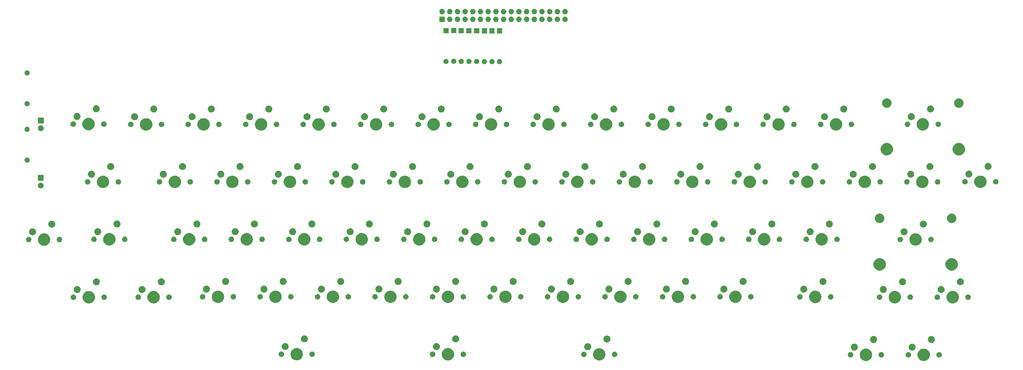
<source format=gbr>
G04 #@! TF.GenerationSoftware,KiCad,Pcbnew,(5.1.0)-1*
G04 #@! TF.CreationDate,2024-04-13T13:58:06+12:00*
G04 #@! TF.ProjectId,Pegasus2023_1_2,50656761-7375-4733-9230-32335f315f32,rev?*
G04 #@! TF.SameCoordinates,Original*
G04 #@! TF.FileFunction,Soldermask,Top*
G04 #@! TF.FilePolarity,Negative*
%FSLAX46Y46*%
G04 Gerber Fmt 4.6, Leading zero omitted, Abs format (unit mm)*
G04 Created by KiCad (PCBNEW (5.1.0)-1) date 2024-04-13 13:58:06*
%MOMM*%
%LPD*%
G04 APERTURE LIST*
%ADD10C,0.100000*%
G04 APERTURE END LIST*
D10*
G36*
X255028254Y-126807818D02*
G01*
X255401511Y-126962426D01*
X255401513Y-126962427D01*
X255737436Y-127186884D01*
X256023116Y-127472564D01*
X256234211Y-127788489D01*
X256247574Y-127808489D01*
X256402182Y-128181746D01*
X256481000Y-128577993D01*
X256481000Y-128982007D01*
X256402182Y-129378254D01*
X256255858Y-129731511D01*
X256247573Y-129751513D01*
X256023116Y-130087436D01*
X255737436Y-130373116D01*
X255401513Y-130597573D01*
X255401512Y-130597574D01*
X255401511Y-130597574D01*
X255028254Y-130752182D01*
X254632007Y-130831000D01*
X254227993Y-130831000D01*
X253831746Y-130752182D01*
X253458489Y-130597574D01*
X253458488Y-130597574D01*
X253458487Y-130597573D01*
X253122564Y-130373116D01*
X252836884Y-130087436D01*
X252612427Y-129751513D01*
X252604142Y-129731511D01*
X252457818Y-129378254D01*
X252379000Y-128982007D01*
X252379000Y-128577993D01*
X252457818Y-128181746D01*
X252612426Y-127808489D01*
X252625790Y-127788489D01*
X252836884Y-127472564D01*
X253122564Y-127186884D01*
X253458487Y-126962427D01*
X253458489Y-126962426D01*
X253831746Y-126807818D01*
X254227993Y-126729000D01*
X254632007Y-126729000D01*
X255028254Y-126807818D01*
X255028254Y-126807818D01*
G37*
G36*
X235938254Y-126787818D02*
G01*
X236291265Y-126934040D01*
X236311513Y-126942427D01*
X236647436Y-127166884D01*
X236933116Y-127452564D01*
X237152934Y-127781544D01*
X237157574Y-127788489D01*
X237312182Y-128161746D01*
X237391000Y-128557993D01*
X237391000Y-128962007D01*
X237312182Y-129358254D01*
X237178496Y-129681000D01*
X237157573Y-129731513D01*
X236933116Y-130067436D01*
X236647436Y-130353116D01*
X236311513Y-130577573D01*
X236311512Y-130577574D01*
X236311511Y-130577574D01*
X235938254Y-130732182D01*
X235542007Y-130811000D01*
X235137993Y-130811000D01*
X234741746Y-130732182D01*
X234368489Y-130577574D01*
X234368488Y-130577574D01*
X234368487Y-130577573D01*
X234032564Y-130353116D01*
X233746884Y-130067436D01*
X233522427Y-129731513D01*
X233501504Y-129681000D01*
X233367818Y-129358254D01*
X233289000Y-128962007D01*
X233289000Y-128557993D01*
X233367818Y-128161746D01*
X233522426Y-127788489D01*
X233527067Y-127781544D01*
X233746884Y-127452564D01*
X234032564Y-127166884D01*
X234368487Y-126942427D01*
X234388735Y-126934040D01*
X234741746Y-126787818D01*
X235137993Y-126709000D01*
X235542007Y-126709000D01*
X235938254Y-126787818D01*
X235938254Y-126787818D01*
G37*
G36*
X147808954Y-126653418D02*
G01*
X148181711Y-126807819D01*
X148182213Y-126808027D01*
X148518136Y-127032484D01*
X148803816Y-127318164D01*
X148985844Y-127590587D01*
X149028274Y-127654089D01*
X149182882Y-128027346D01*
X149261700Y-128423593D01*
X149261700Y-128827607D01*
X149182882Y-129223854D01*
X149047162Y-129551511D01*
X149028273Y-129597113D01*
X148803816Y-129933036D01*
X148518136Y-130218716D01*
X148182213Y-130443173D01*
X148182212Y-130443174D01*
X148182211Y-130443174D01*
X147808954Y-130597782D01*
X147412707Y-130676600D01*
X147008693Y-130676600D01*
X146612446Y-130597782D01*
X146239189Y-130443174D01*
X146239188Y-130443174D01*
X146239187Y-130443173D01*
X145903264Y-130218716D01*
X145617584Y-129933036D01*
X145393127Y-129597113D01*
X145374238Y-129551511D01*
X145238518Y-129223854D01*
X145159700Y-128827607D01*
X145159700Y-128423593D01*
X145238518Y-128027346D01*
X145393126Y-127654089D01*
X145435557Y-127590587D01*
X145617584Y-127318164D01*
X145903264Y-127032484D01*
X146239187Y-126808027D01*
X146239689Y-126807819D01*
X146612446Y-126653418D01*
X147008693Y-126574600D01*
X147412707Y-126574600D01*
X147808954Y-126653418D01*
X147808954Y-126653418D01*
G37*
G36*
X97808254Y-126607818D02*
G01*
X98181511Y-126762426D01*
X98181513Y-126762427D01*
X98517436Y-126986884D01*
X98803116Y-127272564D01*
X99015613Y-127590587D01*
X99027574Y-127608489D01*
X99182182Y-127981746D01*
X99261000Y-128377993D01*
X99261000Y-128782007D01*
X99182182Y-129178254D01*
X99027574Y-129551511D01*
X99027573Y-129551513D01*
X98803116Y-129887436D01*
X98517436Y-130173116D01*
X98181513Y-130397573D01*
X98181512Y-130397574D01*
X98181511Y-130397574D01*
X97808254Y-130552182D01*
X97412007Y-130631000D01*
X97007993Y-130631000D01*
X96611746Y-130552182D01*
X96238489Y-130397574D01*
X96238488Y-130397574D01*
X96238487Y-130397573D01*
X95902564Y-130173116D01*
X95616884Y-129887436D01*
X95392427Y-129551513D01*
X95392426Y-129551511D01*
X95237818Y-129178254D01*
X95159000Y-128782007D01*
X95159000Y-128377993D01*
X95237818Y-127981746D01*
X95392426Y-127608489D01*
X95404388Y-127590587D01*
X95616884Y-127272564D01*
X95902564Y-126986884D01*
X96238487Y-126762427D01*
X96238489Y-126762426D01*
X96611746Y-126607818D01*
X97007993Y-126529000D01*
X97412007Y-126529000D01*
X97808254Y-126607818D01*
X97808254Y-126607818D01*
G37*
G36*
X47824554Y-126589918D02*
G01*
X48197811Y-126744526D01*
X48197813Y-126744527D01*
X48481439Y-126934040D01*
X48533736Y-126968984D01*
X48819416Y-127254664D01*
X49043874Y-127590589D01*
X49198482Y-127963846D01*
X49277300Y-128360093D01*
X49277300Y-128764107D01*
X49198482Y-129160354D01*
X49066141Y-129479853D01*
X49043873Y-129533613D01*
X48819416Y-129869536D01*
X48533736Y-130155216D01*
X48197813Y-130379673D01*
X48197812Y-130379674D01*
X48197811Y-130379674D01*
X47824554Y-130534282D01*
X47428307Y-130613100D01*
X47024293Y-130613100D01*
X46628046Y-130534282D01*
X46254789Y-130379674D01*
X46254788Y-130379674D01*
X46254787Y-130379673D01*
X45918864Y-130155216D01*
X45633184Y-129869536D01*
X45408727Y-129533613D01*
X45386459Y-129479853D01*
X45254118Y-129160354D01*
X45175300Y-128764107D01*
X45175300Y-128360093D01*
X45254118Y-127963846D01*
X45408726Y-127590589D01*
X45633184Y-127254664D01*
X45918864Y-126968984D01*
X45971161Y-126934040D01*
X46254787Y-126744527D01*
X46254789Y-126744526D01*
X46628046Y-126589918D01*
X47024293Y-126511100D01*
X47428307Y-126511100D01*
X47824554Y-126589918D01*
X47824554Y-126589918D01*
G37*
G36*
X259604508Y-127880147D02*
G01*
X259772812Y-127913624D01*
X259936784Y-127981544D01*
X260084354Y-128080147D01*
X260209853Y-128205646D01*
X260308456Y-128353216D01*
X260376376Y-128517188D01*
X260402961Y-128650842D01*
X260411000Y-128691258D01*
X260411000Y-128868742D01*
X260407087Y-128888412D01*
X260376376Y-129042812D01*
X260308456Y-129206784D01*
X260209853Y-129354354D01*
X260084354Y-129479853D01*
X259936784Y-129578456D01*
X259772812Y-129646376D01*
X259623512Y-129676073D01*
X259598742Y-129681000D01*
X259421258Y-129681000D01*
X259396488Y-129676073D01*
X259247188Y-129646376D01*
X259083216Y-129578456D01*
X258935646Y-129479853D01*
X258810147Y-129354354D01*
X258711544Y-129206784D01*
X258643624Y-129042812D01*
X258612913Y-128888412D01*
X258609000Y-128868742D01*
X258609000Y-128691258D01*
X258617039Y-128650842D01*
X258643624Y-128517188D01*
X258711544Y-128353216D01*
X258810147Y-128205646D01*
X258935646Y-128080147D01*
X259083216Y-127981544D01*
X259247188Y-127913624D01*
X259415492Y-127880147D01*
X259421258Y-127879000D01*
X259598742Y-127879000D01*
X259604508Y-127880147D01*
X259604508Y-127880147D01*
G37*
G36*
X249444508Y-127880147D02*
G01*
X249612812Y-127913624D01*
X249776784Y-127981544D01*
X249924354Y-128080147D01*
X250049853Y-128205646D01*
X250148456Y-128353216D01*
X250216376Y-128517188D01*
X250242961Y-128650842D01*
X250251000Y-128691258D01*
X250251000Y-128868742D01*
X250247087Y-128888412D01*
X250216376Y-129042812D01*
X250148456Y-129206784D01*
X250049853Y-129354354D01*
X249924354Y-129479853D01*
X249776784Y-129578456D01*
X249612812Y-129646376D01*
X249463512Y-129676073D01*
X249438742Y-129681000D01*
X249261258Y-129681000D01*
X249236488Y-129676073D01*
X249087188Y-129646376D01*
X248923216Y-129578456D01*
X248775646Y-129479853D01*
X248650147Y-129354354D01*
X248551544Y-129206784D01*
X248483624Y-129042812D01*
X248452913Y-128888412D01*
X248449000Y-128868742D01*
X248449000Y-128691258D01*
X248457039Y-128650842D01*
X248483624Y-128517188D01*
X248551544Y-128353216D01*
X248650147Y-128205646D01*
X248775646Y-128080147D01*
X248923216Y-127981544D01*
X249087188Y-127913624D01*
X249255492Y-127880147D01*
X249261258Y-127879000D01*
X249438742Y-127879000D01*
X249444508Y-127880147D01*
X249444508Y-127880147D01*
G37*
G36*
X240533512Y-127863927D02*
G01*
X240682812Y-127893624D01*
X240846784Y-127961544D01*
X240994354Y-128060147D01*
X241119853Y-128185646D01*
X241218456Y-128333216D01*
X241286376Y-128497188D01*
X241316073Y-128646488D01*
X241320500Y-128668742D01*
X241321000Y-128671259D01*
X241321000Y-128848741D01*
X241286376Y-129022812D01*
X241218456Y-129186784D01*
X241119853Y-129334354D01*
X240994354Y-129459853D01*
X240846784Y-129558456D01*
X240682812Y-129626376D01*
X240533512Y-129656073D01*
X240508742Y-129661000D01*
X240331258Y-129661000D01*
X240306488Y-129656073D01*
X240157188Y-129626376D01*
X239993216Y-129558456D01*
X239845646Y-129459853D01*
X239720147Y-129334354D01*
X239621544Y-129186784D01*
X239553624Y-129022812D01*
X239519000Y-128848741D01*
X239519000Y-128671259D01*
X239519501Y-128668742D01*
X239523927Y-128646488D01*
X239553624Y-128497188D01*
X239621544Y-128333216D01*
X239720147Y-128185646D01*
X239845646Y-128060147D01*
X239993216Y-127961544D01*
X240157188Y-127893624D01*
X240306488Y-127863927D01*
X240331258Y-127859000D01*
X240508742Y-127859000D01*
X240533512Y-127863927D01*
X240533512Y-127863927D01*
G37*
G36*
X230373512Y-127863927D02*
G01*
X230522812Y-127893624D01*
X230686784Y-127961544D01*
X230834354Y-128060147D01*
X230959853Y-128185646D01*
X231058456Y-128333216D01*
X231126376Y-128497188D01*
X231156073Y-128646488D01*
X231160500Y-128668742D01*
X231161000Y-128671259D01*
X231161000Y-128848741D01*
X231126376Y-129022812D01*
X231058456Y-129186784D01*
X230959853Y-129334354D01*
X230834354Y-129459853D01*
X230686784Y-129558456D01*
X230522812Y-129626376D01*
X230373512Y-129656073D01*
X230348742Y-129661000D01*
X230171258Y-129661000D01*
X230146488Y-129656073D01*
X229997188Y-129626376D01*
X229833216Y-129558456D01*
X229685646Y-129459853D01*
X229560147Y-129334354D01*
X229461544Y-129186784D01*
X229393624Y-129022812D01*
X229359000Y-128848741D01*
X229359000Y-128671259D01*
X229359501Y-128668742D01*
X229363927Y-128646488D01*
X229393624Y-128497188D01*
X229461544Y-128333216D01*
X229560147Y-128185646D01*
X229685646Y-128060147D01*
X229833216Y-127961544D01*
X229997188Y-127893624D01*
X230146488Y-127863927D01*
X230171258Y-127859000D01*
X230348742Y-127859000D01*
X230373512Y-127863927D01*
X230373512Y-127863927D01*
G37*
G36*
X142244212Y-127729527D02*
G01*
X142393512Y-127759224D01*
X142557484Y-127827144D01*
X142705054Y-127925747D01*
X142830553Y-128051246D01*
X142929156Y-128198816D01*
X142997076Y-128362788D01*
X143022630Y-128491259D01*
X143027788Y-128517189D01*
X143031700Y-128536859D01*
X143031700Y-128714341D01*
X142997076Y-128888412D01*
X142929156Y-129052384D01*
X142830553Y-129199954D01*
X142705054Y-129325453D01*
X142557484Y-129424056D01*
X142393512Y-129491976D01*
X142244212Y-129521673D01*
X142219442Y-129526600D01*
X142041958Y-129526600D01*
X142017188Y-129521673D01*
X141867888Y-129491976D01*
X141703916Y-129424056D01*
X141556346Y-129325453D01*
X141430847Y-129199954D01*
X141332244Y-129052384D01*
X141264324Y-128888412D01*
X141229700Y-128714341D01*
X141229700Y-128536859D01*
X141233613Y-128517189D01*
X141238770Y-128491259D01*
X141264324Y-128362788D01*
X141332244Y-128198816D01*
X141430847Y-128051246D01*
X141556346Y-127925747D01*
X141703916Y-127827144D01*
X141867888Y-127759224D01*
X142017188Y-127729527D01*
X142041958Y-127724600D01*
X142219442Y-127724600D01*
X142244212Y-127729527D01*
X142244212Y-127729527D01*
G37*
G36*
X152404212Y-127729527D02*
G01*
X152553512Y-127759224D01*
X152717484Y-127827144D01*
X152865054Y-127925747D01*
X152990553Y-128051246D01*
X153089156Y-128198816D01*
X153157076Y-128362788D01*
X153182630Y-128491259D01*
X153187788Y-128517189D01*
X153191700Y-128536859D01*
X153191700Y-128714341D01*
X153157076Y-128888412D01*
X153089156Y-129052384D01*
X152990553Y-129199954D01*
X152865054Y-129325453D01*
X152717484Y-129424056D01*
X152553512Y-129491976D01*
X152404212Y-129521673D01*
X152379442Y-129526600D01*
X152201958Y-129526600D01*
X152177188Y-129521673D01*
X152027888Y-129491976D01*
X151863916Y-129424056D01*
X151716346Y-129325453D01*
X151590847Y-129199954D01*
X151492244Y-129052384D01*
X151424324Y-128888412D01*
X151389700Y-128714341D01*
X151389700Y-128536859D01*
X151393613Y-128517189D01*
X151398770Y-128491259D01*
X151424324Y-128362788D01*
X151492244Y-128198816D01*
X151590847Y-128051246D01*
X151716346Y-127925747D01*
X151863916Y-127827144D01*
X152027888Y-127759224D01*
X152177188Y-127729527D01*
X152201958Y-127724600D01*
X152379442Y-127724600D01*
X152404212Y-127729527D01*
X152404212Y-127729527D01*
G37*
G36*
X102403512Y-127683927D02*
G01*
X102552812Y-127713624D01*
X102716784Y-127781544D01*
X102864354Y-127880147D01*
X102989853Y-128005646D01*
X103088456Y-128153216D01*
X103156376Y-128317188D01*
X103177541Y-128423594D01*
X103191000Y-128491258D01*
X103191000Y-128668742D01*
X103190499Y-128671259D01*
X103156376Y-128842812D01*
X103088456Y-129006784D01*
X102989853Y-129154354D01*
X102864354Y-129279853D01*
X102716784Y-129378456D01*
X102552812Y-129446376D01*
X102403512Y-129476073D01*
X102378742Y-129481000D01*
X102201258Y-129481000D01*
X102176488Y-129476073D01*
X102027188Y-129446376D01*
X101863216Y-129378456D01*
X101715646Y-129279853D01*
X101590147Y-129154354D01*
X101491544Y-129006784D01*
X101423624Y-128842812D01*
X101389501Y-128671259D01*
X101389000Y-128668742D01*
X101389000Y-128491258D01*
X101402459Y-128423594D01*
X101423624Y-128317188D01*
X101491544Y-128153216D01*
X101590147Y-128005646D01*
X101715646Y-127880147D01*
X101863216Y-127781544D01*
X102027188Y-127713624D01*
X102176488Y-127683927D01*
X102201258Y-127679000D01*
X102378742Y-127679000D01*
X102403512Y-127683927D01*
X102403512Y-127683927D01*
G37*
G36*
X92243512Y-127683927D02*
G01*
X92392812Y-127713624D01*
X92556784Y-127781544D01*
X92704354Y-127880147D01*
X92829853Y-128005646D01*
X92928456Y-128153216D01*
X92996376Y-128317188D01*
X93017541Y-128423594D01*
X93031000Y-128491258D01*
X93031000Y-128668742D01*
X93030499Y-128671259D01*
X92996376Y-128842812D01*
X92928456Y-129006784D01*
X92829853Y-129154354D01*
X92704354Y-129279853D01*
X92556784Y-129378456D01*
X92392812Y-129446376D01*
X92243512Y-129476073D01*
X92218742Y-129481000D01*
X92041258Y-129481000D01*
X92016488Y-129476073D01*
X91867188Y-129446376D01*
X91703216Y-129378456D01*
X91555646Y-129279853D01*
X91430147Y-129154354D01*
X91331544Y-129006784D01*
X91263624Y-128842812D01*
X91229501Y-128671259D01*
X91229000Y-128668742D01*
X91229000Y-128491258D01*
X91242459Y-128423594D01*
X91263624Y-128317188D01*
X91331544Y-128153216D01*
X91430147Y-128005646D01*
X91555646Y-127880147D01*
X91703216Y-127781544D01*
X91867188Y-127713624D01*
X92016488Y-127683927D01*
X92041258Y-127679000D01*
X92218742Y-127679000D01*
X92243512Y-127683927D01*
X92243512Y-127683927D01*
G37*
G36*
X52419812Y-127666027D02*
G01*
X52569112Y-127695724D01*
X52733084Y-127763644D01*
X52880654Y-127862247D01*
X53006153Y-127987746D01*
X53104756Y-128135316D01*
X53172676Y-128299288D01*
X53207300Y-128473359D01*
X53207300Y-128650841D01*
X53172676Y-128824912D01*
X53104756Y-128988884D01*
X53006153Y-129136454D01*
X52880654Y-129261953D01*
X52733084Y-129360556D01*
X52569112Y-129428476D01*
X52419812Y-129458173D01*
X52395042Y-129463100D01*
X52217558Y-129463100D01*
X52192788Y-129458173D01*
X52043488Y-129428476D01*
X51879516Y-129360556D01*
X51731946Y-129261953D01*
X51606447Y-129136454D01*
X51507844Y-128988884D01*
X51439924Y-128824912D01*
X51405300Y-128650841D01*
X51405300Y-128473359D01*
X51439924Y-128299288D01*
X51507844Y-128135316D01*
X51606447Y-127987746D01*
X51731946Y-127862247D01*
X51879516Y-127763644D01*
X52043488Y-127695724D01*
X52192788Y-127666027D01*
X52217558Y-127661100D01*
X52395042Y-127661100D01*
X52419812Y-127666027D01*
X52419812Y-127666027D01*
G37*
G36*
X42259812Y-127666027D02*
G01*
X42409112Y-127695724D01*
X42573084Y-127763644D01*
X42720654Y-127862247D01*
X42846153Y-127987746D01*
X42944756Y-128135316D01*
X43012676Y-128299288D01*
X43047300Y-128473359D01*
X43047300Y-128650841D01*
X43012676Y-128824912D01*
X42944756Y-128988884D01*
X42846153Y-129136454D01*
X42720654Y-129261953D01*
X42573084Y-129360556D01*
X42409112Y-129428476D01*
X42259812Y-129458173D01*
X42235042Y-129463100D01*
X42057558Y-129463100D01*
X42032788Y-129458173D01*
X41883488Y-129428476D01*
X41719516Y-129360556D01*
X41571946Y-129261953D01*
X41446447Y-129136454D01*
X41347844Y-128988884D01*
X41279924Y-128824912D01*
X41245300Y-128650841D01*
X41245300Y-128473359D01*
X41279924Y-128299288D01*
X41347844Y-128135316D01*
X41446447Y-127987746D01*
X41571946Y-127862247D01*
X41719516Y-127763644D01*
X41883488Y-127695724D01*
X42032788Y-127666027D01*
X42057558Y-127661100D01*
X42235042Y-127661100D01*
X42259812Y-127666027D01*
X42259812Y-127666027D01*
G37*
G36*
X250844549Y-125111116D02*
G01*
X250955734Y-125133232D01*
X251165203Y-125219997D01*
X251353720Y-125345960D01*
X251514040Y-125506280D01*
X251640003Y-125694797D01*
X251726768Y-125904266D01*
X251740288Y-125972235D01*
X251771000Y-126126635D01*
X251771000Y-126353365D01*
X251757480Y-126421333D01*
X251726768Y-126575734D01*
X251694590Y-126653418D01*
X251644760Y-126773720D01*
X251640003Y-126785203D01*
X251514040Y-126973720D01*
X251353720Y-127134040D01*
X251165203Y-127260003D01*
X250955734Y-127346768D01*
X250844549Y-127368884D01*
X250733365Y-127391000D01*
X250506635Y-127391000D01*
X250395451Y-127368884D01*
X250284266Y-127346768D01*
X250074797Y-127260003D01*
X249886280Y-127134040D01*
X249725960Y-126973720D01*
X249599997Y-126785203D01*
X249595241Y-126773720D01*
X249545410Y-126653418D01*
X249513232Y-126575734D01*
X249482520Y-126421333D01*
X249469000Y-126353365D01*
X249469000Y-126126635D01*
X249499712Y-125972235D01*
X249513232Y-125904266D01*
X249599997Y-125694797D01*
X249725960Y-125506280D01*
X249886280Y-125345960D01*
X250074797Y-125219997D01*
X250284266Y-125133232D01*
X250395451Y-125111116D01*
X250506635Y-125089000D01*
X250733365Y-125089000D01*
X250844549Y-125111116D01*
X250844549Y-125111116D01*
G37*
G36*
X231743911Y-125089000D02*
G01*
X231865734Y-125113232D01*
X231914018Y-125133232D01*
X232054835Y-125191560D01*
X232075203Y-125199997D01*
X232263720Y-125325960D01*
X232424040Y-125486280D01*
X232460201Y-125540399D01*
X232550004Y-125674799D01*
X232562210Y-125704267D01*
X232636768Y-125884266D01*
X232681000Y-126106636D01*
X232681000Y-126333364D01*
X232636768Y-126555734D01*
X232550003Y-126765203D01*
X232424040Y-126953720D01*
X232263720Y-127114040D01*
X232075203Y-127240003D01*
X231865734Y-127326768D01*
X231765187Y-127346768D01*
X231643365Y-127371000D01*
X231416635Y-127371000D01*
X231294813Y-127346768D01*
X231194266Y-127326768D01*
X230984797Y-127240003D01*
X230796280Y-127114040D01*
X230635960Y-126953720D01*
X230509997Y-126765203D01*
X230423232Y-126555734D01*
X230379000Y-126333364D01*
X230379000Y-126106636D01*
X230423232Y-125884266D01*
X230497790Y-125704267D01*
X230509996Y-125674799D01*
X230599799Y-125540399D01*
X230635960Y-125486280D01*
X230796280Y-125325960D01*
X230984797Y-125199997D01*
X231005166Y-125191560D01*
X231145982Y-125133232D01*
X231194266Y-125113232D01*
X231316089Y-125089000D01*
X231416635Y-125069000D01*
X231643365Y-125069000D01*
X231743911Y-125089000D01*
X231743911Y-125089000D01*
G37*
G36*
X143625249Y-124956716D02*
G01*
X143736434Y-124978832D01*
X143945903Y-125065597D01*
X144134420Y-125191560D01*
X144294740Y-125351880D01*
X144420703Y-125540397D01*
X144484658Y-125694797D01*
X144507468Y-125749867D01*
X144542630Y-125926635D01*
X144551700Y-125972236D01*
X144551700Y-126198964D01*
X144507468Y-126421334D01*
X144420703Y-126630803D01*
X144294740Y-126819320D01*
X144134420Y-126979640D01*
X143945903Y-127105603D01*
X143945902Y-127105604D01*
X143945901Y-127105604D01*
X143889736Y-127128868D01*
X143736434Y-127192368D01*
X143625249Y-127214484D01*
X143514065Y-127236600D01*
X143287335Y-127236600D01*
X143176151Y-127214484D01*
X143064966Y-127192368D01*
X142911664Y-127128868D01*
X142855499Y-127105604D01*
X142855498Y-127105604D01*
X142855497Y-127105603D01*
X142666980Y-126979640D01*
X142506660Y-126819320D01*
X142380697Y-126630803D01*
X142293932Y-126421334D01*
X142249700Y-126198964D01*
X142249700Y-125972236D01*
X142258771Y-125926635D01*
X142293932Y-125749867D01*
X142316743Y-125694797D01*
X142380697Y-125540397D01*
X142506660Y-125351880D01*
X142666980Y-125191560D01*
X142855497Y-125065597D01*
X143064966Y-124978832D01*
X143176151Y-124956716D01*
X143287335Y-124934600D01*
X143514065Y-124934600D01*
X143625249Y-124956716D01*
X143625249Y-124956716D01*
G37*
G36*
X93624549Y-124911116D02*
G01*
X93735734Y-124933232D01*
X93945203Y-125019997D01*
X94133720Y-125145960D01*
X94294040Y-125306280D01*
X94420003Y-125494797D01*
X94420004Y-125494799D01*
X94424760Y-125506281D01*
X94506768Y-125704266D01*
X94528884Y-125815451D01*
X94551000Y-125926635D01*
X94551000Y-126153365D01*
X94528884Y-126264549D01*
X94506768Y-126375734D01*
X94445416Y-126523850D01*
X94427418Y-126567303D01*
X94420003Y-126585203D01*
X94294040Y-126773720D01*
X94133720Y-126934040D01*
X93945203Y-127060003D01*
X93735734Y-127146768D01*
X93634604Y-127166884D01*
X93513365Y-127191000D01*
X93286635Y-127191000D01*
X93165396Y-127166884D01*
X93064266Y-127146768D01*
X92854797Y-127060003D01*
X92666280Y-126934040D01*
X92505960Y-126773720D01*
X92379997Y-126585203D01*
X92372583Y-126567303D01*
X92354584Y-126523850D01*
X92293232Y-126375734D01*
X92271116Y-126264549D01*
X92249000Y-126153365D01*
X92249000Y-125926635D01*
X92271116Y-125815451D01*
X92293232Y-125704266D01*
X92375240Y-125506281D01*
X92379996Y-125494799D01*
X92379997Y-125494797D01*
X92505960Y-125306280D01*
X92666280Y-125145960D01*
X92854797Y-125019997D01*
X93064266Y-124933232D01*
X93175451Y-124911116D01*
X93286635Y-124889000D01*
X93513365Y-124889000D01*
X93624549Y-124911116D01*
X93624549Y-124911116D01*
G37*
G36*
X43619654Y-124889000D02*
G01*
X43752034Y-124915332D01*
X43961503Y-125002097D01*
X44150020Y-125128060D01*
X44310340Y-125288380D01*
X44436303Y-125476897D01*
X44436304Y-125476899D01*
X44443718Y-125494799D01*
X44523068Y-125686366D01*
X44526629Y-125704267D01*
X44567300Y-125908735D01*
X44567300Y-126135465D01*
X44563739Y-126153365D01*
X44523068Y-126357834D01*
X44496766Y-126421333D01*
X44441096Y-126555733D01*
X44436303Y-126567303D01*
X44310340Y-126755820D01*
X44150020Y-126916140D01*
X43961503Y-127042103D01*
X43752034Y-127128868D01*
X43662044Y-127146768D01*
X43529665Y-127173100D01*
X43302935Y-127173100D01*
X43170556Y-127146768D01*
X43080566Y-127128868D01*
X42871097Y-127042103D01*
X42682580Y-126916140D01*
X42522260Y-126755820D01*
X42396297Y-126567303D01*
X42391505Y-126555733D01*
X42335834Y-126421333D01*
X42309532Y-126357834D01*
X42268861Y-126153365D01*
X42265300Y-126135465D01*
X42265300Y-125908735D01*
X42305971Y-125704267D01*
X42309532Y-125686366D01*
X42388882Y-125494799D01*
X42396296Y-125476899D01*
X42396297Y-125476897D01*
X42522260Y-125288380D01*
X42682580Y-125128060D01*
X42871097Y-125002097D01*
X43080566Y-124915332D01*
X43212946Y-124889000D01*
X43302935Y-124871100D01*
X43529665Y-124871100D01*
X43619654Y-124889000D01*
X43619654Y-124889000D01*
G37*
G36*
X257194549Y-122571116D02*
G01*
X257305734Y-122593232D01*
X257515203Y-122679997D01*
X257703720Y-122805960D01*
X257864040Y-122966280D01*
X257990003Y-123154797D01*
X258076768Y-123364266D01*
X258090288Y-123432235D01*
X258121000Y-123586635D01*
X258121000Y-123813365D01*
X258107480Y-123881333D01*
X258076768Y-124035734D01*
X258015416Y-124183850D01*
X257994760Y-124233720D01*
X257990003Y-124245203D01*
X257864040Y-124433720D01*
X257703720Y-124594040D01*
X257515203Y-124720003D01*
X257305734Y-124806768D01*
X257194549Y-124828884D01*
X257083365Y-124851000D01*
X256856635Y-124851000D01*
X256745451Y-124828884D01*
X256634266Y-124806768D01*
X256424797Y-124720003D01*
X256236280Y-124594040D01*
X256075960Y-124433720D01*
X255949997Y-124245203D01*
X255945241Y-124233720D01*
X255924584Y-124183850D01*
X255863232Y-124035734D01*
X255832520Y-123881333D01*
X255819000Y-123813365D01*
X255819000Y-123586635D01*
X255849712Y-123432235D01*
X255863232Y-123364266D01*
X255949997Y-123154797D01*
X256075960Y-122966280D01*
X256236280Y-122805960D01*
X256424797Y-122679997D01*
X256634266Y-122593232D01*
X256745451Y-122571116D01*
X256856635Y-122549000D01*
X257083365Y-122549000D01*
X257194549Y-122571116D01*
X257194549Y-122571116D01*
G37*
G36*
X238093911Y-122549000D02*
G01*
X238215734Y-122573232D01*
X238264018Y-122593232D01*
X238404835Y-122651560D01*
X238425203Y-122659997D01*
X238613720Y-122785960D01*
X238774040Y-122946280D01*
X238810201Y-123000399D01*
X238900004Y-123134799D01*
X238912210Y-123164267D01*
X238986768Y-123344266D01*
X239031000Y-123566636D01*
X239031000Y-123793364D01*
X238986768Y-124015734D01*
X238900003Y-124225203D01*
X238774040Y-124413720D01*
X238613720Y-124574040D01*
X238425203Y-124700003D01*
X238215734Y-124786768D01*
X238115187Y-124806768D01*
X237993365Y-124831000D01*
X237766635Y-124831000D01*
X237644813Y-124806768D01*
X237544266Y-124786768D01*
X237334797Y-124700003D01*
X237146280Y-124574040D01*
X236985960Y-124413720D01*
X236859997Y-124225203D01*
X236773232Y-124015734D01*
X236729000Y-123793364D01*
X236729000Y-123566636D01*
X236773232Y-123344266D01*
X236847790Y-123164267D01*
X236859996Y-123134799D01*
X236949799Y-123000399D01*
X236985960Y-122946280D01*
X237146280Y-122785960D01*
X237334797Y-122659997D01*
X237355166Y-122651560D01*
X237495982Y-122593232D01*
X237544266Y-122573232D01*
X237666089Y-122549000D01*
X237766635Y-122529000D01*
X237993365Y-122529000D01*
X238093911Y-122549000D01*
X238093911Y-122549000D01*
G37*
G36*
X149975249Y-122416716D02*
G01*
X150086434Y-122438832D01*
X150295903Y-122525597D01*
X150484420Y-122651560D01*
X150644740Y-122811880D01*
X150770703Y-123000397D01*
X150834658Y-123154797D01*
X150857468Y-123209867D01*
X150892630Y-123386635D01*
X150901700Y-123432236D01*
X150901700Y-123658964D01*
X150857468Y-123881334D01*
X150770703Y-124090803D01*
X150644740Y-124279320D01*
X150484420Y-124439640D01*
X150295903Y-124565603D01*
X150295902Y-124565604D01*
X150295901Y-124565604D01*
X150239736Y-124588868D01*
X150086434Y-124652368D01*
X149975249Y-124674484D01*
X149864065Y-124696600D01*
X149637335Y-124696600D01*
X149526151Y-124674484D01*
X149414966Y-124652368D01*
X149261664Y-124588868D01*
X149205499Y-124565604D01*
X149205498Y-124565604D01*
X149205497Y-124565603D01*
X149016980Y-124439640D01*
X148856660Y-124279320D01*
X148730697Y-124090803D01*
X148643932Y-123881334D01*
X148599700Y-123658964D01*
X148599700Y-123432236D01*
X148608771Y-123386635D01*
X148643932Y-123209867D01*
X148666743Y-123154797D01*
X148730697Y-123000397D01*
X148856660Y-122811880D01*
X149016980Y-122651560D01*
X149205497Y-122525597D01*
X149414966Y-122438832D01*
X149526151Y-122416716D01*
X149637335Y-122394600D01*
X149864065Y-122394600D01*
X149975249Y-122416716D01*
X149975249Y-122416716D01*
G37*
G36*
X99974549Y-122371116D02*
G01*
X100085734Y-122393232D01*
X100295203Y-122479997D01*
X100483720Y-122605960D01*
X100644040Y-122766280D01*
X100770003Y-122954797D01*
X100770004Y-122954799D01*
X100774760Y-122966281D01*
X100856768Y-123164266D01*
X100878884Y-123275451D01*
X100901000Y-123386635D01*
X100901000Y-123613365D01*
X100878884Y-123724549D01*
X100860329Y-123817834D01*
X100856768Y-123835733D01*
X100777418Y-124027303D01*
X100770003Y-124045203D01*
X100644040Y-124233720D01*
X100483720Y-124394040D01*
X100295203Y-124520003D01*
X100085734Y-124606768D01*
X99974549Y-124628884D01*
X99863365Y-124651000D01*
X99636635Y-124651000D01*
X99525451Y-124628884D01*
X99414266Y-124606768D01*
X99204797Y-124520003D01*
X99016280Y-124394040D01*
X98855960Y-124233720D01*
X98729997Y-124045203D01*
X98722583Y-124027303D01*
X98643232Y-123835733D01*
X98639672Y-123817834D01*
X98621116Y-123724549D01*
X98599000Y-123613365D01*
X98599000Y-123386635D01*
X98621116Y-123275451D01*
X98643232Y-123164266D01*
X98725240Y-122966281D01*
X98729996Y-122954799D01*
X98729997Y-122954797D01*
X98855960Y-122766280D01*
X99016280Y-122605960D01*
X99204797Y-122479997D01*
X99414266Y-122393232D01*
X99525451Y-122371116D01*
X99636635Y-122349000D01*
X99863365Y-122349000D01*
X99974549Y-122371116D01*
X99974549Y-122371116D01*
G37*
G36*
X49969654Y-122349000D02*
G01*
X50102034Y-122375332D01*
X50311503Y-122462097D01*
X50500020Y-122588060D01*
X50660340Y-122748380D01*
X50786303Y-122936897D01*
X50786304Y-122936899D01*
X50793718Y-122954799D01*
X50873068Y-123146366D01*
X50876629Y-123164267D01*
X50917300Y-123368735D01*
X50917300Y-123595465D01*
X50913739Y-123613365D01*
X50873068Y-123817834D01*
X50846766Y-123881333D01*
X50791096Y-124015733D01*
X50786303Y-124027303D01*
X50660340Y-124215820D01*
X50500020Y-124376140D01*
X50311503Y-124502103D01*
X50102034Y-124588868D01*
X50012044Y-124606768D01*
X49879665Y-124633100D01*
X49652935Y-124633100D01*
X49520556Y-124606768D01*
X49430566Y-124588868D01*
X49221097Y-124502103D01*
X49032580Y-124376140D01*
X48872260Y-124215820D01*
X48746297Y-124027303D01*
X48741505Y-124015733D01*
X48685834Y-123881333D01*
X48659532Y-123817834D01*
X48618861Y-123613365D01*
X48615300Y-123595465D01*
X48615300Y-123368735D01*
X48655971Y-123164267D01*
X48659532Y-123146366D01*
X48738882Y-122954799D01*
X48746296Y-122936899D01*
X48746297Y-122936897D01*
X48872260Y-122748380D01*
X49032580Y-122588060D01*
X49221097Y-122462097D01*
X49430566Y-122375332D01*
X49562946Y-122349000D01*
X49652935Y-122331100D01*
X49879665Y-122331100D01*
X49969654Y-122349000D01*
X49969654Y-122349000D01*
G37*
G36*
X-20901746Y-107757818D02*
G01*
X-20528489Y-107912426D01*
X-20528487Y-107912427D01*
X-20192564Y-108136884D01*
X-19906884Y-108422564D01*
X-19689885Y-108747325D01*
X-19682426Y-108758489D01*
X-19527818Y-109131746D01*
X-19449000Y-109527993D01*
X-19449000Y-109932007D01*
X-19527818Y-110328254D01*
X-19665816Y-110661411D01*
X-19682427Y-110701513D01*
X-19906884Y-111037436D01*
X-20192564Y-111323116D01*
X-20528487Y-111547573D01*
X-20528488Y-111547574D01*
X-20528489Y-111547574D01*
X-20901746Y-111702182D01*
X-21297993Y-111781000D01*
X-21702007Y-111781000D01*
X-22098254Y-111702182D01*
X-22471511Y-111547574D01*
X-22471512Y-111547574D01*
X-22471513Y-111547573D01*
X-22807436Y-111323116D01*
X-23093116Y-111037436D01*
X-23317573Y-110701513D01*
X-23334184Y-110661411D01*
X-23472182Y-110328254D01*
X-23551000Y-109932007D01*
X-23551000Y-109527993D01*
X-23472182Y-109131746D01*
X-23317574Y-108758489D01*
X-23310114Y-108747325D01*
X-23093116Y-108422564D01*
X-22807436Y-108136884D01*
X-22471513Y-107912427D01*
X-22471511Y-107912426D01*
X-22098254Y-107757818D01*
X-21702007Y-107679000D01*
X-21297993Y-107679000D01*
X-20901746Y-107757818D01*
X-20901746Y-107757818D01*
G37*
G36*
X531274Y-107738038D02*
G01*
X904531Y-107892646D01*
X904533Y-107892647D01*
X1240456Y-108117104D01*
X1526136Y-108402784D01*
X1737016Y-108718387D01*
X1750594Y-108738709D01*
X1905202Y-109111966D01*
X1984020Y-109508213D01*
X1984020Y-109912227D01*
X1905202Y-110308474D01*
X1756906Y-110666493D01*
X1750593Y-110681733D01*
X1526136Y-111017656D01*
X1240456Y-111303336D01*
X904533Y-111527793D01*
X904532Y-111527794D01*
X904531Y-111527794D01*
X531274Y-111682402D01*
X135027Y-111761220D01*
X-268987Y-111761220D01*
X-665234Y-111682402D01*
X-1038491Y-111527794D01*
X-1038492Y-111527794D01*
X-1038493Y-111527793D01*
X-1374416Y-111303336D01*
X-1660096Y-111017656D01*
X-1884553Y-110681733D01*
X-1890866Y-110666493D01*
X-2039162Y-110308474D01*
X-2117980Y-109912227D01*
X-2117980Y-109508213D01*
X-2039162Y-109111966D01*
X-1884554Y-108738709D01*
X-1870975Y-108718387D01*
X-1660096Y-108402784D01*
X-1374416Y-108117104D01*
X-1038493Y-107892647D01*
X-1038491Y-107892646D01*
X-665234Y-107738038D01*
X-268987Y-107659220D01*
X135027Y-107659220D01*
X531274Y-107738038D01*
X531274Y-107738038D01*
G37*
G36*
X245502514Y-107722798D02*
G01*
X245863509Y-107872327D01*
X245875773Y-107877407D01*
X246211696Y-108101864D01*
X246497376Y-108387544D01*
X246718439Y-108718387D01*
X246721834Y-108723469D01*
X246876442Y-109096726D01*
X246955260Y-109492973D01*
X246955260Y-109896987D01*
X246876442Y-110293234D01*
X246744728Y-110611220D01*
X246721833Y-110666493D01*
X246497376Y-111002416D01*
X246211696Y-111288096D01*
X245875773Y-111512553D01*
X245875772Y-111512554D01*
X245875771Y-111512554D01*
X245502514Y-111667162D01*
X245106267Y-111745980D01*
X244702253Y-111745980D01*
X244306006Y-111667162D01*
X243932749Y-111512554D01*
X243932748Y-111512554D01*
X243932747Y-111512553D01*
X243596824Y-111288096D01*
X243311144Y-111002416D01*
X243086687Y-110666493D01*
X243063792Y-110611220D01*
X242932078Y-110293234D01*
X242853260Y-109896987D01*
X242853260Y-109492973D01*
X242932078Y-109096726D01*
X243086686Y-108723469D01*
X243090082Y-108718387D01*
X243311144Y-108387544D01*
X243596824Y-108101864D01*
X243932747Y-107877407D01*
X243945011Y-107872327D01*
X244306006Y-107722798D01*
X244702253Y-107643980D01*
X245106267Y-107643980D01*
X245502514Y-107722798D01*
X245502514Y-107722798D01*
G37*
G36*
X264608394Y-107717718D02*
G01*
X264981651Y-107872326D01*
X264981653Y-107872327D01*
X265317576Y-108096784D01*
X265603256Y-108382464D01*
X265776798Y-108642187D01*
X265827714Y-108718389D01*
X265982322Y-109091646D01*
X266061140Y-109487893D01*
X266061140Y-109891907D01*
X265982322Y-110288154D01*
X265827714Y-110661411D01*
X265827713Y-110661413D01*
X265603256Y-110997336D01*
X265317576Y-111283016D01*
X264981653Y-111507473D01*
X264981652Y-111507474D01*
X264981651Y-111507474D01*
X264608394Y-111662082D01*
X264212147Y-111740900D01*
X263808133Y-111740900D01*
X263411886Y-111662082D01*
X263038629Y-111507474D01*
X263038628Y-111507474D01*
X263038627Y-111507473D01*
X262702704Y-111283016D01*
X262417024Y-110997336D01*
X262192567Y-110661413D01*
X262192566Y-110661411D01*
X262037958Y-110288154D01*
X261959140Y-109891907D01*
X261959140Y-109487893D01*
X262037958Y-109091646D01*
X262192566Y-108718389D01*
X262243483Y-108642187D01*
X262417024Y-108382464D01*
X262702704Y-108096784D01*
X263038627Y-107872327D01*
X263038629Y-107872326D01*
X263411886Y-107717718D01*
X263808133Y-107638900D01*
X264212147Y-107638900D01*
X264608394Y-107717718D01*
X264608394Y-107717718D01*
G37*
G36*
X219193194Y-107641518D02*
G01*
X219512358Y-107773720D01*
X219566453Y-107796127D01*
X219902376Y-108020584D01*
X220188056Y-108306264D01*
X220389997Y-108608489D01*
X220412514Y-108642189D01*
X220567122Y-109015446D01*
X220645940Y-109411693D01*
X220645940Y-109815707D01*
X220567122Y-110211954D01*
X220424499Y-110556276D01*
X220412513Y-110585213D01*
X220188056Y-110921136D01*
X219902376Y-111206816D01*
X219566453Y-111431273D01*
X219566452Y-111431274D01*
X219566451Y-111431274D01*
X219193194Y-111585882D01*
X218796947Y-111664700D01*
X218392933Y-111664700D01*
X217996686Y-111585882D01*
X217623429Y-111431274D01*
X217623428Y-111431274D01*
X217623427Y-111431273D01*
X217287504Y-111206816D01*
X217001824Y-110921136D01*
X216777367Y-110585213D01*
X216765381Y-110556276D01*
X216622758Y-110211954D01*
X216543940Y-109815707D01*
X216543940Y-109411693D01*
X216622758Y-109015446D01*
X216777366Y-108642189D01*
X216799884Y-108608489D01*
X217001824Y-108306264D01*
X217287504Y-108020584D01*
X217623427Y-107796127D01*
X217677522Y-107773720D01*
X217996686Y-107641518D01*
X218392933Y-107562700D01*
X218796947Y-107562700D01*
X219193194Y-107641518D01*
X219193194Y-107641518D01*
G37*
G36*
X192808254Y-107607818D02*
G01*
X193181511Y-107762426D01*
X193181513Y-107762427D01*
X193517436Y-107986884D01*
X193803116Y-108272564D01*
X193848844Y-108341000D01*
X194027574Y-108608489D01*
X194182182Y-108981746D01*
X194261000Y-109377993D01*
X194261000Y-109782007D01*
X194182182Y-110178254D01*
X194027574Y-110551511D01*
X194027573Y-110551513D01*
X193803116Y-110887436D01*
X193517436Y-111173116D01*
X193181513Y-111397573D01*
X193181512Y-111397574D01*
X193181511Y-111397574D01*
X192808254Y-111552182D01*
X192412007Y-111631000D01*
X192007993Y-111631000D01*
X191611746Y-111552182D01*
X191238489Y-111397574D01*
X191238488Y-111397574D01*
X191238487Y-111397573D01*
X190902564Y-111173116D01*
X190616884Y-110887436D01*
X190392427Y-110551513D01*
X190392426Y-110551511D01*
X190237818Y-110178254D01*
X190159000Y-109782007D01*
X190159000Y-109377993D01*
X190237818Y-108981746D01*
X190392426Y-108608489D01*
X190571157Y-108341000D01*
X190616884Y-108272564D01*
X190902564Y-107986884D01*
X191238487Y-107762427D01*
X191238489Y-107762426D01*
X191611746Y-107607818D01*
X192007993Y-107529000D01*
X192412007Y-107529000D01*
X192808254Y-107607818D01*
X192808254Y-107607818D01*
G37*
G36*
X78808254Y-107607818D02*
G01*
X79181511Y-107762426D01*
X79181513Y-107762427D01*
X79517436Y-107986884D01*
X79803116Y-108272564D01*
X79848844Y-108341000D01*
X80027574Y-108608489D01*
X80182182Y-108981746D01*
X80261000Y-109377993D01*
X80261000Y-109782007D01*
X80182182Y-110178254D01*
X80027574Y-110551511D01*
X80027573Y-110551513D01*
X79803116Y-110887436D01*
X79517436Y-111173116D01*
X79181513Y-111397573D01*
X79181512Y-111397574D01*
X79181511Y-111397574D01*
X78808254Y-111552182D01*
X78412007Y-111631000D01*
X78007993Y-111631000D01*
X77611746Y-111552182D01*
X77238489Y-111397574D01*
X77238488Y-111397574D01*
X77238487Y-111397573D01*
X76902564Y-111173116D01*
X76616884Y-110887436D01*
X76392427Y-110551513D01*
X76392426Y-110551511D01*
X76237818Y-110178254D01*
X76159000Y-109782007D01*
X76159000Y-109377993D01*
X76237818Y-108981746D01*
X76392426Y-108608489D01*
X76571157Y-108341000D01*
X76616884Y-108272564D01*
X76902564Y-107986884D01*
X77238487Y-107762427D01*
X77238489Y-107762426D01*
X77611746Y-107607818D01*
X78007993Y-107529000D01*
X78412007Y-107529000D01*
X78808254Y-107607818D01*
X78808254Y-107607818D01*
G37*
G36*
X97808254Y-107607818D02*
G01*
X98181511Y-107762426D01*
X98181513Y-107762427D01*
X98517436Y-107986884D01*
X98803116Y-108272564D01*
X98848844Y-108341000D01*
X99027574Y-108608489D01*
X99182182Y-108981746D01*
X99261000Y-109377993D01*
X99261000Y-109782007D01*
X99182182Y-110178254D01*
X99027574Y-110551511D01*
X99027573Y-110551513D01*
X98803116Y-110887436D01*
X98517436Y-111173116D01*
X98181513Y-111397573D01*
X98181512Y-111397574D01*
X98181511Y-111397574D01*
X97808254Y-111552182D01*
X97412007Y-111631000D01*
X97007993Y-111631000D01*
X96611746Y-111552182D01*
X96238489Y-111397574D01*
X96238488Y-111397574D01*
X96238487Y-111397573D01*
X95902564Y-111173116D01*
X95616884Y-110887436D01*
X95392427Y-110551513D01*
X95392426Y-110551511D01*
X95237818Y-110178254D01*
X95159000Y-109782007D01*
X95159000Y-109377993D01*
X95237818Y-108981746D01*
X95392426Y-108608489D01*
X95571157Y-108341000D01*
X95616884Y-108272564D01*
X95902564Y-107986884D01*
X96238487Y-107762427D01*
X96238489Y-107762426D01*
X96611746Y-107607818D01*
X97007993Y-107529000D01*
X97412007Y-107529000D01*
X97808254Y-107607818D01*
X97808254Y-107607818D01*
G37*
G36*
X116808254Y-107607818D02*
G01*
X117181511Y-107762426D01*
X117181513Y-107762427D01*
X117517436Y-107986884D01*
X117803116Y-108272564D01*
X117848844Y-108341000D01*
X118027574Y-108608489D01*
X118182182Y-108981746D01*
X118261000Y-109377993D01*
X118261000Y-109782007D01*
X118182182Y-110178254D01*
X118027574Y-110551511D01*
X118027573Y-110551513D01*
X117803116Y-110887436D01*
X117517436Y-111173116D01*
X117181513Y-111397573D01*
X117181512Y-111397574D01*
X117181511Y-111397574D01*
X116808254Y-111552182D01*
X116412007Y-111631000D01*
X116007993Y-111631000D01*
X115611746Y-111552182D01*
X115238489Y-111397574D01*
X115238488Y-111397574D01*
X115238487Y-111397573D01*
X114902564Y-111173116D01*
X114616884Y-110887436D01*
X114392427Y-110551513D01*
X114392426Y-110551511D01*
X114237818Y-110178254D01*
X114159000Y-109782007D01*
X114159000Y-109377993D01*
X114237818Y-108981746D01*
X114392426Y-108608489D01*
X114571157Y-108341000D01*
X114616884Y-108272564D01*
X114902564Y-107986884D01*
X115238487Y-107762427D01*
X115238489Y-107762426D01*
X115611746Y-107607818D01*
X116007993Y-107529000D01*
X116412007Y-107529000D01*
X116808254Y-107607818D01*
X116808254Y-107607818D01*
G37*
G36*
X59808254Y-107607818D02*
G01*
X60181511Y-107762426D01*
X60181513Y-107762427D01*
X60517436Y-107986884D01*
X60803116Y-108272564D01*
X60848844Y-108341000D01*
X61027574Y-108608489D01*
X61182182Y-108981746D01*
X61261000Y-109377993D01*
X61261000Y-109782007D01*
X61182182Y-110178254D01*
X61027574Y-110551511D01*
X61027573Y-110551513D01*
X60803116Y-110887436D01*
X60517436Y-111173116D01*
X60181513Y-111397573D01*
X60181512Y-111397574D01*
X60181511Y-111397574D01*
X59808254Y-111552182D01*
X59412007Y-111631000D01*
X59007993Y-111631000D01*
X58611746Y-111552182D01*
X58238489Y-111397574D01*
X58238488Y-111397574D01*
X58238487Y-111397573D01*
X57902564Y-111173116D01*
X57616884Y-110887436D01*
X57392427Y-110551513D01*
X57392426Y-110551511D01*
X57237818Y-110178254D01*
X57159000Y-109782007D01*
X57159000Y-109377993D01*
X57237818Y-108981746D01*
X57392426Y-108608489D01*
X57571157Y-108341000D01*
X57616884Y-108272564D01*
X57902564Y-107986884D01*
X58238487Y-107762427D01*
X58238489Y-107762426D01*
X58611746Y-107607818D01*
X59007993Y-107529000D01*
X59412007Y-107529000D01*
X59808254Y-107607818D01*
X59808254Y-107607818D01*
G37*
G36*
X21808254Y-107607818D02*
G01*
X22181511Y-107762426D01*
X22181513Y-107762427D01*
X22517436Y-107986884D01*
X22803116Y-108272564D01*
X22848844Y-108341000D01*
X23027574Y-108608489D01*
X23182182Y-108981746D01*
X23261000Y-109377993D01*
X23261000Y-109782007D01*
X23182182Y-110178254D01*
X23027574Y-110551511D01*
X23027573Y-110551513D01*
X22803116Y-110887436D01*
X22517436Y-111173116D01*
X22181513Y-111397573D01*
X22181512Y-111397574D01*
X22181511Y-111397574D01*
X21808254Y-111552182D01*
X21412007Y-111631000D01*
X21007993Y-111631000D01*
X20611746Y-111552182D01*
X20238489Y-111397574D01*
X20238488Y-111397574D01*
X20238487Y-111397573D01*
X19902564Y-111173116D01*
X19616884Y-110887436D01*
X19392427Y-110551513D01*
X19392426Y-110551511D01*
X19237818Y-110178254D01*
X19159000Y-109782007D01*
X19159000Y-109377993D01*
X19237818Y-108981746D01*
X19392426Y-108608489D01*
X19571157Y-108341000D01*
X19616884Y-108272564D01*
X19902564Y-107986884D01*
X20238487Y-107762427D01*
X20238489Y-107762426D01*
X20611746Y-107607818D01*
X21007993Y-107529000D01*
X21412007Y-107529000D01*
X21808254Y-107607818D01*
X21808254Y-107607818D01*
G37*
G36*
X173808254Y-107607818D02*
G01*
X174181511Y-107762426D01*
X174181513Y-107762427D01*
X174517436Y-107986884D01*
X174803116Y-108272564D01*
X174848844Y-108341000D01*
X175027574Y-108608489D01*
X175182182Y-108981746D01*
X175261000Y-109377993D01*
X175261000Y-109782007D01*
X175182182Y-110178254D01*
X175027574Y-110551511D01*
X175027573Y-110551513D01*
X174803116Y-110887436D01*
X174517436Y-111173116D01*
X174181513Y-111397573D01*
X174181512Y-111397574D01*
X174181511Y-111397574D01*
X173808254Y-111552182D01*
X173412007Y-111631000D01*
X173007993Y-111631000D01*
X172611746Y-111552182D01*
X172238489Y-111397574D01*
X172238488Y-111397574D01*
X172238487Y-111397573D01*
X171902564Y-111173116D01*
X171616884Y-110887436D01*
X171392427Y-110551513D01*
X171392426Y-110551511D01*
X171237818Y-110178254D01*
X171159000Y-109782007D01*
X171159000Y-109377993D01*
X171237818Y-108981746D01*
X171392426Y-108608489D01*
X171571157Y-108341000D01*
X171616884Y-108272564D01*
X171902564Y-107986884D01*
X172238487Y-107762427D01*
X172238489Y-107762426D01*
X172611746Y-107607818D01*
X173007993Y-107529000D01*
X173412007Y-107529000D01*
X173808254Y-107607818D01*
X173808254Y-107607818D01*
G37*
G36*
X154808254Y-107607818D02*
G01*
X155181511Y-107762426D01*
X155181513Y-107762427D01*
X155517436Y-107986884D01*
X155803116Y-108272564D01*
X155848844Y-108341000D01*
X156027574Y-108608489D01*
X156182182Y-108981746D01*
X156261000Y-109377993D01*
X156261000Y-109782007D01*
X156182182Y-110178254D01*
X156027574Y-110551511D01*
X156027573Y-110551513D01*
X155803116Y-110887436D01*
X155517436Y-111173116D01*
X155181513Y-111397573D01*
X155181512Y-111397574D01*
X155181511Y-111397574D01*
X154808254Y-111552182D01*
X154412007Y-111631000D01*
X154007993Y-111631000D01*
X153611746Y-111552182D01*
X153238489Y-111397574D01*
X153238488Y-111397574D01*
X153238487Y-111397573D01*
X152902564Y-111173116D01*
X152616884Y-110887436D01*
X152392427Y-110551513D01*
X152392426Y-110551511D01*
X152237818Y-110178254D01*
X152159000Y-109782007D01*
X152159000Y-109377993D01*
X152237818Y-108981746D01*
X152392426Y-108608489D01*
X152571157Y-108341000D01*
X152616884Y-108272564D01*
X152902564Y-107986884D01*
X153238487Y-107762427D01*
X153238489Y-107762426D01*
X153611746Y-107607818D01*
X154007993Y-107529000D01*
X154412007Y-107529000D01*
X154808254Y-107607818D01*
X154808254Y-107607818D01*
G37*
G36*
X135808254Y-107607818D02*
G01*
X136181511Y-107762426D01*
X136181513Y-107762427D01*
X136517436Y-107986884D01*
X136803116Y-108272564D01*
X136848844Y-108341000D01*
X137027574Y-108608489D01*
X137182182Y-108981746D01*
X137261000Y-109377993D01*
X137261000Y-109782007D01*
X137182182Y-110178254D01*
X137027574Y-110551511D01*
X137027573Y-110551513D01*
X136803116Y-110887436D01*
X136517436Y-111173116D01*
X136181513Y-111397573D01*
X136181512Y-111397574D01*
X136181511Y-111397574D01*
X135808254Y-111552182D01*
X135412007Y-111631000D01*
X135007993Y-111631000D01*
X134611746Y-111552182D01*
X134238489Y-111397574D01*
X134238488Y-111397574D01*
X134238487Y-111397573D01*
X133902564Y-111173116D01*
X133616884Y-110887436D01*
X133392427Y-110551513D01*
X133392426Y-110551511D01*
X133237818Y-110178254D01*
X133159000Y-109782007D01*
X133159000Y-109377993D01*
X133237818Y-108981746D01*
X133392426Y-108608489D01*
X133571157Y-108341000D01*
X133616884Y-108272564D01*
X133902564Y-107986884D01*
X134238487Y-107762427D01*
X134238489Y-107762426D01*
X134611746Y-107607818D01*
X135007993Y-107529000D01*
X135412007Y-107529000D01*
X135808254Y-107607818D01*
X135808254Y-107607818D01*
G37*
G36*
X40808254Y-107607818D02*
G01*
X41181511Y-107762426D01*
X41181513Y-107762427D01*
X41517436Y-107986884D01*
X41803116Y-108272564D01*
X41848844Y-108341000D01*
X42027574Y-108608489D01*
X42182182Y-108981746D01*
X42261000Y-109377993D01*
X42261000Y-109782007D01*
X42182182Y-110178254D01*
X42027574Y-110551511D01*
X42027573Y-110551513D01*
X41803116Y-110887436D01*
X41517436Y-111173116D01*
X41181513Y-111397573D01*
X41181512Y-111397574D01*
X41181511Y-111397574D01*
X40808254Y-111552182D01*
X40412007Y-111631000D01*
X40007993Y-111631000D01*
X39611746Y-111552182D01*
X39238489Y-111397574D01*
X39238488Y-111397574D01*
X39238487Y-111397573D01*
X38902564Y-111173116D01*
X38616884Y-110887436D01*
X38392427Y-110551513D01*
X38392426Y-110551511D01*
X38237818Y-110178254D01*
X38159000Y-109782007D01*
X38159000Y-109377993D01*
X38237818Y-108981746D01*
X38392426Y-108608489D01*
X38571157Y-108341000D01*
X38616884Y-108272564D01*
X38902564Y-107986884D01*
X39238487Y-107762427D01*
X39238489Y-107762426D01*
X39611746Y-107607818D01*
X40007993Y-107529000D01*
X40412007Y-107529000D01*
X40808254Y-107607818D01*
X40808254Y-107607818D01*
G37*
G36*
X-16306488Y-108833927D02*
G01*
X-16157188Y-108863624D01*
X-15993216Y-108931544D01*
X-15845646Y-109030147D01*
X-15720147Y-109155646D01*
X-15621544Y-109303216D01*
X-15553624Y-109467188D01*
X-15519000Y-109641259D01*
X-15519000Y-109818741D01*
X-15553624Y-109992812D01*
X-15621544Y-110156784D01*
X-15720147Y-110304354D01*
X-15845646Y-110429853D01*
X-15993216Y-110528456D01*
X-16157188Y-110596376D01*
X-16306488Y-110626073D01*
X-16331258Y-110631000D01*
X-16508742Y-110631000D01*
X-16533512Y-110626073D01*
X-16682812Y-110596376D01*
X-16846784Y-110528456D01*
X-16994354Y-110429853D01*
X-17119853Y-110304354D01*
X-17218456Y-110156784D01*
X-17286376Y-109992812D01*
X-17321000Y-109818741D01*
X-17321000Y-109641259D01*
X-17286376Y-109467188D01*
X-17218456Y-109303216D01*
X-17119853Y-109155646D01*
X-16994354Y-109030147D01*
X-16846784Y-108931544D01*
X-16682812Y-108863624D01*
X-16533512Y-108833927D01*
X-16508742Y-108829000D01*
X-16331258Y-108829000D01*
X-16306488Y-108833927D01*
X-16306488Y-108833927D01*
G37*
G36*
X-26466488Y-108833927D02*
G01*
X-26317188Y-108863624D01*
X-26153216Y-108931544D01*
X-26005646Y-109030147D01*
X-25880147Y-109155646D01*
X-25781544Y-109303216D01*
X-25713624Y-109467188D01*
X-25679000Y-109641259D01*
X-25679000Y-109818741D01*
X-25713624Y-109992812D01*
X-25781544Y-110156784D01*
X-25880147Y-110304354D01*
X-26005646Y-110429853D01*
X-26153216Y-110528456D01*
X-26317188Y-110596376D01*
X-26466488Y-110626073D01*
X-26491258Y-110631000D01*
X-26668742Y-110631000D01*
X-26693512Y-110626073D01*
X-26842812Y-110596376D01*
X-27006784Y-110528456D01*
X-27154354Y-110429853D01*
X-27279853Y-110304354D01*
X-27378456Y-110156784D01*
X-27446376Y-109992812D01*
X-27481000Y-109818741D01*
X-27481000Y-109641259D01*
X-27446376Y-109467188D01*
X-27378456Y-109303216D01*
X-27279853Y-109155646D01*
X-27154354Y-109030147D01*
X-27006784Y-108931544D01*
X-26842812Y-108863624D01*
X-26693512Y-108833927D01*
X-26668742Y-108829000D01*
X-26491258Y-108829000D01*
X-26466488Y-108833927D01*
X-26466488Y-108833927D01*
G37*
G36*
X-5033468Y-108814147D02*
G01*
X-4884168Y-108843844D01*
X-4720196Y-108911764D01*
X-4572626Y-109010367D01*
X-4447127Y-109135866D01*
X-4348524Y-109283436D01*
X-4280604Y-109447408D01*
X-4264575Y-109527994D01*
X-4249011Y-109606238D01*
X-4245980Y-109621479D01*
X-4245980Y-109798961D01*
X-4280604Y-109973032D01*
X-4348524Y-110137004D01*
X-4447127Y-110284574D01*
X-4572626Y-110410073D01*
X-4720196Y-110508676D01*
X-4884168Y-110576596D01*
X-5033468Y-110606293D01*
X-5058238Y-110611220D01*
X-5235722Y-110611220D01*
X-5260492Y-110606293D01*
X-5409792Y-110576596D01*
X-5573764Y-110508676D01*
X-5721334Y-110410073D01*
X-5846833Y-110284574D01*
X-5945436Y-110137004D01*
X-6013356Y-109973032D01*
X-6047980Y-109798961D01*
X-6047980Y-109621479D01*
X-6044948Y-109606238D01*
X-6029385Y-109527994D01*
X-6013356Y-109447408D01*
X-5945436Y-109283436D01*
X-5846833Y-109135866D01*
X-5721334Y-109010367D01*
X-5573764Y-108911764D01*
X-5409792Y-108843844D01*
X-5260492Y-108814147D01*
X-5235722Y-108809220D01*
X-5058238Y-108809220D01*
X-5033468Y-108814147D01*
X-5033468Y-108814147D01*
G37*
G36*
X5126532Y-108814147D02*
G01*
X5275832Y-108843844D01*
X5439804Y-108911764D01*
X5587374Y-109010367D01*
X5712873Y-109135866D01*
X5811476Y-109283436D01*
X5879396Y-109447408D01*
X5895425Y-109527994D01*
X5910989Y-109606238D01*
X5914020Y-109621479D01*
X5914020Y-109798961D01*
X5879396Y-109973032D01*
X5811476Y-110137004D01*
X5712873Y-110284574D01*
X5587374Y-110410073D01*
X5439804Y-110508676D01*
X5275832Y-110576596D01*
X5126532Y-110606293D01*
X5101762Y-110611220D01*
X4924278Y-110611220D01*
X4899508Y-110606293D01*
X4750208Y-110576596D01*
X4586236Y-110508676D01*
X4438666Y-110410073D01*
X4313167Y-110284574D01*
X4214564Y-110137004D01*
X4146644Y-109973032D01*
X4112020Y-109798961D01*
X4112020Y-109621479D01*
X4115052Y-109606238D01*
X4130615Y-109527994D01*
X4146644Y-109447408D01*
X4214564Y-109283436D01*
X4313167Y-109135866D01*
X4438666Y-109010367D01*
X4586236Y-108911764D01*
X4750208Y-108843844D01*
X4899508Y-108814147D01*
X4924278Y-108809220D01*
X5101762Y-108809220D01*
X5126532Y-108814147D01*
X5126532Y-108814147D01*
G37*
G36*
X250097772Y-108798907D02*
G01*
X250247072Y-108828604D01*
X250411044Y-108896524D01*
X250558614Y-108995127D01*
X250684113Y-109120626D01*
X250782716Y-109268196D01*
X250850636Y-109432168D01*
X250869696Y-109527993D01*
X250885260Y-109606238D01*
X250885260Y-109783722D01*
X250880333Y-109808492D01*
X250850636Y-109957792D01*
X250782716Y-110121764D01*
X250684113Y-110269334D01*
X250558614Y-110394833D01*
X250411044Y-110493436D01*
X250247072Y-110561356D01*
X250097772Y-110591053D01*
X250073002Y-110595980D01*
X249895518Y-110595980D01*
X249870748Y-110591053D01*
X249721448Y-110561356D01*
X249557476Y-110493436D01*
X249409906Y-110394833D01*
X249284407Y-110269334D01*
X249185804Y-110121764D01*
X249117884Y-109957792D01*
X249088187Y-109808492D01*
X249083260Y-109783722D01*
X249083260Y-109606238D01*
X249098824Y-109527993D01*
X249117884Y-109432168D01*
X249185804Y-109268196D01*
X249284407Y-109120626D01*
X249409906Y-108995127D01*
X249557476Y-108896524D01*
X249721448Y-108828604D01*
X249870748Y-108798907D01*
X249895518Y-108793980D01*
X250073002Y-108793980D01*
X250097772Y-108798907D01*
X250097772Y-108798907D01*
G37*
G36*
X239937772Y-108798907D02*
G01*
X240087072Y-108828604D01*
X240251044Y-108896524D01*
X240398614Y-108995127D01*
X240524113Y-109120626D01*
X240622716Y-109268196D01*
X240690636Y-109432168D01*
X240709696Y-109527993D01*
X240725260Y-109606238D01*
X240725260Y-109783722D01*
X240720333Y-109808492D01*
X240690636Y-109957792D01*
X240622716Y-110121764D01*
X240524113Y-110269334D01*
X240398614Y-110394833D01*
X240251044Y-110493436D01*
X240087072Y-110561356D01*
X239937772Y-110591053D01*
X239913002Y-110595980D01*
X239735518Y-110595980D01*
X239710748Y-110591053D01*
X239561448Y-110561356D01*
X239397476Y-110493436D01*
X239249906Y-110394833D01*
X239124407Y-110269334D01*
X239025804Y-110121764D01*
X238957884Y-109957792D01*
X238928187Y-109808492D01*
X238923260Y-109783722D01*
X238923260Y-109606238D01*
X238938824Y-109527993D01*
X238957884Y-109432168D01*
X239025804Y-109268196D01*
X239124407Y-109120626D01*
X239249906Y-108995127D01*
X239397476Y-108896524D01*
X239561448Y-108828604D01*
X239710748Y-108798907D01*
X239735518Y-108793980D01*
X239913002Y-108793980D01*
X239937772Y-108798907D01*
X239937772Y-108798907D01*
G37*
G36*
X269203652Y-108793827D02*
G01*
X269352952Y-108823524D01*
X269516924Y-108891444D01*
X269664494Y-108990047D01*
X269789993Y-109115546D01*
X269888596Y-109263116D01*
X269956516Y-109427088D01*
X269976587Y-109527994D01*
X269991140Y-109601158D01*
X269991140Y-109778642D01*
X269987098Y-109798961D01*
X269956516Y-109952712D01*
X269888596Y-110116684D01*
X269789993Y-110264254D01*
X269664494Y-110389753D01*
X269516924Y-110488356D01*
X269352952Y-110556276D01*
X269207482Y-110585211D01*
X269178882Y-110590900D01*
X269001398Y-110590900D01*
X268972798Y-110585211D01*
X268827328Y-110556276D01*
X268663356Y-110488356D01*
X268515786Y-110389753D01*
X268390287Y-110264254D01*
X268291684Y-110116684D01*
X268223764Y-109952712D01*
X268193182Y-109798961D01*
X268189140Y-109778642D01*
X268189140Y-109601158D01*
X268203693Y-109527994D01*
X268223764Y-109427088D01*
X268291684Y-109263116D01*
X268390287Y-109115546D01*
X268515786Y-108990047D01*
X268663356Y-108891444D01*
X268827328Y-108823524D01*
X268976628Y-108793827D01*
X269001398Y-108788900D01*
X269178882Y-108788900D01*
X269203652Y-108793827D01*
X269203652Y-108793827D01*
G37*
G36*
X259043652Y-108793827D02*
G01*
X259192952Y-108823524D01*
X259356924Y-108891444D01*
X259504494Y-108990047D01*
X259629993Y-109115546D01*
X259728596Y-109263116D01*
X259796516Y-109427088D01*
X259816587Y-109527994D01*
X259831140Y-109601158D01*
X259831140Y-109778642D01*
X259827098Y-109798961D01*
X259796516Y-109952712D01*
X259728596Y-110116684D01*
X259629993Y-110264254D01*
X259504494Y-110389753D01*
X259356924Y-110488356D01*
X259192952Y-110556276D01*
X259047482Y-110585211D01*
X259018882Y-110590900D01*
X258841398Y-110590900D01*
X258812798Y-110585211D01*
X258667328Y-110556276D01*
X258503356Y-110488356D01*
X258355786Y-110389753D01*
X258230287Y-110264254D01*
X258131684Y-110116684D01*
X258063764Y-109952712D01*
X258033182Y-109798961D01*
X258029140Y-109778642D01*
X258029140Y-109601158D01*
X258043693Y-109527994D01*
X258063764Y-109427088D01*
X258131684Y-109263116D01*
X258230287Y-109115546D01*
X258355786Y-108990047D01*
X258503356Y-108891444D01*
X258667328Y-108823524D01*
X258816628Y-108793827D01*
X258841398Y-108788900D01*
X259018882Y-108788900D01*
X259043652Y-108793827D01*
X259043652Y-108793827D01*
G37*
G36*
X213628452Y-108717627D02*
G01*
X213777752Y-108747324D01*
X213941724Y-108815244D01*
X214089294Y-108913847D01*
X214214793Y-109039346D01*
X214313396Y-109186916D01*
X214381316Y-109350888D01*
X214415940Y-109524959D01*
X214415940Y-109702441D01*
X214381316Y-109876512D01*
X214313396Y-110040484D01*
X214214793Y-110188054D01*
X214089294Y-110313553D01*
X213941724Y-110412156D01*
X213777752Y-110480076D01*
X213633966Y-110508676D01*
X213603682Y-110514700D01*
X213426198Y-110514700D01*
X213395914Y-110508676D01*
X213252128Y-110480076D01*
X213088156Y-110412156D01*
X212940586Y-110313553D01*
X212815087Y-110188054D01*
X212716484Y-110040484D01*
X212648564Y-109876512D01*
X212613940Y-109702441D01*
X212613940Y-109524959D01*
X212648564Y-109350888D01*
X212716484Y-109186916D01*
X212815087Y-109039346D01*
X212940586Y-108913847D01*
X213088156Y-108815244D01*
X213252128Y-108747324D01*
X213401428Y-108717627D01*
X213426198Y-108712700D01*
X213603682Y-108712700D01*
X213628452Y-108717627D01*
X213628452Y-108717627D01*
G37*
G36*
X223788452Y-108717627D02*
G01*
X223937752Y-108747324D01*
X224101724Y-108815244D01*
X224249294Y-108913847D01*
X224374793Y-109039346D01*
X224473396Y-109186916D01*
X224541316Y-109350888D01*
X224575940Y-109524959D01*
X224575940Y-109702441D01*
X224541316Y-109876512D01*
X224473396Y-110040484D01*
X224374793Y-110188054D01*
X224249294Y-110313553D01*
X224101724Y-110412156D01*
X223937752Y-110480076D01*
X223793966Y-110508676D01*
X223763682Y-110514700D01*
X223586198Y-110514700D01*
X223555914Y-110508676D01*
X223412128Y-110480076D01*
X223248156Y-110412156D01*
X223100586Y-110313553D01*
X222975087Y-110188054D01*
X222876484Y-110040484D01*
X222808564Y-109876512D01*
X222773940Y-109702441D01*
X222773940Y-109524959D01*
X222808564Y-109350888D01*
X222876484Y-109186916D01*
X222975087Y-109039346D01*
X223100586Y-108913847D01*
X223248156Y-108815244D01*
X223412128Y-108747324D01*
X223561428Y-108717627D01*
X223586198Y-108712700D01*
X223763682Y-108712700D01*
X223788452Y-108717627D01*
X223788452Y-108717627D01*
G37*
G36*
X73243512Y-108683927D02*
G01*
X73392812Y-108713624D01*
X73556784Y-108781544D01*
X73704354Y-108880147D01*
X73829853Y-109005646D01*
X73928456Y-109153216D01*
X73996376Y-109317188D01*
X74022278Y-109447408D01*
X74030331Y-109487893D01*
X74031000Y-109491259D01*
X74031000Y-109668741D01*
X73996376Y-109842812D01*
X73928456Y-110006784D01*
X73829853Y-110154354D01*
X73704354Y-110279853D01*
X73556784Y-110378456D01*
X73392812Y-110446376D01*
X73243512Y-110476073D01*
X73218742Y-110481000D01*
X73041258Y-110481000D01*
X73016488Y-110476073D01*
X72867188Y-110446376D01*
X72703216Y-110378456D01*
X72555646Y-110279853D01*
X72430147Y-110154354D01*
X72331544Y-110006784D01*
X72263624Y-109842812D01*
X72229000Y-109668741D01*
X72229000Y-109491259D01*
X72229670Y-109487893D01*
X72237722Y-109447408D01*
X72263624Y-109317188D01*
X72331544Y-109153216D01*
X72430147Y-109005646D01*
X72555646Y-108880147D01*
X72703216Y-108781544D01*
X72867188Y-108713624D01*
X73016488Y-108683927D01*
X73041258Y-108679000D01*
X73218742Y-108679000D01*
X73243512Y-108683927D01*
X73243512Y-108683927D01*
G37*
G36*
X45403512Y-108683927D02*
G01*
X45552812Y-108713624D01*
X45716784Y-108781544D01*
X45864354Y-108880147D01*
X45989853Y-109005646D01*
X46088456Y-109153216D01*
X46156376Y-109317188D01*
X46182278Y-109447408D01*
X46190331Y-109487893D01*
X46191000Y-109491259D01*
X46191000Y-109668741D01*
X46156376Y-109842812D01*
X46088456Y-110006784D01*
X45989853Y-110154354D01*
X45864354Y-110279853D01*
X45716784Y-110378456D01*
X45552812Y-110446376D01*
X45403512Y-110476073D01*
X45378742Y-110481000D01*
X45201258Y-110481000D01*
X45176488Y-110476073D01*
X45027188Y-110446376D01*
X44863216Y-110378456D01*
X44715646Y-110279853D01*
X44590147Y-110154354D01*
X44491544Y-110006784D01*
X44423624Y-109842812D01*
X44389000Y-109668741D01*
X44389000Y-109491259D01*
X44389670Y-109487893D01*
X44397722Y-109447408D01*
X44423624Y-109317188D01*
X44491544Y-109153216D01*
X44590147Y-109005646D01*
X44715646Y-108880147D01*
X44863216Y-108781544D01*
X45027188Y-108713624D01*
X45176488Y-108683927D01*
X45201258Y-108679000D01*
X45378742Y-108679000D01*
X45403512Y-108683927D01*
X45403512Y-108683927D01*
G37*
G36*
X26403512Y-108683927D02*
G01*
X26552812Y-108713624D01*
X26716784Y-108781544D01*
X26864354Y-108880147D01*
X26989853Y-109005646D01*
X27088456Y-109153216D01*
X27156376Y-109317188D01*
X27182278Y-109447408D01*
X27190331Y-109487893D01*
X27191000Y-109491259D01*
X27191000Y-109668741D01*
X27156376Y-109842812D01*
X27088456Y-110006784D01*
X26989853Y-110154354D01*
X26864354Y-110279853D01*
X26716784Y-110378456D01*
X26552812Y-110446376D01*
X26403512Y-110476073D01*
X26378742Y-110481000D01*
X26201258Y-110481000D01*
X26176488Y-110476073D01*
X26027188Y-110446376D01*
X25863216Y-110378456D01*
X25715646Y-110279853D01*
X25590147Y-110154354D01*
X25491544Y-110006784D01*
X25423624Y-109842812D01*
X25389000Y-109668741D01*
X25389000Y-109491259D01*
X25389670Y-109487893D01*
X25397722Y-109447408D01*
X25423624Y-109317188D01*
X25491544Y-109153216D01*
X25590147Y-109005646D01*
X25715646Y-108880147D01*
X25863216Y-108781544D01*
X26027188Y-108713624D01*
X26176488Y-108683927D01*
X26201258Y-108679000D01*
X26378742Y-108679000D01*
X26403512Y-108683927D01*
X26403512Y-108683927D01*
G37*
G36*
X16243512Y-108683927D02*
G01*
X16392812Y-108713624D01*
X16556784Y-108781544D01*
X16704354Y-108880147D01*
X16829853Y-109005646D01*
X16928456Y-109153216D01*
X16996376Y-109317188D01*
X17022278Y-109447408D01*
X17030331Y-109487893D01*
X17031000Y-109491259D01*
X17031000Y-109668741D01*
X16996376Y-109842812D01*
X16928456Y-110006784D01*
X16829853Y-110154354D01*
X16704354Y-110279853D01*
X16556784Y-110378456D01*
X16392812Y-110446376D01*
X16243512Y-110476073D01*
X16218742Y-110481000D01*
X16041258Y-110481000D01*
X16016488Y-110476073D01*
X15867188Y-110446376D01*
X15703216Y-110378456D01*
X15555646Y-110279853D01*
X15430147Y-110154354D01*
X15331544Y-110006784D01*
X15263624Y-109842812D01*
X15229000Y-109668741D01*
X15229000Y-109491259D01*
X15229670Y-109487893D01*
X15237722Y-109447408D01*
X15263624Y-109317188D01*
X15331544Y-109153216D01*
X15430147Y-109005646D01*
X15555646Y-108880147D01*
X15703216Y-108781544D01*
X15867188Y-108713624D01*
X16016488Y-108683927D01*
X16041258Y-108679000D01*
X16218742Y-108679000D01*
X16243512Y-108683927D01*
X16243512Y-108683927D01*
G37*
G36*
X54243512Y-108683927D02*
G01*
X54392812Y-108713624D01*
X54556784Y-108781544D01*
X54704354Y-108880147D01*
X54829853Y-109005646D01*
X54928456Y-109153216D01*
X54996376Y-109317188D01*
X55022278Y-109447408D01*
X55030331Y-109487893D01*
X55031000Y-109491259D01*
X55031000Y-109668741D01*
X54996376Y-109842812D01*
X54928456Y-110006784D01*
X54829853Y-110154354D01*
X54704354Y-110279853D01*
X54556784Y-110378456D01*
X54392812Y-110446376D01*
X54243512Y-110476073D01*
X54218742Y-110481000D01*
X54041258Y-110481000D01*
X54016488Y-110476073D01*
X53867188Y-110446376D01*
X53703216Y-110378456D01*
X53555646Y-110279853D01*
X53430147Y-110154354D01*
X53331544Y-110006784D01*
X53263624Y-109842812D01*
X53229000Y-109668741D01*
X53229000Y-109491259D01*
X53229670Y-109487893D01*
X53237722Y-109447408D01*
X53263624Y-109317188D01*
X53331544Y-109153216D01*
X53430147Y-109005646D01*
X53555646Y-108880147D01*
X53703216Y-108781544D01*
X53867188Y-108713624D01*
X54016488Y-108683927D01*
X54041258Y-108679000D01*
X54218742Y-108679000D01*
X54243512Y-108683927D01*
X54243512Y-108683927D01*
G37*
G36*
X178403512Y-108683927D02*
G01*
X178552812Y-108713624D01*
X178716784Y-108781544D01*
X178864354Y-108880147D01*
X178989853Y-109005646D01*
X179088456Y-109153216D01*
X179156376Y-109317188D01*
X179182278Y-109447408D01*
X179190331Y-109487893D01*
X179191000Y-109491259D01*
X179191000Y-109668741D01*
X179156376Y-109842812D01*
X179088456Y-110006784D01*
X178989853Y-110154354D01*
X178864354Y-110279853D01*
X178716784Y-110378456D01*
X178552812Y-110446376D01*
X178403512Y-110476073D01*
X178378742Y-110481000D01*
X178201258Y-110481000D01*
X178176488Y-110476073D01*
X178027188Y-110446376D01*
X177863216Y-110378456D01*
X177715646Y-110279853D01*
X177590147Y-110154354D01*
X177491544Y-110006784D01*
X177423624Y-109842812D01*
X177389000Y-109668741D01*
X177389000Y-109491259D01*
X177389670Y-109487893D01*
X177397722Y-109447408D01*
X177423624Y-109317188D01*
X177491544Y-109153216D01*
X177590147Y-109005646D01*
X177715646Y-108880147D01*
X177863216Y-108781544D01*
X178027188Y-108713624D01*
X178176488Y-108683927D01*
X178201258Y-108679000D01*
X178378742Y-108679000D01*
X178403512Y-108683927D01*
X178403512Y-108683927D01*
G37*
G36*
X168243512Y-108683927D02*
G01*
X168392812Y-108713624D01*
X168556784Y-108781544D01*
X168704354Y-108880147D01*
X168829853Y-109005646D01*
X168928456Y-109153216D01*
X168996376Y-109317188D01*
X169022278Y-109447408D01*
X169030331Y-109487893D01*
X169031000Y-109491259D01*
X169031000Y-109668741D01*
X168996376Y-109842812D01*
X168928456Y-110006784D01*
X168829853Y-110154354D01*
X168704354Y-110279853D01*
X168556784Y-110378456D01*
X168392812Y-110446376D01*
X168243512Y-110476073D01*
X168218742Y-110481000D01*
X168041258Y-110481000D01*
X168016488Y-110476073D01*
X167867188Y-110446376D01*
X167703216Y-110378456D01*
X167555646Y-110279853D01*
X167430147Y-110154354D01*
X167331544Y-110006784D01*
X167263624Y-109842812D01*
X167229000Y-109668741D01*
X167229000Y-109491259D01*
X167229670Y-109487893D01*
X167237722Y-109447408D01*
X167263624Y-109317188D01*
X167331544Y-109153216D01*
X167430147Y-109005646D01*
X167555646Y-108880147D01*
X167703216Y-108781544D01*
X167867188Y-108713624D01*
X168016488Y-108683927D01*
X168041258Y-108679000D01*
X168218742Y-108679000D01*
X168243512Y-108683927D01*
X168243512Y-108683927D01*
G37*
G36*
X64403512Y-108683927D02*
G01*
X64552812Y-108713624D01*
X64716784Y-108781544D01*
X64864354Y-108880147D01*
X64989853Y-109005646D01*
X65088456Y-109153216D01*
X65156376Y-109317188D01*
X65182278Y-109447408D01*
X65190331Y-109487893D01*
X65191000Y-109491259D01*
X65191000Y-109668741D01*
X65156376Y-109842812D01*
X65088456Y-110006784D01*
X64989853Y-110154354D01*
X64864354Y-110279853D01*
X64716784Y-110378456D01*
X64552812Y-110446376D01*
X64403512Y-110476073D01*
X64378742Y-110481000D01*
X64201258Y-110481000D01*
X64176488Y-110476073D01*
X64027188Y-110446376D01*
X63863216Y-110378456D01*
X63715646Y-110279853D01*
X63590147Y-110154354D01*
X63491544Y-110006784D01*
X63423624Y-109842812D01*
X63389000Y-109668741D01*
X63389000Y-109491259D01*
X63389670Y-109487893D01*
X63397722Y-109447408D01*
X63423624Y-109317188D01*
X63491544Y-109153216D01*
X63590147Y-109005646D01*
X63715646Y-108880147D01*
X63863216Y-108781544D01*
X64027188Y-108713624D01*
X64176488Y-108683927D01*
X64201258Y-108679000D01*
X64378742Y-108679000D01*
X64403512Y-108683927D01*
X64403512Y-108683927D01*
G37*
G36*
X159403512Y-108683927D02*
G01*
X159552812Y-108713624D01*
X159716784Y-108781544D01*
X159864354Y-108880147D01*
X159989853Y-109005646D01*
X160088456Y-109153216D01*
X160156376Y-109317188D01*
X160182278Y-109447408D01*
X160190331Y-109487893D01*
X160191000Y-109491259D01*
X160191000Y-109668741D01*
X160156376Y-109842812D01*
X160088456Y-110006784D01*
X159989853Y-110154354D01*
X159864354Y-110279853D01*
X159716784Y-110378456D01*
X159552812Y-110446376D01*
X159403512Y-110476073D01*
X159378742Y-110481000D01*
X159201258Y-110481000D01*
X159176488Y-110476073D01*
X159027188Y-110446376D01*
X158863216Y-110378456D01*
X158715646Y-110279853D01*
X158590147Y-110154354D01*
X158491544Y-110006784D01*
X158423624Y-109842812D01*
X158389000Y-109668741D01*
X158389000Y-109491259D01*
X158389670Y-109487893D01*
X158397722Y-109447408D01*
X158423624Y-109317188D01*
X158491544Y-109153216D01*
X158590147Y-109005646D01*
X158715646Y-108880147D01*
X158863216Y-108781544D01*
X159027188Y-108713624D01*
X159176488Y-108683927D01*
X159201258Y-108679000D01*
X159378742Y-108679000D01*
X159403512Y-108683927D01*
X159403512Y-108683927D01*
G37*
G36*
X149243512Y-108683927D02*
G01*
X149392812Y-108713624D01*
X149556784Y-108781544D01*
X149704354Y-108880147D01*
X149829853Y-109005646D01*
X149928456Y-109153216D01*
X149996376Y-109317188D01*
X150022278Y-109447408D01*
X150030331Y-109487893D01*
X150031000Y-109491259D01*
X150031000Y-109668741D01*
X149996376Y-109842812D01*
X149928456Y-110006784D01*
X149829853Y-110154354D01*
X149704354Y-110279853D01*
X149556784Y-110378456D01*
X149392812Y-110446376D01*
X149243512Y-110476073D01*
X149218742Y-110481000D01*
X149041258Y-110481000D01*
X149016488Y-110476073D01*
X148867188Y-110446376D01*
X148703216Y-110378456D01*
X148555646Y-110279853D01*
X148430147Y-110154354D01*
X148331544Y-110006784D01*
X148263624Y-109842812D01*
X148229000Y-109668741D01*
X148229000Y-109491259D01*
X148229670Y-109487893D01*
X148237722Y-109447408D01*
X148263624Y-109317188D01*
X148331544Y-109153216D01*
X148430147Y-109005646D01*
X148555646Y-108880147D01*
X148703216Y-108781544D01*
X148867188Y-108713624D01*
X149016488Y-108683927D01*
X149041258Y-108679000D01*
X149218742Y-108679000D01*
X149243512Y-108683927D01*
X149243512Y-108683927D01*
G37*
G36*
X121403512Y-108683927D02*
G01*
X121552812Y-108713624D01*
X121716784Y-108781544D01*
X121864354Y-108880147D01*
X121989853Y-109005646D01*
X122088456Y-109153216D01*
X122156376Y-109317188D01*
X122182278Y-109447408D01*
X122190331Y-109487893D01*
X122191000Y-109491259D01*
X122191000Y-109668741D01*
X122156376Y-109842812D01*
X122088456Y-110006784D01*
X121989853Y-110154354D01*
X121864354Y-110279853D01*
X121716784Y-110378456D01*
X121552812Y-110446376D01*
X121403512Y-110476073D01*
X121378742Y-110481000D01*
X121201258Y-110481000D01*
X121176488Y-110476073D01*
X121027188Y-110446376D01*
X120863216Y-110378456D01*
X120715646Y-110279853D01*
X120590147Y-110154354D01*
X120491544Y-110006784D01*
X120423624Y-109842812D01*
X120389000Y-109668741D01*
X120389000Y-109491259D01*
X120389670Y-109487893D01*
X120397722Y-109447408D01*
X120423624Y-109317188D01*
X120491544Y-109153216D01*
X120590147Y-109005646D01*
X120715646Y-108880147D01*
X120863216Y-108781544D01*
X121027188Y-108713624D01*
X121176488Y-108683927D01*
X121201258Y-108679000D01*
X121378742Y-108679000D01*
X121403512Y-108683927D01*
X121403512Y-108683927D01*
G37*
G36*
X35243512Y-108683927D02*
G01*
X35392812Y-108713624D01*
X35556784Y-108781544D01*
X35704354Y-108880147D01*
X35829853Y-109005646D01*
X35928456Y-109153216D01*
X35996376Y-109317188D01*
X36022278Y-109447408D01*
X36030331Y-109487893D01*
X36031000Y-109491259D01*
X36031000Y-109668741D01*
X35996376Y-109842812D01*
X35928456Y-110006784D01*
X35829853Y-110154354D01*
X35704354Y-110279853D01*
X35556784Y-110378456D01*
X35392812Y-110446376D01*
X35243512Y-110476073D01*
X35218742Y-110481000D01*
X35041258Y-110481000D01*
X35016488Y-110476073D01*
X34867188Y-110446376D01*
X34703216Y-110378456D01*
X34555646Y-110279853D01*
X34430147Y-110154354D01*
X34331544Y-110006784D01*
X34263624Y-109842812D01*
X34229000Y-109668741D01*
X34229000Y-109491259D01*
X34229670Y-109487893D01*
X34237722Y-109447408D01*
X34263624Y-109317188D01*
X34331544Y-109153216D01*
X34430147Y-109005646D01*
X34555646Y-108880147D01*
X34703216Y-108781544D01*
X34867188Y-108713624D01*
X35016488Y-108683927D01*
X35041258Y-108679000D01*
X35218742Y-108679000D01*
X35243512Y-108683927D01*
X35243512Y-108683927D01*
G37*
G36*
X140403512Y-108683927D02*
G01*
X140552812Y-108713624D01*
X140716784Y-108781544D01*
X140864354Y-108880147D01*
X140989853Y-109005646D01*
X141088456Y-109153216D01*
X141156376Y-109317188D01*
X141182278Y-109447408D01*
X141190331Y-109487893D01*
X141191000Y-109491259D01*
X141191000Y-109668741D01*
X141156376Y-109842812D01*
X141088456Y-110006784D01*
X140989853Y-110154354D01*
X140864354Y-110279853D01*
X140716784Y-110378456D01*
X140552812Y-110446376D01*
X140403512Y-110476073D01*
X140378742Y-110481000D01*
X140201258Y-110481000D01*
X140176488Y-110476073D01*
X140027188Y-110446376D01*
X139863216Y-110378456D01*
X139715646Y-110279853D01*
X139590147Y-110154354D01*
X139491544Y-110006784D01*
X139423624Y-109842812D01*
X139389000Y-109668741D01*
X139389000Y-109491259D01*
X139389670Y-109487893D01*
X139397722Y-109447408D01*
X139423624Y-109317188D01*
X139491544Y-109153216D01*
X139590147Y-109005646D01*
X139715646Y-108880147D01*
X139863216Y-108781544D01*
X140027188Y-108713624D01*
X140176488Y-108683927D01*
X140201258Y-108679000D01*
X140378742Y-108679000D01*
X140403512Y-108683927D01*
X140403512Y-108683927D01*
G37*
G36*
X187243512Y-108683927D02*
G01*
X187392812Y-108713624D01*
X187556784Y-108781544D01*
X187704354Y-108880147D01*
X187829853Y-109005646D01*
X187928456Y-109153216D01*
X187996376Y-109317188D01*
X188022278Y-109447408D01*
X188030331Y-109487893D01*
X188031000Y-109491259D01*
X188031000Y-109668741D01*
X187996376Y-109842812D01*
X187928456Y-110006784D01*
X187829853Y-110154354D01*
X187704354Y-110279853D01*
X187556784Y-110378456D01*
X187392812Y-110446376D01*
X187243512Y-110476073D01*
X187218742Y-110481000D01*
X187041258Y-110481000D01*
X187016488Y-110476073D01*
X186867188Y-110446376D01*
X186703216Y-110378456D01*
X186555646Y-110279853D01*
X186430147Y-110154354D01*
X186331544Y-110006784D01*
X186263624Y-109842812D01*
X186229000Y-109668741D01*
X186229000Y-109491259D01*
X186229670Y-109487893D01*
X186237722Y-109447408D01*
X186263624Y-109317188D01*
X186331544Y-109153216D01*
X186430147Y-109005646D01*
X186555646Y-108880147D01*
X186703216Y-108781544D01*
X186867188Y-108713624D01*
X187016488Y-108683927D01*
X187041258Y-108679000D01*
X187218742Y-108679000D01*
X187243512Y-108683927D01*
X187243512Y-108683927D01*
G37*
G36*
X197403512Y-108683927D02*
G01*
X197552812Y-108713624D01*
X197716784Y-108781544D01*
X197864354Y-108880147D01*
X197989853Y-109005646D01*
X198088456Y-109153216D01*
X198156376Y-109317188D01*
X198182278Y-109447408D01*
X198190331Y-109487893D01*
X198191000Y-109491259D01*
X198191000Y-109668741D01*
X198156376Y-109842812D01*
X198088456Y-110006784D01*
X197989853Y-110154354D01*
X197864354Y-110279853D01*
X197716784Y-110378456D01*
X197552812Y-110446376D01*
X197403512Y-110476073D01*
X197378742Y-110481000D01*
X197201258Y-110481000D01*
X197176488Y-110476073D01*
X197027188Y-110446376D01*
X196863216Y-110378456D01*
X196715646Y-110279853D01*
X196590147Y-110154354D01*
X196491544Y-110006784D01*
X196423624Y-109842812D01*
X196389000Y-109668741D01*
X196389000Y-109491259D01*
X196389670Y-109487893D01*
X196397722Y-109447408D01*
X196423624Y-109317188D01*
X196491544Y-109153216D01*
X196590147Y-109005646D01*
X196715646Y-108880147D01*
X196863216Y-108781544D01*
X197027188Y-108713624D01*
X197176488Y-108683927D01*
X197201258Y-108679000D01*
X197378742Y-108679000D01*
X197403512Y-108683927D01*
X197403512Y-108683927D01*
G37*
G36*
X83403512Y-108683927D02*
G01*
X83552812Y-108713624D01*
X83716784Y-108781544D01*
X83864354Y-108880147D01*
X83989853Y-109005646D01*
X84088456Y-109153216D01*
X84156376Y-109317188D01*
X84182278Y-109447408D01*
X84190331Y-109487893D01*
X84191000Y-109491259D01*
X84191000Y-109668741D01*
X84156376Y-109842812D01*
X84088456Y-110006784D01*
X83989853Y-110154354D01*
X83864354Y-110279853D01*
X83716784Y-110378456D01*
X83552812Y-110446376D01*
X83403512Y-110476073D01*
X83378742Y-110481000D01*
X83201258Y-110481000D01*
X83176488Y-110476073D01*
X83027188Y-110446376D01*
X82863216Y-110378456D01*
X82715646Y-110279853D01*
X82590147Y-110154354D01*
X82491544Y-110006784D01*
X82423624Y-109842812D01*
X82389000Y-109668741D01*
X82389000Y-109491259D01*
X82389670Y-109487893D01*
X82397722Y-109447408D01*
X82423624Y-109317188D01*
X82491544Y-109153216D01*
X82590147Y-109005646D01*
X82715646Y-108880147D01*
X82863216Y-108781544D01*
X83027188Y-108713624D01*
X83176488Y-108683927D01*
X83201258Y-108679000D01*
X83378742Y-108679000D01*
X83403512Y-108683927D01*
X83403512Y-108683927D01*
G37*
G36*
X102403512Y-108683927D02*
G01*
X102552812Y-108713624D01*
X102716784Y-108781544D01*
X102864354Y-108880147D01*
X102989853Y-109005646D01*
X103088456Y-109153216D01*
X103156376Y-109317188D01*
X103182278Y-109447408D01*
X103190331Y-109487893D01*
X103191000Y-109491259D01*
X103191000Y-109668741D01*
X103156376Y-109842812D01*
X103088456Y-110006784D01*
X102989853Y-110154354D01*
X102864354Y-110279853D01*
X102716784Y-110378456D01*
X102552812Y-110446376D01*
X102403512Y-110476073D01*
X102378742Y-110481000D01*
X102201258Y-110481000D01*
X102176488Y-110476073D01*
X102027188Y-110446376D01*
X101863216Y-110378456D01*
X101715646Y-110279853D01*
X101590147Y-110154354D01*
X101491544Y-110006784D01*
X101423624Y-109842812D01*
X101389000Y-109668741D01*
X101389000Y-109491259D01*
X101389670Y-109487893D01*
X101397722Y-109447408D01*
X101423624Y-109317188D01*
X101491544Y-109153216D01*
X101590147Y-109005646D01*
X101715646Y-108880147D01*
X101863216Y-108781544D01*
X102027188Y-108713624D01*
X102176488Y-108683927D01*
X102201258Y-108679000D01*
X102378742Y-108679000D01*
X102403512Y-108683927D01*
X102403512Y-108683927D01*
G37*
G36*
X92243512Y-108683927D02*
G01*
X92392812Y-108713624D01*
X92556784Y-108781544D01*
X92704354Y-108880147D01*
X92829853Y-109005646D01*
X92928456Y-109153216D01*
X92996376Y-109317188D01*
X93022278Y-109447408D01*
X93030331Y-109487893D01*
X93031000Y-109491259D01*
X93031000Y-109668741D01*
X92996376Y-109842812D01*
X92928456Y-110006784D01*
X92829853Y-110154354D01*
X92704354Y-110279853D01*
X92556784Y-110378456D01*
X92392812Y-110446376D01*
X92243512Y-110476073D01*
X92218742Y-110481000D01*
X92041258Y-110481000D01*
X92016488Y-110476073D01*
X91867188Y-110446376D01*
X91703216Y-110378456D01*
X91555646Y-110279853D01*
X91430147Y-110154354D01*
X91331544Y-110006784D01*
X91263624Y-109842812D01*
X91229000Y-109668741D01*
X91229000Y-109491259D01*
X91229670Y-109487893D01*
X91237722Y-109447408D01*
X91263624Y-109317188D01*
X91331544Y-109153216D01*
X91430147Y-109005646D01*
X91555646Y-108880147D01*
X91703216Y-108781544D01*
X91867188Y-108713624D01*
X92016488Y-108683927D01*
X92041258Y-108679000D01*
X92218742Y-108679000D01*
X92243512Y-108683927D01*
X92243512Y-108683927D01*
G37*
G36*
X130243512Y-108683927D02*
G01*
X130392812Y-108713624D01*
X130556784Y-108781544D01*
X130704354Y-108880147D01*
X130829853Y-109005646D01*
X130928456Y-109153216D01*
X130996376Y-109317188D01*
X131022278Y-109447408D01*
X131030331Y-109487893D01*
X131031000Y-109491259D01*
X131031000Y-109668741D01*
X130996376Y-109842812D01*
X130928456Y-110006784D01*
X130829853Y-110154354D01*
X130704354Y-110279853D01*
X130556784Y-110378456D01*
X130392812Y-110446376D01*
X130243512Y-110476073D01*
X130218742Y-110481000D01*
X130041258Y-110481000D01*
X130016488Y-110476073D01*
X129867188Y-110446376D01*
X129703216Y-110378456D01*
X129555646Y-110279853D01*
X129430147Y-110154354D01*
X129331544Y-110006784D01*
X129263624Y-109842812D01*
X129229000Y-109668741D01*
X129229000Y-109491259D01*
X129229670Y-109487893D01*
X129237722Y-109447408D01*
X129263624Y-109317188D01*
X129331544Y-109153216D01*
X129430147Y-109005646D01*
X129555646Y-108880147D01*
X129703216Y-108781544D01*
X129867188Y-108713624D01*
X130016488Y-108683927D01*
X130041258Y-108679000D01*
X130218742Y-108679000D01*
X130243512Y-108683927D01*
X130243512Y-108683927D01*
G37*
G36*
X111243512Y-108683927D02*
G01*
X111392812Y-108713624D01*
X111556784Y-108781544D01*
X111704354Y-108880147D01*
X111829853Y-109005646D01*
X111928456Y-109153216D01*
X111996376Y-109317188D01*
X112022278Y-109447408D01*
X112030331Y-109487893D01*
X112031000Y-109491259D01*
X112031000Y-109668741D01*
X111996376Y-109842812D01*
X111928456Y-110006784D01*
X111829853Y-110154354D01*
X111704354Y-110279853D01*
X111556784Y-110378456D01*
X111392812Y-110446376D01*
X111243512Y-110476073D01*
X111218742Y-110481000D01*
X111041258Y-110481000D01*
X111016488Y-110476073D01*
X110867188Y-110446376D01*
X110703216Y-110378456D01*
X110555646Y-110279853D01*
X110430147Y-110154354D01*
X110331544Y-110006784D01*
X110263624Y-109842812D01*
X110229000Y-109668741D01*
X110229000Y-109491259D01*
X110229670Y-109487893D01*
X110237722Y-109447408D01*
X110263624Y-109317188D01*
X110331544Y-109153216D01*
X110430147Y-109005646D01*
X110555646Y-108880147D01*
X110703216Y-108781544D01*
X110867188Y-108713624D01*
X111016488Y-108683927D01*
X111041258Y-108679000D01*
X111218742Y-108679000D01*
X111243512Y-108683927D01*
X111243512Y-108683927D01*
G37*
G36*
X-25122754Y-106053696D02*
G01*
X-24974266Y-106083232D01*
X-24861607Y-106129897D01*
X-24812552Y-106150216D01*
X-24764797Y-106169997D01*
X-24576280Y-106295960D01*
X-24415960Y-106456280D01*
X-24289997Y-106644797D01*
X-24211425Y-106834486D01*
X-24203232Y-106854267D01*
X-24166976Y-107036535D01*
X-24159000Y-107076636D01*
X-24159000Y-107303364D01*
X-24203232Y-107525734D01*
X-24289997Y-107735203D01*
X-24415960Y-107923720D01*
X-24576280Y-108084040D01*
X-24764797Y-108210003D01*
X-24764798Y-108210004D01*
X-24764799Y-108210004D01*
X-24826150Y-108235416D01*
X-24974266Y-108296768D01*
X-25022006Y-108306264D01*
X-25196635Y-108341000D01*
X-25423365Y-108341000D01*
X-25597994Y-108306264D01*
X-25645734Y-108296768D01*
X-25793850Y-108235416D01*
X-25855201Y-108210004D01*
X-25855202Y-108210004D01*
X-25855203Y-108210003D01*
X-26043720Y-108084040D01*
X-26204040Y-107923720D01*
X-26330003Y-107735203D01*
X-26416768Y-107525734D01*
X-26461000Y-107303364D01*
X-26461000Y-107076636D01*
X-26453023Y-107036535D01*
X-26416768Y-106854267D01*
X-26408574Y-106834486D01*
X-26330003Y-106644797D01*
X-26204040Y-106456280D01*
X-26043720Y-106295960D01*
X-25855203Y-106169997D01*
X-25807447Y-106150216D01*
X-25758393Y-106129897D01*
X-25645734Y-106083232D01*
X-25497246Y-106053696D01*
X-25423365Y-106039000D01*
X-25196635Y-106039000D01*
X-25122754Y-106053696D01*
X-25122754Y-106053696D01*
G37*
G36*
X-3664175Y-106039000D02*
G01*
X-3541246Y-106063452D01*
X-3393130Y-106124804D01*
X-3368569Y-106134977D01*
X-3331777Y-106150217D01*
X-3143260Y-106276180D01*
X-2982940Y-106436500D01*
X-2856977Y-106625017D01*
X-2770212Y-106834486D01*
X-2751882Y-106926636D01*
X-2725980Y-107056855D01*
X-2725980Y-107283585D01*
X-2744310Y-107375734D01*
X-2770212Y-107505954D01*
X-2812406Y-107607819D01*
X-2850663Y-107700181D01*
X-2856977Y-107715423D01*
X-2982940Y-107903940D01*
X-3143260Y-108064260D01*
X-3331777Y-108190223D01*
X-3331778Y-108190224D01*
X-3331779Y-108190224D01*
X-3393130Y-108215636D01*
X-3541246Y-108276988D01*
X-3640687Y-108296768D01*
X-3763615Y-108321220D01*
X-3990345Y-108321220D01*
X-4113273Y-108296768D01*
X-4212714Y-108276988D01*
X-4360830Y-108215636D01*
X-4422181Y-108190224D01*
X-4422182Y-108190224D01*
X-4422183Y-108190223D01*
X-4610700Y-108064260D01*
X-4771020Y-107903940D01*
X-4896983Y-107715423D01*
X-4903296Y-107700181D01*
X-4941554Y-107607819D01*
X-4983748Y-107505954D01*
X-5009650Y-107375734D01*
X-5027980Y-107283585D01*
X-5027980Y-107056855D01*
X-5002078Y-106926636D01*
X-4983748Y-106834486D01*
X-4896983Y-106625017D01*
X-4771020Y-106436500D01*
X-4610700Y-106276180D01*
X-4422183Y-106150217D01*
X-4385390Y-106134977D01*
X-4360830Y-106124804D01*
X-4212714Y-106063452D01*
X-4089785Y-106039000D01*
X-3990345Y-106019220D01*
X-3763615Y-106019220D01*
X-3664175Y-106039000D01*
X-3664175Y-106039000D01*
G37*
G36*
X241284241Y-106019220D02*
G01*
X241429994Y-106048212D01*
X241578110Y-106109564D01*
X241627197Y-106129896D01*
X241639463Y-106134977D01*
X241827980Y-106260940D01*
X241988300Y-106421260D01*
X242110870Y-106604699D01*
X242114264Y-106609779D01*
X242128769Y-106644797D01*
X242201028Y-106819246D01*
X242207994Y-106854266D01*
X242245260Y-107041615D01*
X242245260Y-107268345D01*
X242238294Y-107303364D01*
X242201028Y-107490714D01*
X242186522Y-107525734D01*
X242131231Y-107659220D01*
X242114263Y-107700183D01*
X241988300Y-107888700D01*
X241827980Y-108049020D01*
X241639463Y-108174983D01*
X241639462Y-108174984D01*
X241639461Y-108174984D01*
X241602668Y-108190224D01*
X241429994Y-108261748D01*
X241375618Y-108272564D01*
X241207625Y-108305980D01*
X240980895Y-108305980D01*
X240812902Y-108272564D01*
X240758526Y-108261748D01*
X240585852Y-108190224D01*
X240549059Y-108174984D01*
X240549058Y-108174984D01*
X240549057Y-108174983D01*
X240360540Y-108049020D01*
X240200220Y-107888700D01*
X240074257Y-107700183D01*
X240057290Y-107659220D01*
X240001998Y-107525734D01*
X239987492Y-107490714D01*
X239950226Y-107303364D01*
X239943260Y-107268345D01*
X239943260Y-107041615D01*
X239980526Y-106854266D01*
X239987492Y-106819246D01*
X240059751Y-106644797D01*
X240074256Y-106609779D01*
X240077650Y-106604699D01*
X240200220Y-106421260D01*
X240360540Y-106260940D01*
X240549057Y-106134977D01*
X240561324Y-106129896D01*
X240610410Y-106109564D01*
X240758526Y-106048212D01*
X240904279Y-106019220D01*
X240980895Y-106003980D01*
X241207625Y-106003980D01*
X241284241Y-106019220D01*
X241284241Y-106019220D01*
G37*
G36*
X260415660Y-106019220D02*
G01*
X260535874Y-106043132D01*
X260745343Y-106129897D01*
X260933860Y-106255860D01*
X261094180Y-106416180D01*
X261220143Y-106604697D01*
X261306908Y-106814166D01*
X261329024Y-106925351D01*
X261351140Y-107036535D01*
X261351140Y-107263265D01*
X261329024Y-107374449D01*
X261306908Y-107485634D01*
X261220143Y-107695103D01*
X261094180Y-107883620D01*
X260933860Y-108043940D01*
X260745343Y-108169903D01*
X260745342Y-108169904D01*
X260745341Y-108169904D01*
X260719837Y-108180468D01*
X260535874Y-108256668D01*
X260455959Y-108272564D01*
X260313505Y-108300900D01*
X260086775Y-108300900D01*
X259944321Y-108272564D01*
X259864406Y-108256668D01*
X259680443Y-108180468D01*
X259654939Y-108169904D01*
X259654938Y-108169904D01*
X259654937Y-108169903D01*
X259466420Y-108043940D01*
X259306100Y-107883620D01*
X259180137Y-107695103D01*
X259093372Y-107485634D01*
X259071256Y-107374449D01*
X259049140Y-107263265D01*
X259049140Y-107036535D01*
X259071256Y-106925351D01*
X259093372Y-106814166D01*
X259180137Y-106604697D01*
X259306100Y-106416180D01*
X259466420Y-106255860D01*
X259654937Y-106129897D01*
X259864406Y-106043132D01*
X259984620Y-106019220D01*
X260086775Y-105998900D01*
X260313505Y-105998900D01*
X260415660Y-106019220D01*
X260415660Y-106019220D01*
G37*
G36*
X215009489Y-105944816D02*
G01*
X215120674Y-105966932D01*
X215246908Y-106019220D01*
X215294662Y-106039000D01*
X215330143Y-106053697D01*
X215518660Y-106179660D01*
X215678980Y-106339980D01*
X215804943Y-106528497D01*
X215891708Y-106737966D01*
X215907876Y-106819247D01*
X215935940Y-106960335D01*
X215935940Y-107187065D01*
X215919772Y-107268345D01*
X215891708Y-107409434D01*
X215804943Y-107618903D01*
X215678980Y-107807420D01*
X215518660Y-107967740D01*
X215330143Y-108093703D01*
X215120674Y-108180468D01*
X215009489Y-108202584D01*
X214898305Y-108224700D01*
X214671575Y-108224700D01*
X214560391Y-108202584D01*
X214449206Y-108180468D01*
X214239737Y-108093703D01*
X214051220Y-107967740D01*
X213890900Y-107807420D01*
X213764937Y-107618903D01*
X213678172Y-107409434D01*
X213650108Y-107268345D01*
X213633940Y-107187065D01*
X213633940Y-106960335D01*
X213662004Y-106819247D01*
X213678172Y-106737966D01*
X213764937Y-106528497D01*
X213890900Y-106339980D01*
X214051220Y-106179660D01*
X214239737Y-106053697D01*
X214275219Y-106039000D01*
X214322972Y-106019220D01*
X214449206Y-105966932D01*
X214560391Y-105944816D01*
X214671575Y-105922700D01*
X214898305Y-105922700D01*
X215009489Y-105944816D01*
X215009489Y-105944816D01*
G37*
G36*
X188624549Y-105911116D02*
G01*
X188735734Y-105933232D01*
X188883850Y-105994584D01*
X188943328Y-106019220D01*
X188945203Y-106019997D01*
X189133720Y-106145960D01*
X189294040Y-106306280D01*
X189420003Y-106494797D01*
X189506768Y-106704266D01*
X189528628Y-106814166D01*
X189551000Y-106926635D01*
X189551000Y-107153365D01*
X189529140Y-107263264D01*
X189506768Y-107375734D01*
X189420003Y-107585203D01*
X189294040Y-107773720D01*
X189133720Y-107934040D01*
X188945203Y-108060003D01*
X188735734Y-108146768D01*
X188624549Y-108168884D01*
X188513365Y-108191000D01*
X188286635Y-108191000D01*
X188175451Y-108168884D01*
X188064266Y-108146768D01*
X187854797Y-108060003D01*
X187666280Y-107934040D01*
X187505960Y-107773720D01*
X187379997Y-107585203D01*
X187293232Y-107375734D01*
X187270860Y-107263264D01*
X187249000Y-107153365D01*
X187249000Y-106926635D01*
X187271372Y-106814166D01*
X187293232Y-106704266D01*
X187379997Y-106494797D01*
X187505960Y-106306280D01*
X187666280Y-106145960D01*
X187854797Y-106019997D01*
X187856673Y-106019220D01*
X187916150Y-105994584D01*
X188064266Y-105933232D01*
X188175451Y-105911116D01*
X188286635Y-105889000D01*
X188513365Y-105889000D01*
X188624549Y-105911116D01*
X188624549Y-105911116D01*
G37*
G36*
X150624549Y-105911116D02*
G01*
X150735734Y-105933232D01*
X150883850Y-105994584D01*
X150943328Y-106019220D01*
X150945203Y-106019997D01*
X151133720Y-106145960D01*
X151294040Y-106306280D01*
X151420003Y-106494797D01*
X151506768Y-106704266D01*
X151528628Y-106814166D01*
X151551000Y-106926635D01*
X151551000Y-107153365D01*
X151529140Y-107263264D01*
X151506768Y-107375734D01*
X151420003Y-107585203D01*
X151294040Y-107773720D01*
X151133720Y-107934040D01*
X150945203Y-108060003D01*
X150735734Y-108146768D01*
X150624549Y-108168884D01*
X150513365Y-108191000D01*
X150286635Y-108191000D01*
X150175451Y-108168884D01*
X150064266Y-108146768D01*
X149854797Y-108060003D01*
X149666280Y-107934040D01*
X149505960Y-107773720D01*
X149379997Y-107585203D01*
X149293232Y-107375734D01*
X149270860Y-107263264D01*
X149249000Y-107153365D01*
X149249000Y-106926635D01*
X149271372Y-106814166D01*
X149293232Y-106704266D01*
X149379997Y-106494797D01*
X149505960Y-106306280D01*
X149666280Y-106145960D01*
X149854797Y-106019997D01*
X149856673Y-106019220D01*
X149916150Y-105994584D01*
X150064266Y-105933232D01*
X150175451Y-105911116D01*
X150286635Y-105889000D01*
X150513365Y-105889000D01*
X150624549Y-105911116D01*
X150624549Y-105911116D01*
G37*
G36*
X169624549Y-105911116D02*
G01*
X169735734Y-105933232D01*
X169883850Y-105994584D01*
X169943328Y-106019220D01*
X169945203Y-106019997D01*
X170133720Y-106145960D01*
X170294040Y-106306280D01*
X170420003Y-106494797D01*
X170506768Y-106704266D01*
X170528628Y-106814166D01*
X170551000Y-106926635D01*
X170551000Y-107153365D01*
X170529140Y-107263264D01*
X170506768Y-107375734D01*
X170420003Y-107585203D01*
X170294040Y-107773720D01*
X170133720Y-107934040D01*
X169945203Y-108060003D01*
X169735734Y-108146768D01*
X169624549Y-108168884D01*
X169513365Y-108191000D01*
X169286635Y-108191000D01*
X169175451Y-108168884D01*
X169064266Y-108146768D01*
X168854797Y-108060003D01*
X168666280Y-107934040D01*
X168505960Y-107773720D01*
X168379997Y-107585203D01*
X168293232Y-107375734D01*
X168270860Y-107263264D01*
X168249000Y-107153365D01*
X168249000Y-106926635D01*
X168271372Y-106814166D01*
X168293232Y-106704266D01*
X168379997Y-106494797D01*
X168505960Y-106306280D01*
X168666280Y-106145960D01*
X168854797Y-106019997D01*
X168856673Y-106019220D01*
X168916150Y-105994584D01*
X169064266Y-105933232D01*
X169175451Y-105911116D01*
X169286635Y-105889000D01*
X169513365Y-105889000D01*
X169624549Y-105911116D01*
X169624549Y-105911116D01*
G37*
G36*
X17624549Y-105911116D02*
G01*
X17735734Y-105933232D01*
X17883850Y-105994584D01*
X17943328Y-106019220D01*
X17945203Y-106019997D01*
X18133720Y-106145960D01*
X18294040Y-106306280D01*
X18420003Y-106494797D01*
X18506768Y-106704266D01*
X18528628Y-106814166D01*
X18551000Y-106926635D01*
X18551000Y-107153365D01*
X18529140Y-107263264D01*
X18506768Y-107375734D01*
X18420003Y-107585203D01*
X18294040Y-107773720D01*
X18133720Y-107934040D01*
X17945203Y-108060003D01*
X17735734Y-108146768D01*
X17624549Y-108168884D01*
X17513365Y-108191000D01*
X17286635Y-108191000D01*
X17175451Y-108168884D01*
X17064266Y-108146768D01*
X16854797Y-108060003D01*
X16666280Y-107934040D01*
X16505960Y-107773720D01*
X16379997Y-107585203D01*
X16293232Y-107375734D01*
X16270860Y-107263264D01*
X16249000Y-107153365D01*
X16249000Y-106926635D01*
X16271372Y-106814166D01*
X16293232Y-106704266D01*
X16379997Y-106494797D01*
X16505960Y-106306280D01*
X16666280Y-106145960D01*
X16854797Y-106019997D01*
X16856673Y-106019220D01*
X16916150Y-105994584D01*
X17064266Y-105933232D01*
X17175451Y-105911116D01*
X17286635Y-105889000D01*
X17513365Y-105889000D01*
X17624549Y-105911116D01*
X17624549Y-105911116D01*
G37*
G36*
X36624549Y-105911116D02*
G01*
X36735734Y-105933232D01*
X36883850Y-105994584D01*
X36943328Y-106019220D01*
X36945203Y-106019997D01*
X37133720Y-106145960D01*
X37294040Y-106306280D01*
X37420003Y-106494797D01*
X37506768Y-106704266D01*
X37528628Y-106814166D01*
X37551000Y-106926635D01*
X37551000Y-107153365D01*
X37529140Y-107263264D01*
X37506768Y-107375734D01*
X37420003Y-107585203D01*
X37294040Y-107773720D01*
X37133720Y-107934040D01*
X36945203Y-108060003D01*
X36735734Y-108146768D01*
X36624549Y-108168884D01*
X36513365Y-108191000D01*
X36286635Y-108191000D01*
X36175451Y-108168884D01*
X36064266Y-108146768D01*
X35854797Y-108060003D01*
X35666280Y-107934040D01*
X35505960Y-107773720D01*
X35379997Y-107585203D01*
X35293232Y-107375734D01*
X35270860Y-107263264D01*
X35249000Y-107153365D01*
X35249000Y-106926635D01*
X35271372Y-106814166D01*
X35293232Y-106704266D01*
X35379997Y-106494797D01*
X35505960Y-106306280D01*
X35666280Y-106145960D01*
X35854797Y-106019997D01*
X35856673Y-106019220D01*
X35916150Y-105994584D01*
X36064266Y-105933232D01*
X36175451Y-105911116D01*
X36286635Y-105889000D01*
X36513365Y-105889000D01*
X36624549Y-105911116D01*
X36624549Y-105911116D01*
G37*
G36*
X55624549Y-105911116D02*
G01*
X55735734Y-105933232D01*
X55883850Y-105994584D01*
X55943328Y-106019220D01*
X55945203Y-106019997D01*
X56133720Y-106145960D01*
X56294040Y-106306280D01*
X56420003Y-106494797D01*
X56506768Y-106704266D01*
X56528628Y-106814166D01*
X56551000Y-106926635D01*
X56551000Y-107153365D01*
X56529140Y-107263264D01*
X56506768Y-107375734D01*
X56420003Y-107585203D01*
X56294040Y-107773720D01*
X56133720Y-107934040D01*
X55945203Y-108060003D01*
X55735734Y-108146768D01*
X55624549Y-108168884D01*
X55513365Y-108191000D01*
X55286635Y-108191000D01*
X55175451Y-108168884D01*
X55064266Y-108146768D01*
X54854797Y-108060003D01*
X54666280Y-107934040D01*
X54505960Y-107773720D01*
X54379997Y-107585203D01*
X54293232Y-107375734D01*
X54270860Y-107263264D01*
X54249000Y-107153365D01*
X54249000Y-106926635D01*
X54271372Y-106814166D01*
X54293232Y-106704266D01*
X54379997Y-106494797D01*
X54505960Y-106306280D01*
X54666280Y-106145960D01*
X54854797Y-106019997D01*
X54856673Y-106019220D01*
X54916150Y-105994584D01*
X55064266Y-105933232D01*
X55175451Y-105911116D01*
X55286635Y-105889000D01*
X55513365Y-105889000D01*
X55624549Y-105911116D01*
X55624549Y-105911116D01*
G37*
G36*
X74624549Y-105911116D02*
G01*
X74735734Y-105933232D01*
X74883850Y-105994584D01*
X74943328Y-106019220D01*
X74945203Y-106019997D01*
X75133720Y-106145960D01*
X75294040Y-106306280D01*
X75420003Y-106494797D01*
X75506768Y-106704266D01*
X75528628Y-106814166D01*
X75551000Y-106926635D01*
X75551000Y-107153365D01*
X75529140Y-107263264D01*
X75506768Y-107375734D01*
X75420003Y-107585203D01*
X75294040Y-107773720D01*
X75133720Y-107934040D01*
X74945203Y-108060003D01*
X74735734Y-108146768D01*
X74624549Y-108168884D01*
X74513365Y-108191000D01*
X74286635Y-108191000D01*
X74175451Y-108168884D01*
X74064266Y-108146768D01*
X73854797Y-108060003D01*
X73666280Y-107934040D01*
X73505960Y-107773720D01*
X73379997Y-107585203D01*
X73293232Y-107375734D01*
X73270860Y-107263264D01*
X73249000Y-107153365D01*
X73249000Y-106926635D01*
X73271372Y-106814166D01*
X73293232Y-106704266D01*
X73379997Y-106494797D01*
X73505960Y-106306280D01*
X73666280Y-106145960D01*
X73854797Y-106019997D01*
X73856673Y-106019220D01*
X73916150Y-105994584D01*
X74064266Y-105933232D01*
X74175451Y-105911116D01*
X74286635Y-105889000D01*
X74513365Y-105889000D01*
X74624549Y-105911116D01*
X74624549Y-105911116D01*
G37*
G36*
X93624549Y-105911116D02*
G01*
X93735734Y-105933232D01*
X93883850Y-105994584D01*
X93943328Y-106019220D01*
X93945203Y-106019997D01*
X94133720Y-106145960D01*
X94294040Y-106306280D01*
X94420003Y-106494797D01*
X94506768Y-106704266D01*
X94528628Y-106814166D01*
X94551000Y-106926635D01*
X94551000Y-107153365D01*
X94529140Y-107263264D01*
X94506768Y-107375734D01*
X94420003Y-107585203D01*
X94294040Y-107773720D01*
X94133720Y-107934040D01*
X93945203Y-108060003D01*
X93735734Y-108146768D01*
X93624549Y-108168884D01*
X93513365Y-108191000D01*
X93286635Y-108191000D01*
X93175451Y-108168884D01*
X93064266Y-108146768D01*
X92854797Y-108060003D01*
X92666280Y-107934040D01*
X92505960Y-107773720D01*
X92379997Y-107585203D01*
X92293232Y-107375734D01*
X92270860Y-107263264D01*
X92249000Y-107153365D01*
X92249000Y-106926635D01*
X92271372Y-106814166D01*
X92293232Y-106704266D01*
X92379997Y-106494797D01*
X92505960Y-106306280D01*
X92666280Y-106145960D01*
X92854797Y-106019997D01*
X92856673Y-106019220D01*
X92916150Y-105994584D01*
X93064266Y-105933232D01*
X93175451Y-105911116D01*
X93286635Y-105889000D01*
X93513365Y-105889000D01*
X93624549Y-105911116D01*
X93624549Y-105911116D01*
G37*
G36*
X131624549Y-105911116D02*
G01*
X131735734Y-105933232D01*
X131883850Y-105994584D01*
X131943328Y-106019220D01*
X131945203Y-106019997D01*
X132133720Y-106145960D01*
X132294040Y-106306280D01*
X132420003Y-106494797D01*
X132506768Y-106704266D01*
X132528628Y-106814166D01*
X132551000Y-106926635D01*
X132551000Y-107153365D01*
X132529140Y-107263264D01*
X132506768Y-107375734D01*
X132420003Y-107585203D01*
X132294040Y-107773720D01*
X132133720Y-107934040D01*
X131945203Y-108060003D01*
X131735734Y-108146768D01*
X131624549Y-108168884D01*
X131513365Y-108191000D01*
X131286635Y-108191000D01*
X131175451Y-108168884D01*
X131064266Y-108146768D01*
X130854797Y-108060003D01*
X130666280Y-107934040D01*
X130505960Y-107773720D01*
X130379997Y-107585203D01*
X130293232Y-107375734D01*
X130270860Y-107263264D01*
X130249000Y-107153365D01*
X130249000Y-106926635D01*
X130271372Y-106814166D01*
X130293232Y-106704266D01*
X130379997Y-106494797D01*
X130505960Y-106306280D01*
X130666280Y-106145960D01*
X130854797Y-106019997D01*
X130856673Y-106019220D01*
X130916150Y-105994584D01*
X131064266Y-105933232D01*
X131175451Y-105911116D01*
X131286635Y-105889000D01*
X131513365Y-105889000D01*
X131624549Y-105911116D01*
X131624549Y-105911116D01*
G37*
G36*
X112624549Y-105911116D02*
G01*
X112735734Y-105933232D01*
X112883850Y-105994584D01*
X112943328Y-106019220D01*
X112945203Y-106019997D01*
X113133720Y-106145960D01*
X113294040Y-106306280D01*
X113420003Y-106494797D01*
X113506768Y-106704266D01*
X113528628Y-106814166D01*
X113551000Y-106926635D01*
X113551000Y-107153365D01*
X113529140Y-107263264D01*
X113506768Y-107375734D01*
X113420003Y-107585203D01*
X113294040Y-107773720D01*
X113133720Y-107934040D01*
X112945203Y-108060003D01*
X112735734Y-108146768D01*
X112624549Y-108168884D01*
X112513365Y-108191000D01*
X112286635Y-108191000D01*
X112175451Y-108168884D01*
X112064266Y-108146768D01*
X111854797Y-108060003D01*
X111666280Y-107934040D01*
X111505960Y-107773720D01*
X111379997Y-107585203D01*
X111293232Y-107375734D01*
X111270860Y-107263264D01*
X111249000Y-107153365D01*
X111249000Y-106926635D01*
X111271372Y-106814166D01*
X111293232Y-106704266D01*
X111379997Y-106494797D01*
X111505960Y-106306280D01*
X111666280Y-106145960D01*
X111854797Y-106019997D01*
X111856673Y-106019220D01*
X111916150Y-105994584D01*
X112064266Y-105933232D01*
X112175451Y-105911116D01*
X112286635Y-105889000D01*
X112513365Y-105889000D01*
X112624549Y-105911116D01*
X112624549Y-105911116D01*
G37*
G36*
X-18772754Y-103513696D02*
G01*
X-18624266Y-103543232D01*
X-18511607Y-103589897D01*
X-18462552Y-103610216D01*
X-18414797Y-103629997D01*
X-18226280Y-103755960D01*
X-18065960Y-103916280D01*
X-17939997Y-104104797D01*
X-17861425Y-104294486D01*
X-17853232Y-104314267D01*
X-17816976Y-104496535D01*
X-17809000Y-104536636D01*
X-17809000Y-104763364D01*
X-17853232Y-104985734D01*
X-17939997Y-105195203D01*
X-18065960Y-105383720D01*
X-18226280Y-105544040D01*
X-18414797Y-105670003D01*
X-18414798Y-105670004D01*
X-18414799Y-105670004D01*
X-18476150Y-105695416D01*
X-18624266Y-105756768D01*
X-18735451Y-105778884D01*
X-18846635Y-105801000D01*
X-19073365Y-105801000D01*
X-19184549Y-105778884D01*
X-19295734Y-105756768D01*
X-19443850Y-105695416D01*
X-19505201Y-105670004D01*
X-19505202Y-105670004D01*
X-19505203Y-105670003D01*
X-19693720Y-105544040D01*
X-19854040Y-105383720D01*
X-19980003Y-105195203D01*
X-20066768Y-104985734D01*
X-20111000Y-104763364D01*
X-20111000Y-104536636D01*
X-20103023Y-104496535D01*
X-20066768Y-104314267D01*
X-20058574Y-104294486D01*
X-19980003Y-104104797D01*
X-19854040Y-103916280D01*
X-19693720Y-103755960D01*
X-19505203Y-103629997D01*
X-19457447Y-103610216D01*
X-19408393Y-103589897D01*
X-19295734Y-103543232D01*
X-19147246Y-103513696D01*
X-19073365Y-103499000D01*
X-18846635Y-103499000D01*
X-18772754Y-103513696D01*
X-18772754Y-103513696D01*
G37*
G36*
X2685825Y-103499000D02*
G01*
X2808754Y-103523452D01*
X2956870Y-103584804D01*
X2981431Y-103594977D01*
X3018223Y-103610217D01*
X3206740Y-103736180D01*
X3367060Y-103896500D01*
X3493023Y-104085017D01*
X3579788Y-104294486D01*
X3598118Y-104386636D01*
X3624020Y-104516855D01*
X3624020Y-104743585D01*
X3605690Y-104835734D01*
X3579788Y-104965954D01*
X3546963Y-105045201D01*
X3499337Y-105160181D01*
X3493023Y-105175423D01*
X3367060Y-105363940D01*
X3206740Y-105524260D01*
X3018223Y-105650223D01*
X3018222Y-105650224D01*
X3018221Y-105650224D01*
X2956870Y-105675636D01*
X2808754Y-105736988D01*
X2709313Y-105756768D01*
X2586385Y-105781220D01*
X2359655Y-105781220D01*
X2236727Y-105756768D01*
X2137286Y-105736988D01*
X1989170Y-105675636D01*
X1927819Y-105650224D01*
X1927818Y-105650224D01*
X1927817Y-105650223D01*
X1739300Y-105524260D01*
X1578980Y-105363940D01*
X1453017Y-105175423D01*
X1446704Y-105160181D01*
X1399077Y-105045201D01*
X1366252Y-104965954D01*
X1340350Y-104835734D01*
X1322020Y-104743585D01*
X1322020Y-104516855D01*
X1347922Y-104386636D01*
X1366252Y-104294486D01*
X1453017Y-104085017D01*
X1578980Y-103896500D01*
X1739300Y-103736180D01*
X1927817Y-103610217D01*
X1964610Y-103594977D01*
X1989170Y-103584804D01*
X2137286Y-103523452D01*
X2260215Y-103499000D01*
X2359655Y-103479220D01*
X2586385Y-103479220D01*
X2685825Y-103499000D01*
X2685825Y-103499000D01*
G37*
G36*
X247634241Y-103479220D02*
G01*
X247779994Y-103508212D01*
X247928110Y-103569564D01*
X247977197Y-103589896D01*
X247989463Y-103594977D01*
X248177980Y-103720940D01*
X248338300Y-103881260D01*
X248460870Y-104064699D01*
X248464264Y-104069779D01*
X248478769Y-104104797D01*
X248551028Y-104279246D01*
X248557994Y-104314266D01*
X248595260Y-104501615D01*
X248595260Y-104728345D01*
X248588294Y-104763364D01*
X248551028Y-104950714D01*
X248464263Y-105160183D01*
X248338300Y-105348700D01*
X248177980Y-105509020D01*
X247989463Y-105634983D01*
X247989462Y-105634984D01*
X247989461Y-105634984D01*
X247952668Y-105650224D01*
X247779994Y-105721748D01*
X247703377Y-105736988D01*
X247557625Y-105765980D01*
X247330895Y-105765980D01*
X247185143Y-105736988D01*
X247108526Y-105721748D01*
X246935852Y-105650224D01*
X246899059Y-105634984D01*
X246899058Y-105634984D01*
X246899057Y-105634983D01*
X246710540Y-105509020D01*
X246550220Y-105348700D01*
X246424257Y-105160183D01*
X246337492Y-104950714D01*
X246300226Y-104763364D01*
X246293260Y-104728345D01*
X246293260Y-104501615D01*
X246330526Y-104314266D01*
X246337492Y-104279246D01*
X246409751Y-104104797D01*
X246424256Y-104069779D01*
X246427650Y-104064699D01*
X246550220Y-103881260D01*
X246710540Y-103720940D01*
X246899057Y-103594977D01*
X246911324Y-103589896D01*
X246960410Y-103569564D01*
X247108526Y-103508212D01*
X247254279Y-103479220D01*
X247330895Y-103463980D01*
X247557625Y-103463980D01*
X247634241Y-103479220D01*
X247634241Y-103479220D01*
G37*
G36*
X266765660Y-103479220D02*
G01*
X266885874Y-103503132D01*
X267095343Y-103589897D01*
X267283860Y-103715860D01*
X267444180Y-103876180D01*
X267570143Y-104064697D01*
X267656908Y-104274166D01*
X267679024Y-104385351D01*
X267701140Y-104496535D01*
X267701140Y-104723265D01*
X267679024Y-104834449D01*
X267656908Y-104945634D01*
X267570143Y-105155103D01*
X267444180Y-105343620D01*
X267283860Y-105503940D01*
X267095343Y-105629903D01*
X267095342Y-105629904D01*
X267095341Y-105629904D01*
X267069837Y-105640468D01*
X266885874Y-105716668D01*
X266783718Y-105736988D01*
X266663505Y-105760900D01*
X266436775Y-105760900D01*
X266316562Y-105736988D01*
X266214406Y-105716668D01*
X266030443Y-105640468D01*
X266004939Y-105629904D01*
X266004938Y-105629904D01*
X266004937Y-105629903D01*
X265816420Y-105503940D01*
X265656100Y-105343620D01*
X265530137Y-105155103D01*
X265443372Y-104945634D01*
X265421256Y-104834449D01*
X265399140Y-104723265D01*
X265399140Y-104496535D01*
X265421256Y-104385351D01*
X265443372Y-104274166D01*
X265530137Y-104064697D01*
X265656100Y-103876180D01*
X265816420Y-103715860D01*
X266004937Y-103589897D01*
X266214406Y-103503132D01*
X266334620Y-103479220D01*
X266436775Y-103458900D01*
X266663505Y-103458900D01*
X266765660Y-103479220D01*
X266765660Y-103479220D01*
G37*
G36*
X221359489Y-103404816D02*
G01*
X221470674Y-103426932D01*
X221596908Y-103479220D01*
X221644662Y-103499000D01*
X221680143Y-103513697D01*
X221868660Y-103639660D01*
X222028980Y-103799980D01*
X222154943Y-103988497D01*
X222241708Y-104197966D01*
X222257876Y-104279247D01*
X222285940Y-104420335D01*
X222285940Y-104647065D01*
X222269772Y-104728345D01*
X222241708Y-104869434D01*
X222154943Y-105078903D01*
X222028980Y-105267420D01*
X221868660Y-105427740D01*
X221680143Y-105553703D01*
X221470674Y-105640468D01*
X221359489Y-105662584D01*
X221248305Y-105684700D01*
X221021575Y-105684700D01*
X220910391Y-105662584D01*
X220799206Y-105640468D01*
X220589737Y-105553703D01*
X220401220Y-105427740D01*
X220240900Y-105267420D01*
X220114937Y-105078903D01*
X220028172Y-104869434D01*
X220000108Y-104728345D01*
X219983940Y-104647065D01*
X219983940Y-104420335D01*
X220012004Y-104279247D01*
X220028172Y-104197966D01*
X220114937Y-103988497D01*
X220240900Y-103799980D01*
X220401220Y-103639660D01*
X220589737Y-103513697D01*
X220625219Y-103499000D01*
X220672972Y-103479220D01*
X220799206Y-103426932D01*
X220910391Y-103404816D01*
X221021575Y-103382700D01*
X221248305Y-103382700D01*
X221359489Y-103404816D01*
X221359489Y-103404816D01*
G37*
G36*
X118974549Y-103371116D02*
G01*
X119085734Y-103393232D01*
X119233850Y-103454584D01*
X119293328Y-103479220D01*
X119295203Y-103479997D01*
X119483720Y-103605960D01*
X119644040Y-103766280D01*
X119770003Y-103954797D01*
X119856768Y-104164266D01*
X119878628Y-104274166D01*
X119901000Y-104386635D01*
X119901000Y-104613365D01*
X119879140Y-104723264D01*
X119856768Y-104835734D01*
X119770003Y-105045203D01*
X119644040Y-105233720D01*
X119483720Y-105394040D01*
X119295203Y-105520003D01*
X119085734Y-105606768D01*
X118974549Y-105628884D01*
X118863365Y-105651000D01*
X118636635Y-105651000D01*
X118525451Y-105628884D01*
X118414266Y-105606768D01*
X118204797Y-105520003D01*
X118016280Y-105394040D01*
X117855960Y-105233720D01*
X117729997Y-105045203D01*
X117643232Y-104835734D01*
X117620860Y-104723264D01*
X117599000Y-104613365D01*
X117599000Y-104386635D01*
X117621372Y-104274166D01*
X117643232Y-104164266D01*
X117729997Y-103954797D01*
X117855960Y-103766280D01*
X118016280Y-103605960D01*
X118204797Y-103479997D01*
X118206673Y-103479220D01*
X118266150Y-103454584D01*
X118414266Y-103393232D01*
X118525451Y-103371116D01*
X118636635Y-103349000D01*
X118863365Y-103349000D01*
X118974549Y-103371116D01*
X118974549Y-103371116D01*
G37*
G36*
X99974549Y-103371116D02*
G01*
X100085734Y-103393232D01*
X100233850Y-103454584D01*
X100293328Y-103479220D01*
X100295203Y-103479997D01*
X100483720Y-103605960D01*
X100644040Y-103766280D01*
X100770003Y-103954797D01*
X100856768Y-104164266D01*
X100878628Y-104274166D01*
X100901000Y-104386635D01*
X100901000Y-104613365D01*
X100879140Y-104723264D01*
X100856768Y-104835734D01*
X100770003Y-105045203D01*
X100644040Y-105233720D01*
X100483720Y-105394040D01*
X100295203Y-105520003D01*
X100085734Y-105606768D01*
X99974549Y-105628884D01*
X99863365Y-105651000D01*
X99636635Y-105651000D01*
X99525451Y-105628884D01*
X99414266Y-105606768D01*
X99204797Y-105520003D01*
X99016280Y-105394040D01*
X98855960Y-105233720D01*
X98729997Y-105045203D01*
X98643232Y-104835734D01*
X98620860Y-104723264D01*
X98599000Y-104613365D01*
X98599000Y-104386635D01*
X98621372Y-104274166D01*
X98643232Y-104164266D01*
X98729997Y-103954797D01*
X98855960Y-103766280D01*
X99016280Y-103605960D01*
X99204797Y-103479997D01*
X99206673Y-103479220D01*
X99266150Y-103454584D01*
X99414266Y-103393232D01*
X99525451Y-103371116D01*
X99636635Y-103349000D01*
X99863365Y-103349000D01*
X99974549Y-103371116D01*
X99974549Y-103371116D01*
G37*
G36*
X137974549Y-103371116D02*
G01*
X138085734Y-103393232D01*
X138233850Y-103454584D01*
X138293328Y-103479220D01*
X138295203Y-103479997D01*
X138483720Y-103605960D01*
X138644040Y-103766280D01*
X138770003Y-103954797D01*
X138856768Y-104164266D01*
X138878628Y-104274166D01*
X138901000Y-104386635D01*
X138901000Y-104613365D01*
X138879140Y-104723264D01*
X138856768Y-104835734D01*
X138770003Y-105045203D01*
X138644040Y-105233720D01*
X138483720Y-105394040D01*
X138295203Y-105520003D01*
X138085734Y-105606768D01*
X137974549Y-105628884D01*
X137863365Y-105651000D01*
X137636635Y-105651000D01*
X137525451Y-105628884D01*
X137414266Y-105606768D01*
X137204797Y-105520003D01*
X137016280Y-105394040D01*
X136855960Y-105233720D01*
X136729997Y-105045203D01*
X136643232Y-104835734D01*
X136620860Y-104723264D01*
X136599000Y-104613365D01*
X136599000Y-104386635D01*
X136621372Y-104274166D01*
X136643232Y-104164266D01*
X136729997Y-103954797D01*
X136855960Y-103766280D01*
X137016280Y-103605960D01*
X137204797Y-103479997D01*
X137206673Y-103479220D01*
X137266150Y-103454584D01*
X137414266Y-103393232D01*
X137525451Y-103371116D01*
X137636635Y-103349000D01*
X137863365Y-103349000D01*
X137974549Y-103371116D01*
X137974549Y-103371116D01*
G37*
G36*
X80974549Y-103371116D02*
G01*
X81085734Y-103393232D01*
X81233850Y-103454584D01*
X81293328Y-103479220D01*
X81295203Y-103479997D01*
X81483720Y-103605960D01*
X81644040Y-103766280D01*
X81770003Y-103954797D01*
X81856768Y-104164266D01*
X81878628Y-104274166D01*
X81901000Y-104386635D01*
X81901000Y-104613365D01*
X81879140Y-104723264D01*
X81856768Y-104835734D01*
X81770003Y-105045203D01*
X81644040Y-105233720D01*
X81483720Y-105394040D01*
X81295203Y-105520003D01*
X81085734Y-105606768D01*
X80974549Y-105628884D01*
X80863365Y-105651000D01*
X80636635Y-105651000D01*
X80525451Y-105628884D01*
X80414266Y-105606768D01*
X80204797Y-105520003D01*
X80016280Y-105394040D01*
X79855960Y-105233720D01*
X79729997Y-105045203D01*
X79643232Y-104835734D01*
X79620860Y-104723264D01*
X79599000Y-104613365D01*
X79599000Y-104386635D01*
X79621372Y-104274166D01*
X79643232Y-104164266D01*
X79729997Y-103954797D01*
X79855960Y-103766280D01*
X80016280Y-103605960D01*
X80204797Y-103479997D01*
X80206673Y-103479220D01*
X80266150Y-103454584D01*
X80414266Y-103393232D01*
X80525451Y-103371116D01*
X80636635Y-103349000D01*
X80863365Y-103349000D01*
X80974549Y-103371116D01*
X80974549Y-103371116D01*
G37*
G36*
X61974549Y-103371116D02*
G01*
X62085734Y-103393232D01*
X62233850Y-103454584D01*
X62293328Y-103479220D01*
X62295203Y-103479997D01*
X62483720Y-103605960D01*
X62644040Y-103766280D01*
X62770003Y-103954797D01*
X62856768Y-104164266D01*
X62878628Y-104274166D01*
X62901000Y-104386635D01*
X62901000Y-104613365D01*
X62879140Y-104723264D01*
X62856768Y-104835734D01*
X62770003Y-105045203D01*
X62644040Y-105233720D01*
X62483720Y-105394040D01*
X62295203Y-105520003D01*
X62085734Y-105606768D01*
X61974549Y-105628884D01*
X61863365Y-105651000D01*
X61636635Y-105651000D01*
X61525451Y-105628884D01*
X61414266Y-105606768D01*
X61204797Y-105520003D01*
X61016280Y-105394040D01*
X60855960Y-105233720D01*
X60729997Y-105045203D01*
X60643232Y-104835734D01*
X60620860Y-104723264D01*
X60599000Y-104613365D01*
X60599000Y-104386635D01*
X60621372Y-104274166D01*
X60643232Y-104164266D01*
X60729997Y-103954797D01*
X60855960Y-103766280D01*
X61016280Y-103605960D01*
X61204797Y-103479997D01*
X61206673Y-103479220D01*
X61266150Y-103454584D01*
X61414266Y-103393232D01*
X61525451Y-103371116D01*
X61636635Y-103349000D01*
X61863365Y-103349000D01*
X61974549Y-103371116D01*
X61974549Y-103371116D01*
G37*
G36*
X156974549Y-103371116D02*
G01*
X157085734Y-103393232D01*
X157233850Y-103454584D01*
X157293328Y-103479220D01*
X157295203Y-103479997D01*
X157483720Y-103605960D01*
X157644040Y-103766280D01*
X157770003Y-103954797D01*
X157856768Y-104164266D01*
X157878628Y-104274166D01*
X157901000Y-104386635D01*
X157901000Y-104613365D01*
X157879140Y-104723264D01*
X157856768Y-104835734D01*
X157770003Y-105045203D01*
X157644040Y-105233720D01*
X157483720Y-105394040D01*
X157295203Y-105520003D01*
X157085734Y-105606768D01*
X156974549Y-105628884D01*
X156863365Y-105651000D01*
X156636635Y-105651000D01*
X156525451Y-105628884D01*
X156414266Y-105606768D01*
X156204797Y-105520003D01*
X156016280Y-105394040D01*
X155855960Y-105233720D01*
X155729997Y-105045203D01*
X155643232Y-104835734D01*
X155620860Y-104723264D01*
X155599000Y-104613365D01*
X155599000Y-104386635D01*
X155621372Y-104274166D01*
X155643232Y-104164266D01*
X155729997Y-103954797D01*
X155855960Y-103766280D01*
X156016280Y-103605960D01*
X156204797Y-103479997D01*
X156206673Y-103479220D01*
X156266150Y-103454584D01*
X156414266Y-103393232D01*
X156525451Y-103371116D01*
X156636635Y-103349000D01*
X156863365Y-103349000D01*
X156974549Y-103371116D01*
X156974549Y-103371116D01*
G37*
G36*
X23974549Y-103371116D02*
G01*
X24085734Y-103393232D01*
X24233850Y-103454584D01*
X24293328Y-103479220D01*
X24295203Y-103479997D01*
X24483720Y-103605960D01*
X24644040Y-103766280D01*
X24770003Y-103954797D01*
X24856768Y-104164266D01*
X24878628Y-104274166D01*
X24901000Y-104386635D01*
X24901000Y-104613365D01*
X24879140Y-104723264D01*
X24856768Y-104835734D01*
X24770003Y-105045203D01*
X24644040Y-105233720D01*
X24483720Y-105394040D01*
X24295203Y-105520003D01*
X24085734Y-105606768D01*
X23974549Y-105628884D01*
X23863365Y-105651000D01*
X23636635Y-105651000D01*
X23525451Y-105628884D01*
X23414266Y-105606768D01*
X23204797Y-105520003D01*
X23016280Y-105394040D01*
X22855960Y-105233720D01*
X22729997Y-105045203D01*
X22643232Y-104835734D01*
X22620860Y-104723264D01*
X22599000Y-104613365D01*
X22599000Y-104386635D01*
X22621372Y-104274166D01*
X22643232Y-104164266D01*
X22729997Y-103954797D01*
X22855960Y-103766280D01*
X23016280Y-103605960D01*
X23204797Y-103479997D01*
X23206673Y-103479220D01*
X23266150Y-103454584D01*
X23414266Y-103393232D01*
X23525451Y-103371116D01*
X23636635Y-103349000D01*
X23863365Y-103349000D01*
X23974549Y-103371116D01*
X23974549Y-103371116D01*
G37*
G36*
X175974549Y-103371116D02*
G01*
X176085734Y-103393232D01*
X176233850Y-103454584D01*
X176293328Y-103479220D01*
X176295203Y-103479997D01*
X176483720Y-103605960D01*
X176644040Y-103766280D01*
X176770003Y-103954797D01*
X176856768Y-104164266D01*
X176878628Y-104274166D01*
X176901000Y-104386635D01*
X176901000Y-104613365D01*
X176879140Y-104723264D01*
X176856768Y-104835734D01*
X176770003Y-105045203D01*
X176644040Y-105233720D01*
X176483720Y-105394040D01*
X176295203Y-105520003D01*
X176085734Y-105606768D01*
X175974549Y-105628884D01*
X175863365Y-105651000D01*
X175636635Y-105651000D01*
X175525451Y-105628884D01*
X175414266Y-105606768D01*
X175204797Y-105520003D01*
X175016280Y-105394040D01*
X174855960Y-105233720D01*
X174729997Y-105045203D01*
X174643232Y-104835734D01*
X174620860Y-104723264D01*
X174599000Y-104613365D01*
X174599000Y-104386635D01*
X174621372Y-104274166D01*
X174643232Y-104164266D01*
X174729997Y-103954797D01*
X174855960Y-103766280D01*
X175016280Y-103605960D01*
X175204797Y-103479997D01*
X175206673Y-103479220D01*
X175266150Y-103454584D01*
X175414266Y-103393232D01*
X175525451Y-103371116D01*
X175636635Y-103349000D01*
X175863365Y-103349000D01*
X175974549Y-103371116D01*
X175974549Y-103371116D01*
G37*
G36*
X42974549Y-103371116D02*
G01*
X43085734Y-103393232D01*
X43233850Y-103454584D01*
X43293328Y-103479220D01*
X43295203Y-103479997D01*
X43483720Y-103605960D01*
X43644040Y-103766280D01*
X43770003Y-103954797D01*
X43856768Y-104164266D01*
X43878628Y-104274166D01*
X43901000Y-104386635D01*
X43901000Y-104613365D01*
X43879140Y-104723264D01*
X43856768Y-104835734D01*
X43770003Y-105045203D01*
X43644040Y-105233720D01*
X43483720Y-105394040D01*
X43295203Y-105520003D01*
X43085734Y-105606768D01*
X42974549Y-105628884D01*
X42863365Y-105651000D01*
X42636635Y-105651000D01*
X42525451Y-105628884D01*
X42414266Y-105606768D01*
X42204797Y-105520003D01*
X42016280Y-105394040D01*
X41855960Y-105233720D01*
X41729997Y-105045203D01*
X41643232Y-104835734D01*
X41620860Y-104723264D01*
X41599000Y-104613365D01*
X41599000Y-104386635D01*
X41621372Y-104274166D01*
X41643232Y-104164266D01*
X41729997Y-103954797D01*
X41855960Y-103766280D01*
X42016280Y-103605960D01*
X42204797Y-103479997D01*
X42206673Y-103479220D01*
X42266150Y-103454584D01*
X42414266Y-103393232D01*
X42525451Y-103371116D01*
X42636635Y-103349000D01*
X42863365Y-103349000D01*
X42974549Y-103371116D01*
X42974549Y-103371116D01*
G37*
G36*
X194974549Y-103371116D02*
G01*
X195085734Y-103393232D01*
X195233850Y-103454584D01*
X195293328Y-103479220D01*
X195295203Y-103479997D01*
X195483720Y-103605960D01*
X195644040Y-103766280D01*
X195770003Y-103954797D01*
X195856768Y-104164266D01*
X195878628Y-104274166D01*
X195901000Y-104386635D01*
X195901000Y-104613365D01*
X195879140Y-104723264D01*
X195856768Y-104835734D01*
X195770003Y-105045203D01*
X195644040Y-105233720D01*
X195483720Y-105394040D01*
X195295203Y-105520003D01*
X195085734Y-105606768D01*
X194974549Y-105628884D01*
X194863365Y-105651000D01*
X194636635Y-105651000D01*
X194525451Y-105628884D01*
X194414266Y-105606768D01*
X194204797Y-105520003D01*
X194016280Y-105394040D01*
X193855960Y-105233720D01*
X193729997Y-105045203D01*
X193643232Y-104835734D01*
X193620860Y-104723264D01*
X193599000Y-104613365D01*
X193599000Y-104386635D01*
X193621372Y-104274166D01*
X193643232Y-104164266D01*
X193729997Y-103954797D01*
X193855960Y-103766280D01*
X194016280Y-103605960D01*
X194204797Y-103479997D01*
X194206673Y-103479220D01*
X194266150Y-103454584D01*
X194414266Y-103393232D01*
X194525451Y-103371116D01*
X194636635Y-103349000D01*
X194863365Y-103349000D01*
X194974549Y-103371116D01*
X194974549Y-103371116D01*
G37*
G36*
X240463054Y-96895018D02*
G01*
X240836311Y-97049626D01*
X240836313Y-97049627D01*
X241172236Y-97274084D01*
X241457916Y-97559764D01*
X241682374Y-97895689D01*
X241836982Y-98268946D01*
X241915800Y-98665193D01*
X241915800Y-99069207D01*
X241836982Y-99465454D01*
X241682374Y-99838711D01*
X241682373Y-99838713D01*
X241457916Y-100174636D01*
X241172236Y-100460316D01*
X240836313Y-100684773D01*
X240836312Y-100684774D01*
X240836311Y-100684774D01*
X240463054Y-100839382D01*
X240066807Y-100918200D01*
X239662793Y-100918200D01*
X239266546Y-100839382D01*
X238893289Y-100684774D01*
X238893288Y-100684774D01*
X238893287Y-100684773D01*
X238557364Y-100460316D01*
X238271684Y-100174636D01*
X238047227Y-99838713D01*
X238047226Y-99838711D01*
X237892618Y-99465454D01*
X237813800Y-99069207D01*
X237813800Y-98665193D01*
X237892618Y-98268946D01*
X238047226Y-97895689D01*
X238271684Y-97559764D01*
X238557364Y-97274084D01*
X238893287Y-97049627D01*
X238893289Y-97049626D01*
X239266546Y-96895018D01*
X239662793Y-96816200D01*
X240066807Y-96816200D01*
X240463054Y-96895018D01*
X240463054Y-96895018D01*
G37*
G36*
X264263054Y-96895018D02*
G01*
X264636311Y-97049626D01*
X264636313Y-97049627D01*
X264972236Y-97274084D01*
X265257916Y-97559764D01*
X265482374Y-97895689D01*
X265636982Y-98268946D01*
X265715800Y-98665193D01*
X265715800Y-99069207D01*
X265636982Y-99465454D01*
X265482374Y-99838711D01*
X265482373Y-99838713D01*
X265257916Y-100174636D01*
X264972236Y-100460316D01*
X264636313Y-100684773D01*
X264636312Y-100684774D01*
X264636311Y-100684774D01*
X264263054Y-100839382D01*
X263866807Y-100918200D01*
X263462793Y-100918200D01*
X263066546Y-100839382D01*
X262693289Y-100684774D01*
X262693288Y-100684774D01*
X262693287Y-100684773D01*
X262357364Y-100460316D01*
X262071684Y-100174636D01*
X261847227Y-99838713D01*
X261847226Y-99838711D01*
X261692618Y-99465454D01*
X261613800Y-99069207D01*
X261613800Y-98665193D01*
X261692618Y-98268946D01*
X261847226Y-97895689D01*
X262071684Y-97559764D01*
X262357364Y-97274084D01*
X262693287Y-97049627D01*
X262693289Y-97049626D01*
X263066546Y-96895018D01*
X263462793Y-96816200D01*
X263866807Y-96816200D01*
X264263054Y-96895018D01*
X264263054Y-96895018D01*
G37*
G36*
X-35661746Y-88667818D02*
G01*
X-35292125Y-88820920D01*
X-35288487Y-88822427D01*
X-34952564Y-89046884D01*
X-34666884Y-89332564D01*
X-34450978Y-89655689D01*
X-34442426Y-89668489D01*
X-34287818Y-90041746D01*
X-34209000Y-90437993D01*
X-34209000Y-90842007D01*
X-34287818Y-91238254D01*
X-34417573Y-91551511D01*
X-34442427Y-91611513D01*
X-34666884Y-91947436D01*
X-34952564Y-92233116D01*
X-35288487Y-92457573D01*
X-35288488Y-92457574D01*
X-35288489Y-92457574D01*
X-35661746Y-92612182D01*
X-36057993Y-92691000D01*
X-36462007Y-92691000D01*
X-36858254Y-92612182D01*
X-37231511Y-92457574D01*
X-37231512Y-92457574D01*
X-37231513Y-92457573D01*
X-37567436Y-92233116D01*
X-37853116Y-91947436D01*
X-38077573Y-91611513D01*
X-38102427Y-91551511D01*
X-38232182Y-91238254D01*
X-38311000Y-90842007D01*
X-38311000Y-90437993D01*
X-38232182Y-90041746D01*
X-38077574Y-89668489D01*
X-38069021Y-89655689D01*
X-37853116Y-89332564D01*
X-37567436Y-89046884D01*
X-37231513Y-88822427D01*
X-37227875Y-88820920D01*
X-36858254Y-88667818D01*
X-36462007Y-88589000D01*
X-36057993Y-88589000D01*
X-35661746Y-88667818D01*
X-35661746Y-88667818D01*
G37*
G36*
X252363054Y-88655018D02*
G01*
X252649626Y-88773720D01*
X252736313Y-88809627D01*
X253001596Y-88986884D01*
X253072236Y-89034084D01*
X253357916Y-89319764D01*
X253582374Y-89655689D01*
X253736982Y-90028946D01*
X253815800Y-90425193D01*
X253815800Y-90829207D01*
X253736982Y-91225454D01*
X253601925Y-91551511D01*
X253582373Y-91598713D01*
X253357916Y-91934636D01*
X253072236Y-92220316D01*
X252736313Y-92444773D01*
X252736312Y-92444774D01*
X252736311Y-92444774D01*
X252363054Y-92599382D01*
X251966807Y-92678200D01*
X251562793Y-92678200D01*
X251166546Y-92599382D01*
X250793289Y-92444774D01*
X250793288Y-92444774D01*
X250793287Y-92444773D01*
X250457364Y-92220316D01*
X250171684Y-91934636D01*
X249947227Y-91598713D01*
X249927675Y-91551511D01*
X249792618Y-91225454D01*
X249713800Y-90829207D01*
X249713800Y-90425193D01*
X249792618Y-90028946D01*
X249947226Y-89655689D01*
X250171684Y-89319764D01*
X250457364Y-89034084D01*
X250528004Y-88986884D01*
X250793287Y-88809627D01*
X250879974Y-88773720D01*
X251166546Y-88655018D01*
X251562793Y-88576200D01*
X251966807Y-88576200D01*
X252363054Y-88655018D01*
X252363054Y-88655018D01*
G37*
G36*
X88308254Y-88607818D02*
G01*
X88681511Y-88762426D01*
X88681513Y-88762427D01*
X89008989Y-88981240D01*
X89017436Y-88986884D01*
X89303116Y-89272564D01*
X89527574Y-89608489D01*
X89682182Y-89981746D01*
X89761000Y-90377993D01*
X89761000Y-90782007D01*
X89682182Y-91178254D01*
X89537230Y-91528200D01*
X89527573Y-91551513D01*
X89303116Y-91887436D01*
X89017436Y-92173116D01*
X88681513Y-92397573D01*
X88681512Y-92397574D01*
X88681511Y-92397574D01*
X88308254Y-92552182D01*
X87912007Y-92631000D01*
X87507993Y-92631000D01*
X87111746Y-92552182D01*
X86738489Y-92397574D01*
X86738488Y-92397574D01*
X86738487Y-92397573D01*
X86402564Y-92173116D01*
X86116884Y-91887436D01*
X85892427Y-91551513D01*
X85882770Y-91528200D01*
X85737818Y-91178254D01*
X85659000Y-90782007D01*
X85659000Y-90377993D01*
X85737818Y-89981746D01*
X85892426Y-89608489D01*
X86116884Y-89272564D01*
X86402564Y-88986884D01*
X86411011Y-88981240D01*
X86738487Y-88762427D01*
X86738489Y-88762426D01*
X87111746Y-88607818D01*
X87507993Y-88529000D01*
X87912007Y-88529000D01*
X88308254Y-88607818D01*
X88308254Y-88607818D01*
G37*
G36*
X164308254Y-88607818D02*
G01*
X164681511Y-88762426D01*
X164681513Y-88762427D01*
X165008989Y-88981240D01*
X165017436Y-88986884D01*
X165303116Y-89272564D01*
X165527574Y-89608489D01*
X165682182Y-89981746D01*
X165761000Y-90377993D01*
X165761000Y-90782007D01*
X165682182Y-91178254D01*
X165537230Y-91528200D01*
X165527573Y-91551513D01*
X165303116Y-91887436D01*
X165017436Y-92173116D01*
X164681513Y-92397573D01*
X164681512Y-92397574D01*
X164681511Y-92397574D01*
X164308254Y-92552182D01*
X163912007Y-92631000D01*
X163507993Y-92631000D01*
X163111746Y-92552182D01*
X162738489Y-92397574D01*
X162738488Y-92397574D01*
X162738487Y-92397573D01*
X162402564Y-92173116D01*
X162116884Y-91887436D01*
X161892427Y-91551513D01*
X161882770Y-91528200D01*
X161737818Y-91178254D01*
X161659000Y-90782007D01*
X161659000Y-90377993D01*
X161737818Y-89981746D01*
X161892426Y-89608489D01*
X162116884Y-89272564D01*
X162402564Y-88986884D01*
X162411011Y-88981240D01*
X162738487Y-88762427D01*
X162738489Y-88762426D01*
X163111746Y-88607818D01*
X163507993Y-88529000D01*
X163912007Y-88529000D01*
X164308254Y-88607818D01*
X164308254Y-88607818D01*
G37*
G36*
X221308254Y-88607818D02*
G01*
X221681511Y-88762426D01*
X221681513Y-88762427D01*
X222008989Y-88981240D01*
X222017436Y-88986884D01*
X222303116Y-89272564D01*
X222527574Y-89608489D01*
X222682182Y-89981746D01*
X222761000Y-90377993D01*
X222761000Y-90782007D01*
X222682182Y-91178254D01*
X222537230Y-91528200D01*
X222527573Y-91551513D01*
X222303116Y-91887436D01*
X222017436Y-92173116D01*
X221681513Y-92397573D01*
X221681512Y-92397574D01*
X221681511Y-92397574D01*
X221308254Y-92552182D01*
X220912007Y-92631000D01*
X220507993Y-92631000D01*
X220111746Y-92552182D01*
X219738489Y-92397574D01*
X219738488Y-92397574D01*
X219738487Y-92397573D01*
X219402564Y-92173116D01*
X219116884Y-91887436D01*
X218892427Y-91551513D01*
X218882770Y-91528200D01*
X218737818Y-91178254D01*
X218659000Y-90782007D01*
X218659000Y-90377993D01*
X218737818Y-89981746D01*
X218892426Y-89608489D01*
X219116884Y-89272564D01*
X219402564Y-88986884D01*
X219411011Y-88981240D01*
X219738487Y-88762427D01*
X219738489Y-88762426D01*
X220111746Y-88607818D01*
X220507993Y-88529000D01*
X220912007Y-88529000D01*
X221308254Y-88607818D01*
X221308254Y-88607818D01*
G37*
G36*
X183308254Y-88607818D02*
G01*
X183681511Y-88762426D01*
X183681513Y-88762427D01*
X184008989Y-88981240D01*
X184017436Y-88986884D01*
X184303116Y-89272564D01*
X184527574Y-89608489D01*
X184682182Y-89981746D01*
X184761000Y-90377993D01*
X184761000Y-90782007D01*
X184682182Y-91178254D01*
X184537230Y-91528200D01*
X184527573Y-91551513D01*
X184303116Y-91887436D01*
X184017436Y-92173116D01*
X183681513Y-92397573D01*
X183681512Y-92397574D01*
X183681511Y-92397574D01*
X183308254Y-92552182D01*
X182912007Y-92631000D01*
X182507993Y-92631000D01*
X182111746Y-92552182D01*
X181738489Y-92397574D01*
X181738488Y-92397574D01*
X181738487Y-92397573D01*
X181402564Y-92173116D01*
X181116884Y-91887436D01*
X180892427Y-91551513D01*
X180882770Y-91528200D01*
X180737818Y-91178254D01*
X180659000Y-90782007D01*
X180659000Y-90377993D01*
X180737818Y-89981746D01*
X180892426Y-89608489D01*
X181116884Y-89272564D01*
X181402564Y-88986884D01*
X181411011Y-88981240D01*
X181738487Y-88762427D01*
X181738489Y-88762426D01*
X182111746Y-88607818D01*
X182507993Y-88529000D01*
X182912007Y-88529000D01*
X183308254Y-88607818D01*
X183308254Y-88607818D01*
G37*
G36*
X-14091746Y-88607818D02*
G01*
X-13718489Y-88762426D01*
X-13718487Y-88762427D01*
X-13391011Y-88981240D01*
X-13382564Y-88986884D01*
X-13096884Y-89272564D01*
X-12872426Y-89608489D01*
X-12717818Y-89981746D01*
X-12639000Y-90377993D01*
X-12639000Y-90782007D01*
X-12717818Y-91178254D01*
X-12862770Y-91528200D01*
X-12872427Y-91551513D01*
X-13096884Y-91887436D01*
X-13382564Y-92173116D01*
X-13718487Y-92397573D01*
X-13718488Y-92397574D01*
X-13718489Y-92397574D01*
X-14091746Y-92552182D01*
X-14487993Y-92631000D01*
X-14892007Y-92631000D01*
X-15288254Y-92552182D01*
X-15661511Y-92397574D01*
X-15661512Y-92397574D01*
X-15661513Y-92397573D01*
X-15997436Y-92173116D01*
X-16283116Y-91887436D01*
X-16507573Y-91551513D01*
X-16517230Y-91528200D01*
X-16662182Y-91178254D01*
X-16741000Y-90782007D01*
X-16741000Y-90377993D01*
X-16662182Y-89981746D01*
X-16507574Y-89608489D01*
X-16283116Y-89272564D01*
X-15997436Y-88986884D01*
X-15988989Y-88981240D01*
X-15661513Y-88762427D01*
X-15661511Y-88762426D01*
X-15288254Y-88607818D01*
X-14892007Y-88529000D01*
X-14487993Y-88529000D01*
X-14091746Y-88607818D01*
X-14091746Y-88607818D01*
G37*
G36*
X50308254Y-88607818D02*
G01*
X50681511Y-88762426D01*
X50681513Y-88762427D01*
X51008989Y-88981240D01*
X51017436Y-88986884D01*
X51303116Y-89272564D01*
X51527574Y-89608489D01*
X51682182Y-89981746D01*
X51761000Y-90377993D01*
X51761000Y-90782007D01*
X51682182Y-91178254D01*
X51537230Y-91528200D01*
X51527573Y-91551513D01*
X51303116Y-91887436D01*
X51017436Y-92173116D01*
X50681513Y-92397573D01*
X50681512Y-92397574D01*
X50681511Y-92397574D01*
X50308254Y-92552182D01*
X49912007Y-92631000D01*
X49507993Y-92631000D01*
X49111746Y-92552182D01*
X48738489Y-92397574D01*
X48738488Y-92397574D01*
X48738487Y-92397573D01*
X48402564Y-92173116D01*
X48116884Y-91887436D01*
X47892427Y-91551513D01*
X47882770Y-91528200D01*
X47737818Y-91178254D01*
X47659000Y-90782007D01*
X47659000Y-90377993D01*
X47737818Y-89981746D01*
X47892426Y-89608489D01*
X48116884Y-89272564D01*
X48402564Y-88986884D01*
X48411011Y-88981240D01*
X48738487Y-88762427D01*
X48738489Y-88762426D01*
X49111746Y-88607818D01*
X49507993Y-88529000D01*
X49912007Y-88529000D01*
X50308254Y-88607818D01*
X50308254Y-88607818D01*
G37*
G36*
X69308254Y-88607818D02*
G01*
X69681511Y-88762426D01*
X69681513Y-88762427D01*
X70008989Y-88981240D01*
X70017436Y-88986884D01*
X70303116Y-89272564D01*
X70527574Y-89608489D01*
X70682182Y-89981746D01*
X70761000Y-90377993D01*
X70761000Y-90782007D01*
X70682182Y-91178254D01*
X70537230Y-91528200D01*
X70527573Y-91551513D01*
X70303116Y-91887436D01*
X70017436Y-92173116D01*
X69681513Y-92397573D01*
X69681512Y-92397574D01*
X69681511Y-92397574D01*
X69308254Y-92552182D01*
X68912007Y-92631000D01*
X68507993Y-92631000D01*
X68111746Y-92552182D01*
X67738489Y-92397574D01*
X67738488Y-92397574D01*
X67738487Y-92397573D01*
X67402564Y-92173116D01*
X67116884Y-91887436D01*
X66892427Y-91551513D01*
X66882770Y-91528200D01*
X66737818Y-91178254D01*
X66659000Y-90782007D01*
X66659000Y-90377993D01*
X66737818Y-89981746D01*
X66892426Y-89608489D01*
X67116884Y-89272564D01*
X67402564Y-88986884D01*
X67411011Y-88981240D01*
X67738487Y-88762427D01*
X67738489Y-88762426D01*
X68111746Y-88607818D01*
X68507993Y-88529000D01*
X68912007Y-88529000D01*
X69308254Y-88607818D01*
X69308254Y-88607818D01*
G37*
G36*
X126308254Y-88607818D02*
G01*
X126681511Y-88762426D01*
X126681513Y-88762427D01*
X127008989Y-88981240D01*
X127017436Y-88986884D01*
X127303116Y-89272564D01*
X127527574Y-89608489D01*
X127682182Y-89981746D01*
X127761000Y-90377993D01*
X127761000Y-90782007D01*
X127682182Y-91178254D01*
X127537230Y-91528200D01*
X127527573Y-91551513D01*
X127303116Y-91887436D01*
X127017436Y-92173116D01*
X126681513Y-92397573D01*
X126681512Y-92397574D01*
X126681511Y-92397574D01*
X126308254Y-92552182D01*
X125912007Y-92631000D01*
X125507993Y-92631000D01*
X125111746Y-92552182D01*
X124738489Y-92397574D01*
X124738488Y-92397574D01*
X124738487Y-92397573D01*
X124402564Y-92173116D01*
X124116884Y-91887436D01*
X123892427Y-91551513D01*
X123882770Y-91528200D01*
X123737818Y-91178254D01*
X123659000Y-90782007D01*
X123659000Y-90377993D01*
X123737818Y-89981746D01*
X123892426Y-89608489D01*
X124116884Y-89272564D01*
X124402564Y-88986884D01*
X124411011Y-88981240D01*
X124738487Y-88762427D01*
X124738489Y-88762426D01*
X125111746Y-88607818D01*
X125507993Y-88529000D01*
X125912007Y-88529000D01*
X126308254Y-88607818D01*
X126308254Y-88607818D01*
G37*
G36*
X107308254Y-88607818D02*
G01*
X107681511Y-88762426D01*
X107681513Y-88762427D01*
X108008989Y-88981240D01*
X108017436Y-88986884D01*
X108303116Y-89272564D01*
X108527574Y-89608489D01*
X108682182Y-89981746D01*
X108761000Y-90377993D01*
X108761000Y-90782007D01*
X108682182Y-91178254D01*
X108537230Y-91528200D01*
X108527573Y-91551513D01*
X108303116Y-91887436D01*
X108017436Y-92173116D01*
X107681513Y-92397573D01*
X107681512Y-92397574D01*
X107681511Y-92397574D01*
X107308254Y-92552182D01*
X106912007Y-92631000D01*
X106507993Y-92631000D01*
X106111746Y-92552182D01*
X105738489Y-92397574D01*
X105738488Y-92397574D01*
X105738487Y-92397573D01*
X105402564Y-92173116D01*
X105116884Y-91887436D01*
X104892427Y-91551513D01*
X104882770Y-91528200D01*
X104737818Y-91178254D01*
X104659000Y-90782007D01*
X104659000Y-90377993D01*
X104737818Y-89981746D01*
X104892426Y-89608489D01*
X105116884Y-89272564D01*
X105402564Y-88986884D01*
X105411011Y-88981240D01*
X105738487Y-88762427D01*
X105738489Y-88762426D01*
X106111746Y-88607818D01*
X106507993Y-88529000D01*
X106912007Y-88529000D01*
X107308254Y-88607818D01*
X107308254Y-88607818D01*
G37*
G36*
X202308254Y-88607818D02*
G01*
X202681511Y-88762426D01*
X202681513Y-88762427D01*
X203008989Y-88981240D01*
X203017436Y-88986884D01*
X203303116Y-89272564D01*
X203527574Y-89608489D01*
X203682182Y-89981746D01*
X203761000Y-90377993D01*
X203761000Y-90782007D01*
X203682182Y-91178254D01*
X203537230Y-91528200D01*
X203527573Y-91551513D01*
X203303116Y-91887436D01*
X203017436Y-92173116D01*
X202681513Y-92397573D01*
X202681512Y-92397574D01*
X202681511Y-92397574D01*
X202308254Y-92552182D01*
X201912007Y-92631000D01*
X201507993Y-92631000D01*
X201111746Y-92552182D01*
X200738489Y-92397574D01*
X200738488Y-92397574D01*
X200738487Y-92397573D01*
X200402564Y-92173116D01*
X200116884Y-91887436D01*
X199892427Y-91551513D01*
X199882770Y-91528200D01*
X199737818Y-91178254D01*
X199659000Y-90782007D01*
X199659000Y-90377993D01*
X199737818Y-89981746D01*
X199892426Y-89608489D01*
X200116884Y-89272564D01*
X200402564Y-88986884D01*
X200411011Y-88981240D01*
X200738487Y-88762427D01*
X200738489Y-88762426D01*
X201111746Y-88607818D01*
X201507993Y-88529000D01*
X201912007Y-88529000D01*
X202308254Y-88607818D01*
X202308254Y-88607818D01*
G37*
G36*
X31308254Y-88607818D02*
G01*
X31681511Y-88762426D01*
X31681513Y-88762427D01*
X32008989Y-88981240D01*
X32017436Y-88986884D01*
X32303116Y-89272564D01*
X32527574Y-89608489D01*
X32682182Y-89981746D01*
X32761000Y-90377993D01*
X32761000Y-90782007D01*
X32682182Y-91178254D01*
X32537230Y-91528200D01*
X32527573Y-91551513D01*
X32303116Y-91887436D01*
X32017436Y-92173116D01*
X31681513Y-92397573D01*
X31681512Y-92397574D01*
X31681511Y-92397574D01*
X31308254Y-92552182D01*
X30912007Y-92631000D01*
X30507993Y-92631000D01*
X30111746Y-92552182D01*
X29738489Y-92397574D01*
X29738488Y-92397574D01*
X29738487Y-92397573D01*
X29402564Y-92173116D01*
X29116884Y-91887436D01*
X28892427Y-91551513D01*
X28882770Y-91528200D01*
X28737818Y-91178254D01*
X28659000Y-90782007D01*
X28659000Y-90377993D01*
X28737818Y-89981746D01*
X28892426Y-89608489D01*
X29116884Y-89272564D01*
X29402564Y-88986884D01*
X29411011Y-88981240D01*
X29738487Y-88762427D01*
X29738489Y-88762426D01*
X30111746Y-88607818D01*
X30507993Y-88529000D01*
X30912007Y-88529000D01*
X31308254Y-88607818D01*
X31308254Y-88607818D01*
G37*
G36*
X12308254Y-88607818D02*
G01*
X12681511Y-88762426D01*
X12681513Y-88762427D01*
X13008989Y-88981240D01*
X13017436Y-88986884D01*
X13303116Y-89272564D01*
X13527574Y-89608489D01*
X13682182Y-89981746D01*
X13761000Y-90377993D01*
X13761000Y-90782007D01*
X13682182Y-91178254D01*
X13537230Y-91528200D01*
X13527573Y-91551513D01*
X13303116Y-91887436D01*
X13017436Y-92173116D01*
X12681513Y-92397573D01*
X12681512Y-92397574D01*
X12681511Y-92397574D01*
X12308254Y-92552182D01*
X11912007Y-92631000D01*
X11507993Y-92631000D01*
X11111746Y-92552182D01*
X10738489Y-92397574D01*
X10738488Y-92397574D01*
X10738487Y-92397573D01*
X10402564Y-92173116D01*
X10116884Y-91887436D01*
X9892427Y-91551513D01*
X9882770Y-91528200D01*
X9737818Y-91178254D01*
X9659000Y-90782007D01*
X9659000Y-90377993D01*
X9737818Y-89981746D01*
X9892426Y-89608489D01*
X10116884Y-89272564D01*
X10402564Y-88986884D01*
X10411011Y-88981240D01*
X10738487Y-88762427D01*
X10738489Y-88762426D01*
X11111746Y-88607818D01*
X11507993Y-88529000D01*
X11912007Y-88529000D01*
X12308254Y-88607818D01*
X12308254Y-88607818D01*
G37*
G36*
X145308254Y-88607818D02*
G01*
X145681511Y-88762426D01*
X145681513Y-88762427D01*
X146008989Y-88981240D01*
X146017436Y-88986884D01*
X146303116Y-89272564D01*
X146527574Y-89608489D01*
X146682182Y-89981746D01*
X146761000Y-90377993D01*
X146761000Y-90782007D01*
X146682182Y-91178254D01*
X146537230Y-91528200D01*
X146527573Y-91551513D01*
X146303116Y-91887436D01*
X146017436Y-92173116D01*
X145681513Y-92397573D01*
X145681512Y-92397574D01*
X145681511Y-92397574D01*
X145308254Y-92552182D01*
X144912007Y-92631000D01*
X144507993Y-92631000D01*
X144111746Y-92552182D01*
X143738489Y-92397574D01*
X143738488Y-92397574D01*
X143738487Y-92397573D01*
X143402564Y-92173116D01*
X143116884Y-91887436D01*
X142892427Y-91551513D01*
X142882770Y-91528200D01*
X142737818Y-91178254D01*
X142659000Y-90782007D01*
X142659000Y-90377993D01*
X142737818Y-89981746D01*
X142892426Y-89608489D01*
X143116884Y-89272564D01*
X143402564Y-88986884D01*
X143411011Y-88981240D01*
X143738487Y-88762427D01*
X143738489Y-88762426D01*
X144111746Y-88607818D01*
X144507993Y-88529000D01*
X144912007Y-88529000D01*
X145308254Y-88607818D01*
X145308254Y-88607818D01*
G37*
G36*
X-31066488Y-89743927D02*
G01*
X-30917188Y-89773624D01*
X-30753216Y-89841544D01*
X-30605646Y-89940147D01*
X-30480147Y-90065646D01*
X-30381544Y-90213216D01*
X-30313624Y-90377188D01*
X-30279000Y-90551259D01*
X-30279000Y-90728741D01*
X-30313624Y-90902812D01*
X-30381544Y-91066784D01*
X-30480147Y-91214354D01*
X-30605646Y-91339853D01*
X-30753216Y-91438456D01*
X-30917188Y-91506376D01*
X-31066488Y-91536073D01*
X-31091258Y-91541000D01*
X-31268742Y-91541000D01*
X-31293512Y-91536073D01*
X-31442812Y-91506376D01*
X-31606784Y-91438456D01*
X-31754354Y-91339853D01*
X-31879853Y-91214354D01*
X-31978456Y-91066784D01*
X-32046376Y-90902812D01*
X-32081000Y-90728741D01*
X-32081000Y-90551259D01*
X-32046376Y-90377188D01*
X-31978456Y-90213216D01*
X-31879853Y-90065646D01*
X-31754354Y-89940147D01*
X-31606784Y-89841544D01*
X-31442812Y-89773624D01*
X-31293512Y-89743927D01*
X-31268742Y-89739000D01*
X-31091258Y-89739000D01*
X-31066488Y-89743927D01*
X-31066488Y-89743927D01*
G37*
G36*
X-41226488Y-89743927D02*
G01*
X-41077188Y-89773624D01*
X-40913216Y-89841544D01*
X-40765646Y-89940147D01*
X-40640147Y-90065646D01*
X-40541544Y-90213216D01*
X-40473624Y-90377188D01*
X-40439000Y-90551259D01*
X-40439000Y-90728741D01*
X-40473624Y-90902812D01*
X-40541544Y-91066784D01*
X-40640147Y-91214354D01*
X-40765646Y-91339853D01*
X-40913216Y-91438456D01*
X-41077188Y-91506376D01*
X-41226488Y-91536073D01*
X-41251258Y-91541000D01*
X-41428742Y-91541000D01*
X-41453512Y-91536073D01*
X-41602812Y-91506376D01*
X-41766784Y-91438456D01*
X-41914354Y-91339853D01*
X-42039853Y-91214354D01*
X-42138456Y-91066784D01*
X-42206376Y-90902812D01*
X-42241000Y-90728741D01*
X-42241000Y-90551259D01*
X-42206376Y-90377188D01*
X-42138456Y-90213216D01*
X-42039853Y-90065646D01*
X-41914354Y-89940147D01*
X-41766784Y-89841544D01*
X-41602812Y-89773624D01*
X-41453512Y-89743927D01*
X-41428742Y-89739000D01*
X-41251258Y-89739000D01*
X-41226488Y-89743927D01*
X-41226488Y-89743927D01*
G37*
G36*
X246798312Y-89731127D02*
G01*
X246947612Y-89760824D01*
X247111584Y-89828744D01*
X247259154Y-89927347D01*
X247384653Y-90052846D01*
X247483256Y-90200416D01*
X247551176Y-90364388D01*
X247585800Y-90538459D01*
X247585800Y-90715941D01*
X247551176Y-90890012D01*
X247483256Y-91053984D01*
X247384653Y-91201554D01*
X247259154Y-91327053D01*
X247111584Y-91425656D01*
X246947612Y-91493576D01*
X246798312Y-91523273D01*
X246773542Y-91528200D01*
X246596058Y-91528200D01*
X246571288Y-91523273D01*
X246421988Y-91493576D01*
X246258016Y-91425656D01*
X246110446Y-91327053D01*
X245984947Y-91201554D01*
X245886344Y-91053984D01*
X245818424Y-90890012D01*
X245783800Y-90715941D01*
X245783800Y-90538459D01*
X245818424Y-90364388D01*
X245886344Y-90200416D01*
X245984947Y-90052846D01*
X246110446Y-89927347D01*
X246258016Y-89828744D01*
X246421988Y-89760824D01*
X246571288Y-89731127D01*
X246596058Y-89726200D01*
X246773542Y-89726200D01*
X246798312Y-89731127D01*
X246798312Y-89731127D01*
G37*
G36*
X256958312Y-89731127D02*
G01*
X257107612Y-89760824D01*
X257271584Y-89828744D01*
X257419154Y-89927347D01*
X257544653Y-90052846D01*
X257643256Y-90200416D01*
X257711176Y-90364388D01*
X257745800Y-90538459D01*
X257745800Y-90715941D01*
X257711176Y-90890012D01*
X257643256Y-91053984D01*
X257544653Y-91201554D01*
X257419154Y-91327053D01*
X257271584Y-91425656D01*
X257107612Y-91493576D01*
X256958312Y-91523273D01*
X256933542Y-91528200D01*
X256756058Y-91528200D01*
X256731288Y-91523273D01*
X256581988Y-91493576D01*
X256418016Y-91425656D01*
X256270446Y-91327053D01*
X256144947Y-91201554D01*
X256046344Y-91053984D01*
X255978424Y-90890012D01*
X255943800Y-90715941D01*
X255943800Y-90538459D01*
X255978424Y-90364388D01*
X256046344Y-90200416D01*
X256144947Y-90052846D01*
X256270446Y-89927347D01*
X256418016Y-89828744D01*
X256581988Y-89760824D01*
X256731288Y-89731127D01*
X256756058Y-89726200D01*
X256933542Y-89726200D01*
X256958312Y-89731127D01*
X256958312Y-89731127D01*
G37*
G36*
X177743512Y-89683927D02*
G01*
X177892812Y-89713624D01*
X178056784Y-89781544D01*
X178204354Y-89880147D01*
X178329853Y-90005646D01*
X178428456Y-90153216D01*
X178496376Y-90317188D01*
X178531000Y-90491259D01*
X178531000Y-90668741D01*
X178496376Y-90842812D01*
X178428456Y-91006784D01*
X178329853Y-91154354D01*
X178204354Y-91279853D01*
X178056784Y-91378456D01*
X177892812Y-91446376D01*
X177743512Y-91476073D01*
X177718742Y-91481000D01*
X177541258Y-91481000D01*
X177516488Y-91476073D01*
X177367188Y-91446376D01*
X177203216Y-91378456D01*
X177055646Y-91279853D01*
X176930147Y-91154354D01*
X176831544Y-91006784D01*
X176763624Y-90842812D01*
X176729000Y-90668741D01*
X176729000Y-90491259D01*
X176763624Y-90317188D01*
X176831544Y-90153216D01*
X176930147Y-90005646D01*
X177055646Y-89880147D01*
X177203216Y-89781544D01*
X177367188Y-89713624D01*
X177516488Y-89683927D01*
X177541258Y-89679000D01*
X177718742Y-89679000D01*
X177743512Y-89683927D01*
X177743512Y-89683927D01*
G37*
G36*
X215743512Y-89683927D02*
G01*
X215892812Y-89713624D01*
X216056784Y-89781544D01*
X216204354Y-89880147D01*
X216329853Y-90005646D01*
X216428456Y-90153216D01*
X216496376Y-90317188D01*
X216531000Y-90491259D01*
X216531000Y-90668741D01*
X216496376Y-90842812D01*
X216428456Y-91006784D01*
X216329853Y-91154354D01*
X216204354Y-91279853D01*
X216056784Y-91378456D01*
X215892812Y-91446376D01*
X215743512Y-91476073D01*
X215718742Y-91481000D01*
X215541258Y-91481000D01*
X215516488Y-91476073D01*
X215367188Y-91446376D01*
X215203216Y-91378456D01*
X215055646Y-91279853D01*
X214930147Y-91154354D01*
X214831544Y-91006784D01*
X214763624Y-90842812D01*
X214729000Y-90668741D01*
X214729000Y-90491259D01*
X214763624Y-90317188D01*
X214831544Y-90153216D01*
X214930147Y-90005646D01*
X215055646Y-89880147D01*
X215203216Y-89781544D01*
X215367188Y-89713624D01*
X215516488Y-89683927D01*
X215541258Y-89679000D01*
X215718742Y-89679000D01*
X215743512Y-89683927D01*
X215743512Y-89683927D01*
G37*
G36*
X187903512Y-89683927D02*
G01*
X188052812Y-89713624D01*
X188216784Y-89781544D01*
X188364354Y-89880147D01*
X188489853Y-90005646D01*
X188588456Y-90153216D01*
X188656376Y-90317188D01*
X188691000Y-90491259D01*
X188691000Y-90668741D01*
X188656376Y-90842812D01*
X188588456Y-91006784D01*
X188489853Y-91154354D01*
X188364354Y-91279853D01*
X188216784Y-91378456D01*
X188052812Y-91446376D01*
X187903512Y-91476073D01*
X187878742Y-91481000D01*
X187701258Y-91481000D01*
X187676488Y-91476073D01*
X187527188Y-91446376D01*
X187363216Y-91378456D01*
X187215646Y-91279853D01*
X187090147Y-91154354D01*
X186991544Y-91006784D01*
X186923624Y-90842812D01*
X186889000Y-90668741D01*
X186889000Y-90491259D01*
X186923624Y-90317188D01*
X186991544Y-90153216D01*
X187090147Y-90005646D01*
X187215646Y-89880147D01*
X187363216Y-89781544D01*
X187527188Y-89713624D01*
X187676488Y-89683927D01*
X187701258Y-89679000D01*
X187878742Y-89679000D01*
X187903512Y-89683927D01*
X187903512Y-89683927D01*
G37*
G36*
X-9496488Y-89683927D02*
G01*
X-9347188Y-89713624D01*
X-9183216Y-89781544D01*
X-9035646Y-89880147D01*
X-8910147Y-90005646D01*
X-8811544Y-90153216D01*
X-8743624Y-90317188D01*
X-8709000Y-90491259D01*
X-8709000Y-90668741D01*
X-8743624Y-90842812D01*
X-8811544Y-91006784D01*
X-8910147Y-91154354D01*
X-9035646Y-91279853D01*
X-9183216Y-91378456D01*
X-9347188Y-91446376D01*
X-9496488Y-91476073D01*
X-9521258Y-91481000D01*
X-9698742Y-91481000D01*
X-9723512Y-91476073D01*
X-9872812Y-91446376D01*
X-10036784Y-91378456D01*
X-10184354Y-91279853D01*
X-10309853Y-91154354D01*
X-10408456Y-91006784D01*
X-10476376Y-90842812D01*
X-10511000Y-90668741D01*
X-10511000Y-90491259D01*
X-10476376Y-90317188D01*
X-10408456Y-90153216D01*
X-10309853Y-90005646D01*
X-10184354Y-89880147D01*
X-10036784Y-89781544D01*
X-9872812Y-89713624D01*
X-9723512Y-89683927D01*
X-9698742Y-89679000D01*
X-9521258Y-89679000D01*
X-9496488Y-89683927D01*
X-9496488Y-89683927D01*
G37*
G36*
X-19656488Y-89683927D02*
G01*
X-19507188Y-89713624D01*
X-19343216Y-89781544D01*
X-19195646Y-89880147D01*
X-19070147Y-90005646D01*
X-18971544Y-90153216D01*
X-18903624Y-90317188D01*
X-18869000Y-90491259D01*
X-18869000Y-90668741D01*
X-18903624Y-90842812D01*
X-18971544Y-91006784D01*
X-19070147Y-91154354D01*
X-19195646Y-91279853D01*
X-19343216Y-91378456D01*
X-19507188Y-91446376D01*
X-19656488Y-91476073D01*
X-19681258Y-91481000D01*
X-19858742Y-91481000D01*
X-19883512Y-91476073D01*
X-20032812Y-91446376D01*
X-20196784Y-91378456D01*
X-20344354Y-91279853D01*
X-20469853Y-91154354D01*
X-20568456Y-91006784D01*
X-20636376Y-90842812D01*
X-20671000Y-90668741D01*
X-20671000Y-90491259D01*
X-20636376Y-90317188D01*
X-20568456Y-90153216D01*
X-20469853Y-90005646D01*
X-20344354Y-89880147D01*
X-20196784Y-89781544D01*
X-20032812Y-89713624D01*
X-19883512Y-89683927D01*
X-19858742Y-89679000D01*
X-19681258Y-89679000D01*
X-19656488Y-89683927D01*
X-19656488Y-89683927D01*
G37*
G36*
X139743512Y-89683927D02*
G01*
X139892812Y-89713624D01*
X140056784Y-89781544D01*
X140204354Y-89880147D01*
X140329853Y-90005646D01*
X140428456Y-90153216D01*
X140496376Y-90317188D01*
X140531000Y-90491259D01*
X140531000Y-90668741D01*
X140496376Y-90842812D01*
X140428456Y-91006784D01*
X140329853Y-91154354D01*
X140204354Y-91279853D01*
X140056784Y-91378456D01*
X139892812Y-91446376D01*
X139743512Y-91476073D01*
X139718742Y-91481000D01*
X139541258Y-91481000D01*
X139516488Y-91476073D01*
X139367188Y-91446376D01*
X139203216Y-91378456D01*
X139055646Y-91279853D01*
X138930147Y-91154354D01*
X138831544Y-91006784D01*
X138763624Y-90842812D01*
X138729000Y-90668741D01*
X138729000Y-90491259D01*
X138763624Y-90317188D01*
X138831544Y-90153216D01*
X138930147Y-90005646D01*
X139055646Y-89880147D01*
X139203216Y-89781544D01*
X139367188Y-89713624D01*
X139516488Y-89683927D01*
X139541258Y-89679000D01*
X139718742Y-89679000D01*
X139743512Y-89683927D01*
X139743512Y-89683927D01*
G37*
G36*
X149903512Y-89683927D02*
G01*
X150052812Y-89713624D01*
X150216784Y-89781544D01*
X150364354Y-89880147D01*
X150489853Y-90005646D01*
X150588456Y-90153216D01*
X150656376Y-90317188D01*
X150691000Y-90491259D01*
X150691000Y-90668741D01*
X150656376Y-90842812D01*
X150588456Y-91006784D01*
X150489853Y-91154354D01*
X150364354Y-91279853D01*
X150216784Y-91378456D01*
X150052812Y-91446376D01*
X149903512Y-91476073D01*
X149878742Y-91481000D01*
X149701258Y-91481000D01*
X149676488Y-91476073D01*
X149527188Y-91446376D01*
X149363216Y-91378456D01*
X149215646Y-91279853D01*
X149090147Y-91154354D01*
X148991544Y-91006784D01*
X148923624Y-90842812D01*
X148889000Y-90668741D01*
X148889000Y-90491259D01*
X148923624Y-90317188D01*
X148991544Y-90153216D01*
X149090147Y-90005646D01*
X149215646Y-89880147D01*
X149363216Y-89781544D01*
X149527188Y-89713624D01*
X149676488Y-89683927D01*
X149701258Y-89679000D01*
X149878742Y-89679000D01*
X149903512Y-89683927D01*
X149903512Y-89683927D01*
G37*
G36*
X158743512Y-89683927D02*
G01*
X158892812Y-89713624D01*
X159056784Y-89781544D01*
X159204354Y-89880147D01*
X159329853Y-90005646D01*
X159428456Y-90153216D01*
X159496376Y-90317188D01*
X159531000Y-90491259D01*
X159531000Y-90668741D01*
X159496376Y-90842812D01*
X159428456Y-91006784D01*
X159329853Y-91154354D01*
X159204354Y-91279853D01*
X159056784Y-91378456D01*
X158892812Y-91446376D01*
X158743512Y-91476073D01*
X158718742Y-91481000D01*
X158541258Y-91481000D01*
X158516488Y-91476073D01*
X158367188Y-91446376D01*
X158203216Y-91378456D01*
X158055646Y-91279853D01*
X157930147Y-91154354D01*
X157831544Y-91006784D01*
X157763624Y-90842812D01*
X157729000Y-90668741D01*
X157729000Y-90491259D01*
X157763624Y-90317188D01*
X157831544Y-90153216D01*
X157930147Y-90005646D01*
X158055646Y-89880147D01*
X158203216Y-89781544D01*
X158367188Y-89713624D01*
X158516488Y-89683927D01*
X158541258Y-89679000D01*
X158718742Y-89679000D01*
X158743512Y-89683927D01*
X158743512Y-89683927D01*
G37*
G36*
X168903512Y-89683927D02*
G01*
X169052812Y-89713624D01*
X169216784Y-89781544D01*
X169364354Y-89880147D01*
X169489853Y-90005646D01*
X169588456Y-90153216D01*
X169656376Y-90317188D01*
X169691000Y-90491259D01*
X169691000Y-90668741D01*
X169656376Y-90842812D01*
X169588456Y-91006784D01*
X169489853Y-91154354D01*
X169364354Y-91279853D01*
X169216784Y-91378456D01*
X169052812Y-91446376D01*
X168903512Y-91476073D01*
X168878742Y-91481000D01*
X168701258Y-91481000D01*
X168676488Y-91476073D01*
X168527188Y-91446376D01*
X168363216Y-91378456D01*
X168215646Y-91279853D01*
X168090147Y-91154354D01*
X167991544Y-91006784D01*
X167923624Y-90842812D01*
X167889000Y-90668741D01*
X167889000Y-90491259D01*
X167923624Y-90317188D01*
X167991544Y-90153216D01*
X168090147Y-90005646D01*
X168215646Y-89880147D01*
X168363216Y-89781544D01*
X168527188Y-89713624D01*
X168676488Y-89683927D01*
X168701258Y-89679000D01*
X168878742Y-89679000D01*
X168903512Y-89683927D01*
X168903512Y-89683927D01*
G37*
G36*
X92903512Y-89683927D02*
G01*
X93052812Y-89713624D01*
X93216784Y-89781544D01*
X93364354Y-89880147D01*
X93489853Y-90005646D01*
X93588456Y-90153216D01*
X93656376Y-90317188D01*
X93691000Y-90491259D01*
X93691000Y-90668741D01*
X93656376Y-90842812D01*
X93588456Y-91006784D01*
X93489853Y-91154354D01*
X93364354Y-91279853D01*
X93216784Y-91378456D01*
X93052812Y-91446376D01*
X92903512Y-91476073D01*
X92878742Y-91481000D01*
X92701258Y-91481000D01*
X92676488Y-91476073D01*
X92527188Y-91446376D01*
X92363216Y-91378456D01*
X92215646Y-91279853D01*
X92090147Y-91154354D01*
X91991544Y-91006784D01*
X91923624Y-90842812D01*
X91889000Y-90668741D01*
X91889000Y-90491259D01*
X91923624Y-90317188D01*
X91991544Y-90153216D01*
X92090147Y-90005646D01*
X92215646Y-89880147D01*
X92363216Y-89781544D01*
X92527188Y-89713624D01*
X92676488Y-89683927D01*
X92701258Y-89679000D01*
X92878742Y-89679000D01*
X92903512Y-89683927D01*
X92903512Y-89683927D01*
G37*
G36*
X101743512Y-89683927D02*
G01*
X101892812Y-89713624D01*
X102056784Y-89781544D01*
X102204354Y-89880147D01*
X102329853Y-90005646D01*
X102428456Y-90153216D01*
X102496376Y-90317188D01*
X102531000Y-90491259D01*
X102531000Y-90668741D01*
X102496376Y-90842812D01*
X102428456Y-91006784D01*
X102329853Y-91154354D01*
X102204354Y-91279853D01*
X102056784Y-91378456D01*
X101892812Y-91446376D01*
X101743512Y-91476073D01*
X101718742Y-91481000D01*
X101541258Y-91481000D01*
X101516488Y-91476073D01*
X101367188Y-91446376D01*
X101203216Y-91378456D01*
X101055646Y-91279853D01*
X100930147Y-91154354D01*
X100831544Y-91006784D01*
X100763624Y-90842812D01*
X100729000Y-90668741D01*
X100729000Y-90491259D01*
X100763624Y-90317188D01*
X100831544Y-90153216D01*
X100930147Y-90005646D01*
X101055646Y-89880147D01*
X101203216Y-89781544D01*
X101367188Y-89713624D01*
X101516488Y-89683927D01*
X101541258Y-89679000D01*
X101718742Y-89679000D01*
X101743512Y-89683927D01*
X101743512Y-89683927D01*
G37*
G36*
X196743512Y-89683927D02*
G01*
X196892812Y-89713624D01*
X197056784Y-89781544D01*
X197204354Y-89880147D01*
X197329853Y-90005646D01*
X197428456Y-90153216D01*
X197496376Y-90317188D01*
X197531000Y-90491259D01*
X197531000Y-90668741D01*
X197496376Y-90842812D01*
X197428456Y-91006784D01*
X197329853Y-91154354D01*
X197204354Y-91279853D01*
X197056784Y-91378456D01*
X196892812Y-91446376D01*
X196743512Y-91476073D01*
X196718742Y-91481000D01*
X196541258Y-91481000D01*
X196516488Y-91476073D01*
X196367188Y-91446376D01*
X196203216Y-91378456D01*
X196055646Y-91279853D01*
X195930147Y-91154354D01*
X195831544Y-91006784D01*
X195763624Y-90842812D01*
X195729000Y-90668741D01*
X195729000Y-90491259D01*
X195763624Y-90317188D01*
X195831544Y-90153216D01*
X195930147Y-90005646D01*
X196055646Y-89880147D01*
X196203216Y-89781544D01*
X196367188Y-89713624D01*
X196516488Y-89683927D01*
X196541258Y-89679000D01*
X196718742Y-89679000D01*
X196743512Y-89683927D01*
X196743512Y-89683927D01*
G37*
G36*
X206903512Y-89683927D02*
G01*
X207052812Y-89713624D01*
X207216784Y-89781544D01*
X207364354Y-89880147D01*
X207489853Y-90005646D01*
X207588456Y-90153216D01*
X207656376Y-90317188D01*
X207691000Y-90491259D01*
X207691000Y-90668741D01*
X207656376Y-90842812D01*
X207588456Y-91006784D01*
X207489853Y-91154354D01*
X207364354Y-91279853D01*
X207216784Y-91378456D01*
X207052812Y-91446376D01*
X206903512Y-91476073D01*
X206878742Y-91481000D01*
X206701258Y-91481000D01*
X206676488Y-91476073D01*
X206527188Y-91446376D01*
X206363216Y-91378456D01*
X206215646Y-91279853D01*
X206090147Y-91154354D01*
X205991544Y-91006784D01*
X205923624Y-90842812D01*
X205889000Y-90668741D01*
X205889000Y-90491259D01*
X205923624Y-90317188D01*
X205991544Y-90153216D01*
X206090147Y-90005646D01*
X206215646Y-89880147D01*
X206363216Y-89781544D01*
X206527188Y-89713624D01*
X206676488Y-89683927D01*
X206701258Y-89679000D01*
X206878742Y-89679000D01*
X206903512Y-89683927D01*
X206903512Y-89683927D01*
G37*
G36*
X6743512Y-89683927D02*
G01*
X6892812Y-89713624D01*
X7056784Y-89781544D01*
X7204354Y-89880147D01*
X7329853Y-90005646D01*
X7428456Y-90153216D01*
X7496376Y-90317188D01*
X7531000Y-90491259D01*
X7531000Y-90668741D01*
X7496376Y-90842812D01*
X7428456Y-91006784D01*
X7329853Y-91154354D01*
X7204354Y-91279853D01*
X7056784Y-91378456D01*
X6892812Y-91446376D01*
X6743512Y-91476073D01*
X6718742Y-91481000D01*
X6541258Y-91481000D01*
X6516488Y-91476073D01*
X6367188Y-91446376D01*
X6203216Y-91378456D01*
X6055646Y-91279853D01*
X5930147Y-91154354D01*
X5831544Y-91006784D01*
X5763624Y-90842812D01*
X5729000Y-90668741D01*
X5729000Y-90491259D01*
X5763624Y-90317188D01*
X5831544Y-90153216D01*
X5930147Y-90005646D01*
X6055646Y-89880147D01*
X6203216Y-89781544D01*
X6367188Y-89713624D01*
X6516488Y-89683927D01*
X6541258Y-89679000D01*
X6718742Y-89679000D01*
X6743512Y-89683927D01*
X6743512Y-89683927D01*
G37*
G36*
X44743512Y-89683927D02*
G01*
X44892812Y-89713624D01*
X45056784Y-89781544D01*
X45204354Y-89880147D01*
X45329853Y-90005646D01*
X45428456Y-90153216D01*
X45496376Y-90317188D01*
X45531000Y-90491259D01*
X45531000Y-90668741D01*
X45496376Y-90842812D01*
X45428456Y-91006784D01*
X45329853Y-91154354D01*
X45204354Y-91279853D01*
X45056784Y-91378456D01*
X44892812Y-91446376D01*
X44743512Y-91476073D01*
X44718742Y-91481000D01*
X44541258Y-91481000D01*
X44516488Y-91476073D01*
X44367188Y-91446376D01*
X44203216Y-91378456D01*
X44055646Y-91279853D01*
X43930147Y-91154354D01*
X43831544Y-91006784D01*
X43763624Y-90842812D01*
X43729000Y-90668741D01*
X43729000Y-90491259D01*
X43763624Y-90317188D01*
X43831544Y-90153216D01*
X43930147Y-90005646D01*
X44055646Y-89880147D01*
X44203216Y-89781544D01*
X44367188Y-89713624D01*
X44516488Y-89683927D01*
X44541258Y-89679000D01*
X44718742Y-89679000D01*
X44743512Y-89683927D01*
X44743512Y-89683927D01*
G37*
G36*
X130903512Y-89683927D02*
G01*
X131052812Y-89713624D01*
X131216784Y-89781544D01*
X131364354Y-89880147D01*
X131489853Y-90005646D01*
X131588456Y-90153216D01*
X131656376Y-90317188D01*
X131691000Y-90491259D01*
X131691000Y-90668741D01*
X131656376Y-90842812D01*
X131588456Y-91006784D01*
X131489853Y-91154354D01*
X131364354Y-91279853D01*
X131216784Y-91378456D01*
X131052812Y-91446376D01*
X130903512Y-91476073D01*
X130878742Y-91481000D01*
X130701258Y-91481000D01*
X130676488Y-91476073D01*
X130527188Y-91446376D01*
X130363216Y-91378456D01*
X130215646Y-91279853D01*
X130090147Y-91154354D01*
X129991544Y-91006784D01*
X129923624Y-90842812D01*
X129889000Y-90668741D01*
X129889000Y-90491259D01*
X129923624Y-90317188D01*
X129991544Y-90153216D01*
X130090147Y-90005646D01*
X130215646Y-89880147D01*
X130363216Y-89781544D01*
X130527188Y-89713624D01*
X130676488Y-89683927D01*
X130701258Y-89679000D01*
X130878742Y-89679000D01*
X130903512Y-89683927D01*
X130903512Y-89683927D01*
G37*
G36*
X120743512Y-89683927D02*
G01*
X120892812Y-89713624D01*
X121056784Y-89781544D01*
X121204354Y-89880147D01*
X121329853Y-90005646D01*
X121428456Y-90153216D01*
X121496376Y-90317188D01*
X121531000Y-90491259D01*
X121531000Y-90668741D01*
X121496376Y-90842812D01*
X121428456Y-91006784D01*
X121329853Y-91154354D01*
X121204354Y-91279853D01*
X121056784Y-91378456D01*
X120892812Y-91446376D01*
X120743512Y-91476073D01*
X120718742Y-91481000D01*
X120541258Y-91481000D01*
X120516488Y-91476073D01*
X120367188Y-91446376D01*
X120203216Y-91378456D01*
X120055646Y-91279853D01*
X119930147Y-91154354D01*
X119831544Y-91006784D01*
X119763624Y-90842812D01*
X119729000Y-90668741D01*
X119729000Y-90491259D01*
X119763624Y-90317188D01*
X119831544Y-90153216D01*
X119930147Y-90005646D01*
X120055646Y-89880147D01*
X120203216Y-89781544D01*
X120367188Y-89713624D01*
X120516488Y-89683927D01*
X120541258Y-89679000D01*
X120718742Y-89679000D01*
X120743512Y-89683927D01*
X120743512Y-89683927D01*
G37*
G36*
X16903512Y-89683927D02*
G01*
X17052812Y-89713624D01*
X17216784Y-89781544D01*
X17364354Y-89880147D01*
X17489853Y-90005646D01*
X17588456Y-90153216D01*
X17656376Y-90317188D01*
X17691000Y-90491259D01*
X17691000Y-90668741D01*
X17656376Y-90842812D01*
X17588456Y-91006784D01*
X17489853Y-91154354D01*
X17364354Y-91279853D01*
X17216784Y-91378456D01*
X17052812Y-91446376D01*
X16903512Y-91476073D01*
X16878742Y-91481000D01*
X16701258Y-91481000D01*
X16676488Y-91476073D01*
X16527188Y-91446376D01*
X16363216Y-91378456D01*
X16215646Y-91279853D01*
X16090147Y-91154354D01*
X15991544Y-91006784D01*
X15923624Y-90842812D01*
X15889000Y-90668741D01*
X15889000Y-90491259D01*
X15923624Y-90317188D01*
X15991544Y-90153216D01*
X16090147Y-90005646D01*
X16215646Y-89880147D01*
X16363216Y-89781544D01*
X16527188Y-89713624D01*
X16676488Y-89683927D01*
X16701258Y-89679000D01*
X16878742Y-89679000D01*
X16903512Y-89683927D01*
X16903512Y-89683927D01*
G37*
G36*
X82743512Y-89683927D02*
G01*
X82892812Y-89713624D01*
X83056784Y-89781544D01*
X83204354Y-89880147D01*
X83329853Y-90005646D01*
X83428456Y-90153216D01*
X83496376Y-90317188D01*
X83531000Y-90491259D01*
X83531000Y-90668741D01*
X83496376Y-90842812D01*
X83428456Y-91006784D01*
X83329853Y-91154354D01*
X83204354Y-91279853D01*
X83056784Y-91378456D01*
X82892812Y-91446376D01*
X82743512Y-91476073D01*
X82718742Y-91481000D01*
X82541258Y-91481000D01*
X82516488Y-91476073D01*
X82367188Y-91446376D01*
X82203216Y-91378456D01*
X82055646Y-91279853D01*
X81930147Y-91154354D01*
X81831544Y-91006784D01*
X81763624Y-90842812D01*
X81729000Y-90668741D01*
X81729000Y-90491259D01*
X81763624Y-90317188D01*
X81831544Y-90153216D01*
X81930147Y-90005646D01*
X82055646Y-89880147D01*
X82203216Y-89781544D01*
X82367188Y-89713624D01*
X82516488Y-89683927D01*
X82541258Y-89679000D01*
X82718742Y-89679000D01*
X82743512Y-89683927D01*
X82743512Y-89683927D01*
G37*
G36*
X25743512Y-89683927D02*
G01*
X25892812Y-89713624D01*
X26056784Y-89781544D01*
X26204354Y-89880147D01*
X26329853Y-90005646D01*
X26428456Y-90153216D01*
X26496376Y-90317188D01*
X26531000Y-90491259D01*
X26531000Y-90668741D01*
X26496376Y-90842812D01*
X26428456Y-91006784D01*
X26329853Y-91154354D01*
X26204354Y-91279853D01*
X26056784Y-91378456D01*
X25892812Y-91446376D01*
X25743512Y-91476073D01*
X25718742Y-91481000D01*
X25541258Y-91481000D01*
X25516488Y-91476073D01*
X25367188Y-91446376D01*
X25203216Y-91378456D01*
X25055646Y-91279853D01*
X24930147Y-91154354D01*
X24831544Y-91006784D01*
X24763624Y-90842812D01*
X24729000Y-90668741D01*
X24729000Y-90491259D01*
X24763624Y-90317188D01*
X24831544Y-90153216D01*
X24930147Y-90005646D01*
X25055646Y-89880147D01*
X25203216Y-89781544D01*
X25367188Y-89713624D01*
X25516488Y-89683927D01*
X25541258Y-89679000D01*
X25718742Y-89679000D01*
X25743512Y-89683927D01*
X25743512Y-89683927D01*
G37*
G36*
X35903512Y-89683927D02*
G01*
X36052812Y-89713624D01*
X36216784Y-89781544D01*
X36364354Y-89880147D01*
X36489853Y-90005646D01*
X36588456Y-90153216D01*
X36656376Y-90317188D01*
X36691000Y-90491259D01*
X36691000Y-90668741D01*
X36656376Y-90842812D01*
X36588456Y-91006784D01*
X36489853Y-91154354D01*
X36364354Y-91279853D01*
X36216784Y-91378456D01*
X36052812Y-91446376D01*
X35903512Y-91476073D01*
X35878742Y-91481000D01*
X35701258Y-91481000D01*
X35676488Y-91476073D01*
X35527188Y-91446376D01*
X35363216Y-91378456D01*
X35215646Y-91279853D01*
X35090147Y-91154354D01*
X34991544Y-91006784D01*
X34923624Y-90842812D01*
X34889000Y-90668741D01*
X34889000Y-90491259D01*
X34923624Y-90317188D01*
X34991544Y-90153216D01*
X35090147Y-90005646D01*
X35215646Y-89880147D01*
X35363216Y-89781544D01*
X35527188Y-89713624D01*
X35676488Y-89683927D01*
X35701258Y-89679000D01*
X35878742Y-89679000D01*
X35903512Y-89683927D01*
X35903512Y-89683927D01*
G37*
G36*
X54903512Y-89683927D02*
G01*
X55052812Y-89713624D01*
X55216784Y-89781544D01*
X55364354Y-89880147D01*
X55489853Y-90005646D01*
X55588456Y-90153216D01*
X55656376Y-90317188D01*
X55691000Y-90491259D01*
X55691000Y-90668741D01*
X55656376Y-90842812D01*
X55588456Y-91006784D01*
X55489853Y-91154354D01*
X55364354Y-91279853D01*
X55216784Y-91378456D01*
X55052812Y-91446376D01*
X54903512Y-91476073D01*
X54878742Y-91481000D01*
X54701258Y-91481000D01*
X54676488Y-91476073D01*
X54527188Y-91446376D01*
X54363216Y-91378456D01*
X54215646Y-91279853D01*
X54090147Y-91154354D01*
X53991544Y-91006784D01*
X53923624Y-90842812D01*
X53889000Y-90668741D01*
X53889000Y-90491259D01*
X53923624Y-90317188D01*
X53991544Y-90153216D01*
X54090147Y-90005646D01*
X54215646Y-89880147D01*
X54363216Y-89781544D01*
X54527188Y-89713624D01*
X54676488Y-89683927D01*
X54701258Y-89679000D01*
X54878742Y-89679000D01*
X54903512Y-89683927D01*
X54903512Y-89683927D01*
G37*
G36*
X63743512Y-89683927D02*
G01*
X63892812Y-89713624D01*
X64056784Y-89781544D01*
X64204354Y-89880147D01*
X64329853Y-90005646D01*
X64428456Y-90153216D01*
X64496376Y-90317188D01*
X64531000Y-90491259D01*
X64531000Y-90668741D01*
X64496376Y-90842812D01*
X64428456Y-91006784D01*
X64329853Y-91154354D01*
X64204354Y-91279853D01*
X64056784Y-91378456D01*
X63892812Y-91446376D01*
X63743512Y-91476073D01*
X63718742Y-91481000D01*
X63541258Y-91481000D01*
X63516488Y-91476073D01*
X63367188Y-91446376D01*
X63203216Y-91378456D01*
X63055646Y-91279853D01*
X62930147Y-91154354D01*
X62831544Y-91006784D01*
X62763624Y-90842812D01*
X62729000Y-90668741D01*
X62729000Y-90491259D01*
X62763624Y-90317188D01*
X62831544Y-90153216D01*
X62930147Y-90005646D01*
X63055646Y-89880147D01*
X63203216Y-89781544D01*
X63367188Y-89713624D01*
X63516488Y-89683927D01*
X63541258Y-89679000D01*
X63718742Y-89679000D01*
X63743512Y-89683927D01*
X63743512Y-89683927D01*
G37*
G36*
X73903512Y-89683927D02*
G01*
X74052812Y-89713624D01*
X74216784Y-89781544D01*
X74364354Y-89880147D01*
X74489853Y-90005646D01*
X74588456Y-90153216D01*
X74656376Y-90317188D01*
X74691000Y-90491259D01*
X74691000Y-90668741D01*
X74656376Y-90842812D01*
X74588456Y-91006784D01*
X74489853Y-91154354D01*
X74364354Y-91279853D01*
X74216784Y-91378456D01*
X74052812Y-91446376D01*
X73903512Y-91476073D01*
X73878742Y-91481000D01*
X73701258Y-91481000D01*
X73676488Y-91476073D01*
X73527188Y-91446376D01*
X73363216Y-91378456D01*
X73215646Y-91279853D01*
X73090147Y-91154354D01*
X72991544Y-91006784D01*
X72923624Y-90842812D01*
X72889000Y-90668741D01*
X72889000Y-90491259D01*
X72923624Y-90317188D01*
X72991544Y-90153216D01*
X73090147Y-90005646D01*
X73215646Y-89880147D01*
X73363216Y-89781544D01*
X73527188Y-89713624D01*
X73676488Y-89683927D01*
X73701258Y-89679000D01*
X73878742Y-89679000D01*
X73903512Y-89683927D01*
X73903512Y-89683927D01*
G37*
G36*
X111903512Y-89683927D02*
G01*
X112052812Y-89713624D01*
X112216784Y-89781544D01*
X112364354Y-89880147D01*
X112489853Y-90005646D01*
X112588456Y-90153216D01*
X112656376Y-90317188D01*
X112691000Y-90491259D01*
X112691000Y-90668741D01*
X112656376Y-90842812D01*
X112588456Y-91006784D01*
X112489853Y-91154354D01*
X112364354Y-91279853D01*
X112216784Y-91378456D01*
X112052812Y-91446376D01*
X111903512Y-91476073D01*
X111878742Y-91481000D01*
X111701258Y-91481000D01*
X111676488Y-91476073D01*
X111527188Y-91446376D01*
X111363216Y-91378456D01*
X111215646Y-91279853D01*
X111090147Y-91154354D01*
X110991544Y-91006784D01*
X110923624Y-90842812D01*
X110889000Y-90668741D01*
X110889000Y-90491259D01*
X110923624Y-90317188D01*
X110991544Y-90153216D01*
X111090147Y-90005646D01*
X111215646Y-89880147D01*
X111363216Y-89781544D01*
X111527188Y-89713624D01*
X111676488Y-89683927D01*
X111701258Y-89679000D01*
X111878742Y-89679000D01*
X111903512Y-89683927D01*
X111903512Y-89683927D01*
G37*
G36*
X225903512Y-89683927D02*
G01*
X226052812Y-89713624D01*
X226216784Y-89781544D01*
X226364354Y-89880147D01*
X226489853Y-90005646D01*
X226588456Y-90153216D01*
X226656376Y-90317188D01*
X226691000Y-90491259D01*
X226691000Y-90668741D01*
X226656376Y-90842812D01*
X226588456Y-91006784D01*
X226489853Y-91154354D01*
X226364354Y-91279853D01*
X226216784Y-91378456D01*
X226052812Y-91446376D01*
X225903512Y-91476073D01*
X225878742Y-91481000D01*
X225701258Y-91481000D01*
X225676488Y-91476073D01*
X225527188Y-91446376D01*
X225363216Y-91378456D01*
X225215646Y-91279853D01*
X225090147Y-91154354D01*
X224991544Y-91006784D01*
X224923624Y-90842812D01*
X224889000Y-90668741D01*
X224889000Y-90491259D01*
X224923624Y-90317188D01*
X224991544Y-90153216D01*
X225090147Y-90005646D01*
X225215646Y-89880147D01*
X225363216Y-89781544D01*
X225527188Y-89713624D01*
X225676488Y-89683927D01*
X225701258Y-89679000D01*
X225878742Y-89679000D01*
X225903512Y-89683927D01*
X225903512Y-89683927D01*
G37*
G36*
X-39845451Y-86971116D02*
G01*
X-39734266Y-86993232D01*
X-39524797Y-87079997D01*
X-39336280Y-87205960D01*
X-39175960Y-87366280D01*
X-39049997Y-87554797D01*
X-38963232Y-87764266D01*
X-38919000Y-87986636D01*
X-38919000Y-88213364D01*
X-38963232Y-88435734D01*
X-39049997Y-88645203D01*
X-39175960Y-88833720D01*
X-39336280Y-88994040D01*
X-39524797Y-89120003D01*
X-39734266Y-89206768D01*
X-39845451Y-89228884D01*
X-39956635Y-89251000D01*
X-40183365Y-89251000D01*
X-40294549Y-89228884D01*
X-40405734Y-89206768D01*
X-40615203Y-89120003D01*
X-40803720Y-88994040D01*
X-40964040Y-88833720D01*
X-41090003Y-88645203D01*
X-41176768Y-88435734D01*
X-41221000Y-88213364D01*
X-41221000Y-87986636D01*
X-41176768Y-87764266D01*
X-41090003Y-87554797D01*
X-40964040Y-87366280D01*
X-40803720Y-87205960D01*
X-40615203Y-87079997D01*
X-40405734Y-86993232D01*
X-40294549Y-86971116D01*
X-40183365Y-86949000D01*
X-39956635Y-86949000D01*
X-39845451Y-86971116D01*
X-39845451Y-86971116D01*
G37*
G36*
X248179349Y-86958316D02*
G01*
X248290534Y-86980432D01*
X248500003Y-87067197D01*
X248688520Y-87193160D01*
X248848840Y-87353480D01*
X248974803Y-87541997D01*
X249042018Y-87704267D01*
X249061568Y-87751467D01*
X249105800Y-87973835D01*
X249105800Y-88200565D01*
X249061568Y-88422933D01*
X248984987Y-88607818D01*
X248974803Y-88632403D01*
X248848840Y-88820920D01*
X248688520Y-88981240D01*
X248500003Y-89107203D01*
X248290534Y-89193968D01*
X248179349Y-89216084D01*
X248068165Y-89238200D01*
X247841435Y-89238200D01*
X247730251Y-89216084D01*
X247619066Y-89193968D01*
X247409597Y-89107203D01*
X247221080Y-88981240D01*
X247060760Y-88820920D01*
X246934797Y-88632403D01*
X246924614Y-88607818D01*
X246848032Y-88422933D01*
X246803800Y-88200565D01*
X246803800Y-87973835D01*
X246848032Y-87751467D01*
X246867583Y-87704267D01*
X246934797Y-87541997D01*
X247060760Y-87353480D01*
X247221080Y-87193160D01*
X247409597Y-87067197D01*
X247619066Y-86980432D01*
X247730251Y-86958316D01*
X247841435Y-86936200D01*
X248068165Y-86936200D01*
X248179349Y-86958316D01*
X248179349Y-86958316D01*
G37*
G36*
X-18275451Y-86911116D02*
G01*
X-18164266Y-86933232D01*
X-17954797Y-87019997D01*
X-17766280Y-87145960D01*
X-17605960Y-87306280D01*
X-17479997Y-87494797D01*
X-17393232Y-87704266D01*
X-17349000Y-87926636D01*
X-17349000Y-88153364D01*
X-17393232Y-88375734D01*
X-17479997Y-88585203D01*
X-17605960Y-88773720D01*
X-17766280Y-88934040D01*
X-17954797Y-89060003D01*
X-18164266Y-89146768D01*
X-18275451Y-89168884D01*
X-18386635Y-89191000D01*
X-18613365Y-89191000D01*
X-18724549Y-89168884D01*
X-18835734Y-89146768D01*
X-19045203Y-89060003D01*
X-19233720Y-88934040D01*
X-19394040Y-88773720D01*
X-19520003Y-88585203D01*
X-19606768Y-88375734D01*
X-19651000Y-88153364D01*
X-19651000Y-87926636D01*
X-19606768Y-87704266D01*
X-19520003Y-87494797D01*
X-19394040Y-87306280D01*
X-19233720Y-87145960D01*
X-19045203Y-87019997D01*
X-18835734Y-86933232D01*
X-18724549Y-86911116D01*
X-18613365Y-86889000D01*
X-18386635Y-86889000D01*
X-18275451Y-86911116D01*
X-18275451Y-86911116D01*
G37*
G36*
X103124549Y-86911116D02*
G01*
X103235734Y-86933232D01*
X103445203Y-87019997D01*
X103633720Y-87145960D01*
X103794040Y-87306280D01*
X103920003Y-87494797D01*
X104006768Y-87704266D01*
X104051000Y-87926636D01*
X104051000Y-88153364D01*
X104006768Y-88375734D01*
X103920003Y-88585203D01*
X103794040Y-88773720D01*
X103633720Y-88934040D01*
X103445203Y-89060003D01*
X103235734Y-89146768D01*
X103124549Y-89168884D01*
X103013365Y-89191000D01*
X102786635Y-89191000D01*
X102675451Y-89168884D01*
X102564266Y-89146768D01*
X102354797Y-89060003D01*
X102166280Y-88934040D01*
X102005960Y-88773720D01*
X101879997Y-88585203D01*
X101793232Y-88375734D01*
X101749000Y-88153364D01*
X101749000Y-87926636D01*
X101793232Y-87704266D01*
X101879997Y-87494797D01*
X102005960Y-87306280D01*
X102166280Y-87145960D01*
X102354797Y-87019997D01*
X102564266Y-86933232D01*
X102675451Y-86911116D01*
X102786635Y-86889000D01*
X103013365Y-86889000D01*
X103124549Y-86911116D01*
X103124549Y-86911116D01*
G37*
G36*
X122124549Y-86911116D02*
G01*
X122235734Y-86933232D01*
X122445203Y-87019997D01*
X122633720Y-87145960D01*
X122794040Y-87306280D01*
X122920003Y-87494797D01*
X123006768Y-87704266D01*
X123051000Y-87926636D01*
X123051000Y-88153364D01*
X123006768Y-88375734D01*
X122920003Y-88585203D01*
X122794040Y-88773720D01*
X122633720Y-88934040D01*
X122445203Y-89060003D01*
X122235734Y-89146768D01*
X122124549Y-89168884D01*
X122013365Y-89191000D01*
X121786635Y-89191000D01*
X121675451Y-89168884D01*
X121564266Y-89146768D01*
X121354797Y-89060003D01*
X121166280Y-88934040D01*
X121005960Y-88773720D01*
X120879997Y-88585203D01*
X120793232Y-88375734D01*
X120749000Y-88153364D01*
X120749000Y-87926636D01*
X120793232Y-87704266D01*
X120879997Y-87494797D01*
X121005960Y-87306280D01*
X121166280Y-87145960D01*
X121354797Y-87019997D01*
X121564266Y-86933232D01*
X121675451Y-86911116D01*
X121786635Y-86889000D01*
X122013365Y-86889000D01*
X122124549Y-86911116D01*
X122124549Y-86911116D01*
G37*
G36*
X179124549Y-86911116D02*
G01*
X179235734Y-86933232D01*
X179445203Y-87019997D01*
X179633720Y-87145960D01*
X179794040Y-87306280D01*
X179920003Y-87494797D01*
X180006768Y-87704266D01*
X180051000Y-87926636D01*
X180051000Y-88153364D01*
X180006768Y-88375734D01*
X179920003Y-88585203D01*
X179794040Y-88773720D01*
X179633720Y-88934040D01*
X179445203Y-89060003D01*
X179235734Y-89146768D01*
X179124549Y-89168884D01*
X179013365Y-89191000D01*
X178786635Y-89191000D01*
X178675451Y-89168884D01*
X178564266Y-89146768D01*
X178354797Y-89060003D01*
X178166280Y-88934040D01*
X178005960Y-88773720D01*
X177879997Y-88585203D01*
X177793232Y-88375734D01*
X177749000Y-88153364D01*
X177749000Y-87926636D01*
X177793232Y-87704266D01*
X177879997Y-87494797D01*
X178005960Y-87306280D01*
X178166280Y-87145960D01*
X178354797Y-87019997D01*
X178564266Y-86933232D01*
X178675451Y-86911116D01*
X178786635Y-86889000D01*
X179013365Y-86889000D01*
X179124549Y-86911116D01*
X179124549Y-86911116D01*
G37*
G36*
X198124549Y-86911116D02*
G01*
X198235734Y-86933232D01*
X198445203Y-87019997D01*
X198633720Y-87145960D01*
X198794040Y-87306280D01*
X198920003Y-87494797D01*
X199006768Y-87704266D01*
X199051000Y-87926636D01*
X199051000Y-88153364D01*
X199006768Y-88375734D01*
X198920003Y-88585203D01*
X198794040Y-88773720D01*
X198633720Y-88934040D01*
X198445203Y-89060003D01*
X198235734Y-89146768D01*
X198124549Y-89168884D01*
X198013365Y-89191000D01*
X197786635Y-89191000D01*
X197675451Y-89168884D01*
X197564266Y-89146768D01*
X197354797Y-89060003D01*
X197166280Y-88934040D01*
X197005960Y-88773720D01*
X196879997Y-88585203D01*
X196793232Y-88375734D01*
X196749000Y-88153364D01*
X196749000Y-87926636D01*
X196793232Y-87704266D01*
X196879997Y-87494797D01*
X197005960Y-87306280D01*
X197166280Y-87145960D01*
X197354797Y-87019997D01*
X197564266Y-86933232D01*
X197675451Y-86911116D01*
X197786635Y-86889000D01*
X198013365Y-86889000D01*
X198124549Y-86911116D01*
X198124549Y-86911116D01*
G37*
G36*
X46124549Y-86911116D02*
G01*
X46235734Y-86933232D01*
X46445203Y-87019997D01*
X46633720Y-87145960D01*
X46794040Y-87306280D01*
X46920003Y-87494797D01*
X47006768Y-87704266D01*
X47051000Y-87926636D01*
X47051000Y-88153364D01*
X47006768Y-88375734D01*
X46920003Y-88585203D01*
X46794040Y-88773720D01*
X46633720Y-88934040D01*
X46445203Y-89060003D01*
X46235734Y-89146768D01*
X46124549Y-89168884D01*
X46013365Y-89191000D01*
X45786635Y-89191000D01*
X45675451Y-89168884D01*
X45564266Y-89146768D01*
X45354797Y-89060003D01*
X45166280Y-88934040D01*
X45005960Y-88773720D01*
X44879997Y-88585203D01*
X44793232Y-88375734D01*
X44749000Y-88153364D01*
X44749000Y-87926636D01*
X44793232Y-87704266D01*
X44879997Y-87494797D01*
X45005960Y-87306280D01*
X45166280Y-87145960D01*
X45354797Y-87019997D01*
X45564266Y-86933232D01*
X45675451Y-86911116D01*
X45786635Y-86889000D01*
X46013365Y-86889000D01*
X46124549Y-86911116D01*
X46124549Y-86911116D01*
G37*
G36*
X27124549Y-86911116D02*
G01*
X27235734Y-86933232D01*
X27445203Y-87019997D01*
X27633720Y-87145960D01*
X27794040Y-87306280D01*
X27920003Y-87494797D01*
X28006768Y-87704266D01*
X28051000Y-87926636D01*
X28051000Y-88153364D01*
X28006768Y-88375734D01*
X27920003Y-88585203D01*
X27794040Y-88773720D01*
X27633720Y-88934040D01*
X27445203Y-89060003D01*
X27235734Y-89146768D01*
X27124549Y-89168884D01*
X27013365Y-89191000D01*
X26786635Y-89191000D01*
X26675451Y-89168884D01*
X26564266Y-89146768D01*
X26354797Y-89060003D01*
X26166280Y-88934040D01*
X26005960Y-88773720D01*
X25879997Y-88585203D01*
X25793232Y-88375734D01*
X25749000Y-88153364D01*
X25749000Y-87926636D01*
X25793232Y-87704266D01*
X25879997Y-87494797D01*
X26005960Y-87306280D01*
X26166280Y-87145960D01*
X26354797Y-87019997D01*
X26564266Y-86933232D01*
X26675451Y-86911116D01*
X26786635Y-86889000D01*
X27013365Y-86889000D01*
X27124549Y-86911116D01*
X27124549Y-86911116D01*
G37*
G36*
X84124549Y-86911116D02*
G01*
X84235734Y-86933232D01*
X84445203Y-87019997D01*
X84633720Y-87145960D01*
X84794040Y-87306280D01*
X84920003Y-87494797D01*
X85006768Y-87704266D01*
X85051000Y-87926636D01*
X85051000Y-88153364D01*
X85006768Y-88375734D01*
X84920003Y-88585203D01*
X84794040Y-88773720D01*
X84633720Y-88934040D01*
X84445203Y-89060003D01*
X84235734Y-89146768D01*
X84124549Y-89168884D01*
X84013365Y-89191000D01*
X83786635Y-89191000D01*
X83675451Y-89168884D01*
X83564266Y-89146768D01*
X83354797Y-89060003D01*
X83166280Y-88934040D01*
X83005960Y-88773720D01*
X82879997Y-88585203D01*
X82793232Y-88375734D01*
X82749000Y-88153364D01*
X82749000Y-87926636D01*
X82793232Y-87704266D01*
X82879997Y-87494797D01*
X83005960Y-87306280D01*
X83166280Y-87145960D01*
X83354797Y-87019997D01*
X83564266Y-86933232D01*
X83675451Y-86911116D01*
X83786635Y-86889000D01*
X84013365Y-86889000D01*
X84124549Y-86911116D01*
X84124549Y-86911116D01*
G37*
G36*
X65124549Y-86911116D02*
G01*
X65235734Y-86933232D01*
X65445203Y-87019997D01*
X65633720Y-87145960D01*
X65794040Y-87306280D01*
X65920003Y-87494797D01*
X66006768Y-87704266D01*
X66051000Y-87926636D01*
X66051000Y-88153364D01*
X66006768Y-88375734D01*
X65920003Y-88585203D01*
X65794040Y-88773720D01*
X65633720Y-88934040D01*
X65445203Y-89060003D01*
X65235734Y-89146768D01*
X65124549Y-89168884D01*
X65013365Y-89191000D01*
X64786635Y-89191000D01*
X64675451Y-89168884D01*
X64564266Y-89146768D01*
X64354797Y-89060003D01*
X64166280Y-88934040D01*
X64005960Y-88773720D01*
X63879997Y-88585203D01*
X63793232Y-88375734D01*
X63749000Y-88153364D01*
X63749000Y-87926636D01*
X63793232Y-87704266D01*
X63879997Y-87494797D01*
X64005960Y-87306280D01*
X64166280Y-87145960D01*
X64354797Y-87019997D01*
X64564266Y-86933232D01*
X64675451Y-86911116D01*
X64786635Y-86889000D01*
X65013365Y-86889000D01*
X65124549Y-86911116D01*
X65124549Y-86911116D01*
G37*
G36*
X141124549Y-86911116D02*
G01*
X141235734Y-86933232D01*
X141445203Y-87019997D01*
X141633720Y-87145960D01*
X141794040Y-87306280D01*
X141920003Y-87494797D01*
X142006768Y-87704266D01*
X142051000Y-87926636D01*
X142051000Y-88153364D01*
X142006768Y-88375734D01*
X141920003Y-88585203D01*
X141794040Y-88773720D01*
X141633720Y-88934040D01*
X141445203Y-89060003D01*
X141235734Y-89146768D01*
X141124549Y-89168884D01*
X141013365Y-89191000D01*
X140786635Y-89191000D01*
X140675451Y-89168884D01*
X140564266Y-89146768D01*
X140354797Y-89060003D01*
X140166280Y-88934040D01*
X140005960Y-88773720D01*
X139879997Y-88585203D01*
X139793232Y-88375734D01*
X139749000Y-88153364D01*
X139749000Y-87926636D01*
X139793232Y-87704266D01*
X139879997Y-87494797D01*
X140005960Y-87306280D01*
X140166280Y-87145960D01*
X140354797Y-87019997D01*
X140564266Y-86933232D01*
X140675451Y-86911116D01*
X140786635Y-86889000D01*
X141013365Y-86889000D01*
X141124549Y-86911116D01*
X141124549Y-86911116D01*
G37*
G36*
X160124549Y-86911116D02*
G01*
X160235734Y-86933232D01*
X160445203Y-87019997D01*
X160633720Y-87145960D01*
X160794040Y-87306280D01*
X160920003Y-87494797D01*
X161006768Y-87704266D01*
X161051000Y-87926636D01*
X161051000Y-88153364D01*
X161006768Y-88375734D01*
X160920003Y-88585203D01*
X160794040Y-88773720D01*
X160633720Y-88934040D01*
X160445203Y-89060003D01*
X160235734Y-89146768D01*
X160124549Y-89168884D01*
X160013365Y-89191000D01*
X159786635Y-89191000D01*
X159675451Y-89168884D01*
X159564266Y-89146768D01*
X159354797Y-89060003D01*
X159166280Y-88934040D01*
X159005960Y-88773720D01*
X158879997Y-88585203D01*
X158793232Y-88375734D01*
X158749000Y-88153364D01*
X158749000Y-87926636D01*
X158793232Y-87704266D01*
X158879997Y-87494797D01*
X159005960Y-87306280D01*
X159166280Y-87145960D01*
X159354797Y-87019997D01*
X159564266Y-86933232D01*
X159675451Y-86911116D01*
X159786635Y-86889000D01*
X160013365Y-86889000D01*
X160124549Y-86911116D01*
X160124549Y-86911116D01*
G37*
G36*
X217124549Y-86911116D02*
G01*
X217235734Y-86933232D01*
X217445203Y-87019997D01*
X217633720Y-87145960D01*
X217794040Y-87306280D01*
X217920003Y-87494797D01*
X218006768Y-87704266D01*
X218051000Y-87926636D01*
X218051000Y-88153364D01*
X218006768Y-88375734D01*
X217920003Y-88585203D01*
X217794040Y-88773720D01*
X217633720Y-88934040D01*
X217445203Y-89060003D01*
X217235734Y-89146768D01*
X217124549Y-89168884D01*
X217013365Y-89191000D01*
X216786635Y-89191000D01*
X216675451Y-89168884D01*
X216564266Y-89146768D01*
X216354797Y-89060003D01*
X216166280Y-88934040D01*
X216005960Y-88773720D01*
X215879997Y-88585203D01*
X215793232Y-88375734D01*
X215749000Y-88153364D01*
X215749000Y-87926636D01*
X215793232Y-87704266D01*
X215879997Y-87494797D01*
X216005960Y-87306280D01*
X216166280Y-87145960D01*
X216354797Y-87019997D01*
X216564266Y-86933232D01*
X216675451Y-86911116D01*
X216786635Y-86889000D01*
X217013365Y-86889000D01*
X217124549Y-86911116D01*
X217124549Y-86911116D01*
G37*
G36*
X8124549Y-86911116D02*
G01*
X8235734Y-86933232D01*
X8445203Y-87019997D01*
X8633720Y-87145960D01*
X8794040Y-87306280D01*
X8920003Y-87494797D01*
X9006768Y-87704266D01*
X9051000Y-87926636D01*
X9051000Y-88153364D01*
X9006768Y-88375734D01*
X8920003Y-88585203D01*
X8794040Y-88773720D01*
X8633720Y-88934040D01*
X8445203Y-89060003D01*
X8235734Y-89146768D01*
X8124549Y-89168884D01*
X8013365Y-89191000D01*
X7786635Y-89191000D01*
X7675451Y-89168884D01*
X7564266Y-89146768D01*
X7354797Y-89060003D01*
X7166280Y-88934040D01*
X7005960Y-88773720D01*
X6879997Y-88585203D01*
X6793232Y-88375734D01*
X6749000Y-88153364D01*
X6749000Y-87926636D01*
X6793232Y-87704266D01*
X6879997Y-87494797D01*
X7005960Y-87306280D01*
X7166280Y-87145960D01*
X7354797Y-87019997D01*
X7564266Y-86933232D01*
X7675451Y-86911116D01*
X7786635Y-86889000D01*
X8013365Y-86889000D01*
X8124549Y-86911116D01*
X8124549Y-86911116D01*
G37*
G36*
X-33495451Y-84431116D02*
G01*
X-33384266Y-84453232D01*
X-33174797Y-84539997D01*
X-32986280Y-84665960D01*
X-32825960Y-84826280D01*
X-32699997Y-85014797D01*
X-32613232Y-85224266D01*
X-32569000Y-85446636D01*
X-32569000Y-85673364D01*
X-32613232Y-85895734D01*
X-32699997Y-86105203D01*
X-32825960Y-86293720D01*
X-32986280Y-86454040D01*
X-33174797Y-86580003D01*
X-33384266Y-86666768D01*
X-33495451Y-86688884D01*
X-33606635Y-86711000D01*
X-33833365Y-86711000D01*
X-33944549Y-86688884D01*
X-34055734Y-86666768D01*
X-34265203Y-86580003D01*
X-34453720Y-86454040D01*
X-34614040Y-86293720D01*
X-34740003Y-86105203D01*
X-34826768Y-85895734D01*
X-34871000Y-85673364D01*
X-34871000Y-85446636D01*
X-34826768Y-85224266D01*
X-34740003Y-85014797D01*
X-34614040Y-84826280D01*
X-34453720Y-84665960D01*
X-34265203Y-84539997D01*
X-34055734Y-84453232D01*
X-33944549Y-84431116D01*
X-33833365Y-84409000D01*
X-33606635Y-84409000D01*
X-33495451Y-84431116D01*
X-33495451Y-84431116D01*
G37*
G36*
X254529349Y-84418316D02*
G01*
X254640534Y-84440432D01*
X254850003Y-84527197D01*
X255038520Y-84653160D01*
X255198840Y-84813480D01*
X255324803Y-85001997D01*
X255411568Y-85211466D01*
X255455800Y-85433836D01*
X255455800Y-85660564D01*
X255411568Y-85882934D01*
X255324803Y-86092403D01*
X255198840Y-86280920D01*
X255038520Y-86441240D01*
X254850003Y-86567203D01*
X254640534Y-86653968D01*
X254529349Y-86676084D01*
X254418165Y-86698200D01*
X254191435Y-86698200D01*
X254080251Y-86676084D01*
X253969066Y-86653968D01*
X253759597Y-86567203D01*
X253571080Y-86441240D01*
X253410760Y-86280920D01*
X253284797Y-86092403D01*
X253198032Y-85882934D01*
X253153800Y-85660564D01*
X253153800Y-85433836D01*
X253198032Y-85211466D01*
X253284797Y-85001997D01*
X253410760Y-84813480D01*
X253571080Y-84653160D01*
X253759597Y-84527197D01*
X253969066Y-84440432D01*
X254080251Y-84418316D01*
X254191435Y-84396200D01*
X254418165Y-84396200D01*
X254529349Y-84418316D01*
X254529349Y-84418316D01*
G37*
G36*
X-11925451Y-84371116D02*
G01*
X-11814266Y-84393232D01*
X-11604797Y-84479997D01*
X-11416280Y-84605960D01*
X-11255960Y-84766280D01*
X-11129997Y-84954797D01*
X-11043232Y-85164266D01*
X-10999000Y-85386636D01*
X-10999000Y-85613364D01*
X-11043232Y-85835734D01*
X-11129997Y-86045203D01*
X-11255960Y-86233720D01*
X-11416280Y-86394040D01*
X-11604797Y-86520003D01*
X-11814266Y-86606768D01*
X-11925451Y-86628884D01*
X-12036635Y-86651000D01*
X-12263365Y-86651000D01*
X-12374549Y-86628884D01*
X-12485734Y-86606768D01*
X-12695203Y-86520003D01*
X-12883720Y-86394040D01*
X-13044040Y-86233720D01*
X-13170003Y-86045203D01*
X-13256768Y-85835734D01*
X-13301000Y-85613364D01*
X-13301000Y-85386636D01*
X-13256768Y-85164266D01*
X-13170003Y-84954797D01*
X-13044040Y-84766280D01*
X-12883720Y-84605960D01*
X-12695203Y-84479997D01*
X-12485734Y-84393232D01*
X-12374549Y-84371116D01*
X-12263365Y-84349000D01*
X-12036635Y-84349000D01*
X-11925451Y-84371116D01*
X-11925451Y-84371116D01*
G37*
G36*
X223474549Y-84371116D02*
G01*
X223585734Y-84393232D01*
X223795203Y-84479997D01*
X223983720Y-84605960D01*
X224144040Y-84766280D01*
X224270003Y-84954797D01*
X224356768Y-85164266D01*
X224401000Y-85386636D01*
X224401000Y-85613364D01*
X224356768Y-85835734D01*
X224270003Y-86045203D01*
X224144040Y-86233720D01*
X223983720Y-86394040D01*
X223795203Y-86520003D01*
X223585734Y-86606768D01*
X223474549Y-86628884D01*
X223363365Y-86651000D01*
X223136635Y-86651000D01*
X223025451Y-86628884D01*
X222914266Y-86606768D01*
X222704797Y-86520003D01*
X222516280Y-86394040D01*
X222355960Y-86233720D01*
X222229997Y-86045203D01*
X222143232Y-85835734D01*
X222099000Y-85613364D01*
X222099000Y-85386636D01*
X222143232Y-85164266D01*
X222229997Y-84954797D01*
X222355960Y-84766280D01*
X222516280Y-84605960D01*
X222704797Y-84479997D01*
X222914266Y-84393232D01*
X223025451Y-84371116D01*
X223136635Y-84349000D01*
X223363365Y-84349000D01*
X223474549Y-84371116D01*
X223474549Y-84371116D01*
G37*
G36*
X185474549Y-84371116D02*
G01*
X185585734Y-84393232D01*
X185795203Y-84479997D01*
X185983720Y-84605960D01*
X186144040Y-84766280D01*
X186270003Y-84954797D01*
X186356768Y-85164266D01*
X186401000Y-85386636D01*
X186401000Y-85613364D01*
X186356768Y-85835734D01*
X186270003Y-86045203D01*
X186144040Y-86233720D01*
X185983720Y-86394040D01*
X185795203Y-86520003D01*
X185585734Y-86606768D01*
X185474549Y-86628884D01*
X185363365Y-86651000D01*
X185136635Y-86651000D01*
X185025451Y-86628884D01*
X184914266Y-86606768D01*
X184704797Y-86520003D01*
X184516280Y-86394040D01*
X184355960Y-86233720D01*
X184229997Y-86045203D01*
X184143232Y-85835734D01*
X184099000Y-85613364D01*
X184099000Y-85386636D01*
X184143232Y-85164266D01*
X184229997Y-84954797D01*
X184355960Y-84766280D01*
X184516280Y-84605960D01*
X184704797Y-84479997D01*
X184914266Y-84393232D01*
X185025451Y-84371116D01*
X185136635Y-84349000D01*
X185363365Y-84349000D01*
X185474549Y-84371116D01*
X185474549Y-84371116D01*
G37*
G36*
X147474549Y-84371116D02*
G01*
X147585734Y-84393232D01*
X147795203Y-84479997D01*
X147983720Y-84605960D01*
X148144040Y-84766280D01*
X148270003Y-84954797D01*
X148356768Y-85164266D01*
X148401000Y-85386636D01*
X148401000Y-85613364D01*
X148356768Y-85835734D01*
X148270003Y-86045203D01*
X148144040Y-86233720D01*
X147983720Y-86394040D01*
X147795203Y-86520003D01*
X147585734Y-86606768D01*
X147474549Y-86628884D01*
X147363365Y-86651000D01*
X147136635Y-86651000D01*
X147025451Y-86628884D01*
X146914266Y-86606768D01*
X146704797Y-86520003D01*
X146516280Y-86394040D01*
X146355960Y-86233720D01*
X146229997Y-86045203D01*
X146143232Y-85835734D01*
X146099000Y-85613364D01*
X146099000Y-85386636D01*
X146143232Y-85164266D01*
X146229997Y-84954797D01*
X146355960Y-84766280D01*
X146516280Y-84605960D01*
X146704797Y-84479997D01*
X146914266Y-84393232D01*
X147025451Y-84371116D01*
X147136635Y-84349000D01*
X147363365Y-84349000D01*
X147474549Y-84371116D01*
X147474549Y-84371116D01*
G37*
G36*
X166474549Y-84371116D02*
G01*
X166585734Y-84393232D01*
X166795203Y-84479997D01*
X166983720Y-84605960D01*
X167144040Y-84766280D01*
X167270003Y-84954797D01*
X167356768Y-85164266D01*
X167401000Y-85386636D01*
X167401000Y-85613364D01*
X167356768Y-85835734D01*
X167270003Y-86045203D01*
X167144040Y-86233720D01*
X166983720Y-86394040D01*
X166795203Y-86520003D01*
X166585734Y-86606768D01*
X166474549Y-86628884D01*
X166363365Y-86651000D01*
X166136635Y-86651000D01*
X166025451Y-86628884D01*
X165914266Y-86606768D01*
X165704797Y-86520003D01*
X165516280Y-86394040D01*
X165355960Y-86233720D01*
X165229997Y-86045203D01*
X165143232Y-85835734D01*
X165099000Y-85613364D01*
X165099000Y-85386636D01*
X165143232Y-85164266D01*
X165229997Y-84954797D01*
X165355960Y-84766280D01*
X165516280Y-84605960D01*
X165704797Y-84479997D01*
X165914266Y-84393232D01*
X166025451Y-84371116D01*
X166136635Y-84349000D01*
X166363365Y-84349000D01*
X166474549Y-84371116D01*
X166474549Y-84371116D01*
G37*
G36*
X204474549Y-84371116D02*
G01*
X204585734Y-84393232D01*
X204795203Y-84479997D01*
X204983720Y-84605960D01*
X205144040Y-84766280D01*
X205270003Y-84954797D01*
X205356768Y-85164266D01*
X205401000Y-85386636D01*
X205401000Y-85613364D01*
X205356768Y-85835734D01*
X205270003Y-86045203D01*
X205144040Y-86233720D01*
X204983720Y-86394040D01*
X204795203Y-86520003D01*
X204585734Y-86606768D01*
X204474549Y-86628884D01*
X204363365Y-86651000D01*
X204136635Y-86651000D01*
X204025451Y-86628884D01*
X203914266Y-86606768D01*
X203704797Y-86520003D01*
X203516280Y-86394040D01*
X203355960Y-86233720D01*
X203229997Y-86045203D01*
X203143232Y-85835734D01*
X203099000Y-85613364D01*
X203099000Y-85386636D01*
X203143232Y-85164266D01*
X203229997Y-84954797D01*
X203355960Y-84766280D01*
X203516280Y-84605960D01*
X203704797Y-84479997D01*
X203914266Y-84393232D01*
X204025451Y-84371116D01*
X204136635Y-84349000D01*
X204363365Y-84349000D01*
X204474549Y-84371116D01*
X204474549Y-84371116D01*
G37*
G36*
X33474549Y-84371116D02*
G01*
X33585734Y-84393232D01*
X33795203Y-84479997D01*
X33983720Y-84605960D01*
X34144040Y-84766280D01*
X34270003Y-84954797D01*
X34356768Y-85164266D01*
X34401000Y-85386636D01*
X34401000Y-85613364D01*
X34356768Y-85835734D01*
X34270003Y-86045203D01*
X34144040Y-86233720D01*
X33983720Y-86394040D01*
X33795203Y-86520003D01*
X33585734Y-86606768D01*
X33474549Y-86628884D01*
X33363365Y-86651000D01*
X33136635Y-86651000D01*
X33025451Y-86628884D01*
X32914266Y-86606768D01*
X32704797Y-86520003D01*
X32516280Y-86394040D01*
X32355960Y-86233720D01*
X32229997Y-86045203D01*
X32143232Y-85835734D01*
X32099000Y-85613364D01*
X32099000Y-85386636D01*
X32143232Y-85164266D01*
X32229997Y-84954797D01*
X32355960Y-84766280D01*
X32516280Y-84605960D01*
X32704797Y-84479997D01*
X32914266Y-84393232D01*
X33025451Y-84371116D01*
X33136635Y-84349000D01*
X33363365Y-84349000D01*
X33474549Y-84371116D01*
X33474549Y-84371116D01*
G37*
G36*
X52474549Y-84371116D02*
G01*
X52585734Y-84393232D01*
X52795203Y-84479997D01*
X52983720Y-84605960D01*
X53144040Y-84766280D01*
X53270003Y-84954797D01*
X53356768Y-85164266D01*
X53401000Y-85386636D01*
X53401000Y-85613364D01*
X53356768Y-85835734D01*
X53270003Y-86045203D01*
X53144040Y-86233720D01*
X52983720Y-86394040D01*
X52795203Y-86520003D01*
X52585734Y-86606768D01*
X52474549Y-86628884D01*
X52363365Y-86651000D01*
X52136635Y-86651000D01*
X52025451Y-86628884D01*
X51914266Y-86606768D01*
X51704797Y-86520003D01*
X51516280Y-86394040D01*
X51355960Y-86233720D01*
X51229997Y-86045203D01*
X51143232Y-85835734D01*
X51099000Y-85613364D01*
X51099000Y-85386636D01*
X51143232Y-85164266D01*
X51229997Y-84954797D01*
X51355960Y-84766280D01*
X51516280Y-84605960D01*
X51704797Y-84479997D01*
X51914266Y-84393232D01*
X52025451Y-84371116D01*
X52136635Y-84349000D01*
X52363365Y-84349000D01*
X52474549Y-84371116D01*
X52474549Y-84371116D01*
G37*
G36*
X71474549Y-84371116D02*
G01*
X71585734Y-84393232D01*
X71795203Y-84479997D01*
X71983720Y-84605960D01*
X72144040Y-84766280D01*
X72270003Y-84954797D01*
X72356768Y-85164266D01*
X72401000Y-85386636D01*
X72401000Y-85613364D01*
X72356768Y-85835734D01*
X72270003Y-86045203D01*
X72144040Y-86233720D01*
X71983720Y-86394040D01*
X71795203Y-86520003D01*
X71585734Y-86606768D01*
X71474549Y-86628884D01*
X71363365Y-86651000D01*
X71136635Y-86651000D01*
X71025451Y-86628884D01*
X70914266Y-86606768D01*
X70704797Y-86520003D01*
X70516280Y-86394040D01*
X70355960Y-86233720D01*
X70229997Y-86045203D01*
X70143232Y-85835734D01*
X70099000Y-85613364D01*
X70099000Y-85386636D01*
X70143232Y-85164266D01*
X70229997Y-84954797D01*
X70355960Y-84766280D01*
X70516280Y-84605960D01*
X70704797Y-84479997D01*
X70914266Y-84393232D01*
X71025451Y-84371116D01*
X71136635Y-84349000D01*
X71363365Y-84349000D01*
X71474549Y-84371116D01*
X71474549Y-84371116D01*
G37*
G36*
X128474549Y-84371116D02*
G01*
X128585734Y-84393232D01*
X128795203Y-84479997D01*
X128983720Y-84605960D01*
X129144040Y-84766280D01*
X129270003Y-84954797D01*
X129356768Y-85164266D01*
X129401000Y-85386636D01*
X129401000Y-85613364D01*
X129356768Y-85835734D01*
X129270003Y-86045203D01*
X129144040Y-86233720D01*
X128983720Y-86394040D01*
X128795203Y-86520003D01*
X128585734Y-86606768D01*
X128474549Y-86628884D01*
X128363365Y-86651000D01*
X128136635Y-86651000D01*
X128025451Y-86628884D01*
X127914266Y-86606768D01*
X127704797Y-86520003D01*
X127516280Y-86394040D01*
X127355960Y-86233720D01*
X127229997Y-86045203D01*
X127143232Y-85835734D01*
X127099000Y-85613364D01*
X127099000Y-85386636D01*
X127143232Y-85164266D01*
X127229997Y-84954797D01*
X127355960Y-84766280D01*
X127516280Y-84605960D01*
X127704797Y-84479997D01*
X127914266Y-84393232D01*
X128025451Y-84371116D01*
X128136635Y-84349000D01*
X128363365Y-84349000D01*
X128474549Y-84371116D01*
X128474549Y-84371116D01*
G37*
G36*
X109474549Y-84371116D02*
G01*
X109585734Y-84393232D01*
X109795203Y-84479997D01*
X109983720Y-84605960D01*
X110144040Y-84766280D01*
X110270003Y-84954797D01*
X110356768Y-85164266D01*
X110401000Y-85386636D01*
X110401000Y-85613364D01*
X110356768Y-85835734D01*
X110270003Y-86045203D01*
X110144040Y-86233720D01*
X109983720Y-86394040D01*
X109795203Y-86520003D01*
X109585734Y-86606768D01*
X109474549Y-86628884D01*
X109363365Y-86651000D01*
X109136635Y-86651000D01*
X109025451Y-86628884D01*
X108914266Y-86606768D01*
X108704797Y-86520003D01*
X108516280Y-86394040D01*
X108355960Y-86233720D01*
X108229997Y-86045203D01*
X108143232Y-85835734D01*
X108099000Y-85613364D01*
X108099000Y-85386636D01*
X108143232Y-85164266D01*
X108229997Y-84954797D01*
X108355960Y-84766280D01*
X108516280Y-84605960D01*
X108704797Y-84479997D01*
X108914266Y-84393232D01*
X109025451Y-84371116D01*
X109136635Y-84349000D01*
X109363365Y-84349000D01*
X109474549Y-84371116D01*
X109474549Y-84371116D01*
G37*
G36*
X14474549Y-84371116D02*
G01*
X14585734Y-84393232D01*
X14795203Y-84479997D01*
X14983720Y-84605960D01*
X15144040Y-84766280D01*
X15270003Y-84954797D01*
X15356768Y-85164266D01*
X15401000Y-85386636D01*
X15401000Y-85613364D01*
X15356768Y-85835734D01*
X15270003Y-86045203D01*
X15144040Y-86233720D01*
X14983720Y-86394040D01*
X14795203Y-86520003D01*
X14585734Y-86606768D01*
X14474549Y-86628884D01*
X14363365Y-86651000D01*
X14136635Y-86651000D01*
X14025451Y-86628884D01*
X13914266Y-86606768D01*
X13704797Y-86520003D01*
X13516280Y-86394040D01*
X13355960Y-86233720D01*
X13229997Y-86045203D01*
X13143232Y-85835734D01*
X13099000Y-85613364D01*
X13099000Y-85386636D01*
X13143232Y-85164266D01*
X13229997Y-84954797D01*
X13355960Y-84766280D01*
X13516280Y-84605960D01*
X13704797Y-84479997D01*
X13914266Y-84393232D01*
X14025451Y-84371116D01*
X14136635Y-84349000D01*
X14363365Y-84349000D01*
X14474549Y-84371116D01*
X14474549Y-84371116D01*
G37*
G36*
X90474549Y-84371116D02*
G01*
X90585734Y-84393232D01*
X90795203Y-84479997D01*
X90983720Y-84605960D01*
X91144040Y-84766280D01*
X91270003Y-84954797D01*
X91356768Y-85164266D01*
X91401000Y-85386636D01*
X91401000Y-85613364D01*
X91356768Y-85835734D01*
X91270003Y-86045203D01*
X91144040Y-86233720D01*
X90983720Y-86394040D01*
X90795203Y-86520003D01*
X90585734Y-86606768D01*
X90474549Y-86628884D01*
X90363365Y-86651000D01*
X90136635Y-86651000D01*
X90025451Y-86628884D01*
X89914266Y-86606768D01*
X89704797Y-86520003D01*
X89516280Y-86394040D01*
X89355960Y-86233720D01*
X89229997Y-86045203D01*
X89143232Y-85835734D01*
X89099000Y-85613364D01*
X89099000Y-85386636D01*
X89143232Y-85164266D01*
X89229997Y-84954797D01*
X89355960Y-84766280D01*
X89516280Y-84605960D01*
X89704797Y-84479997D01*
X89914266Y-84393232D01*
X90025451Y-84371116D01*
X90136635Y-84349000D01*
X90363365Y-84349000D01*
X90474549Y-84371116D01*
X90474549Y-84371116D01*
G37*
G36*
X263895883Y-82066290D02*
G01*
X264124502Y-82111764D01*
X264411316Y-82230567D01*
X264669442Y
... [235817 chars truncated]
</source>
